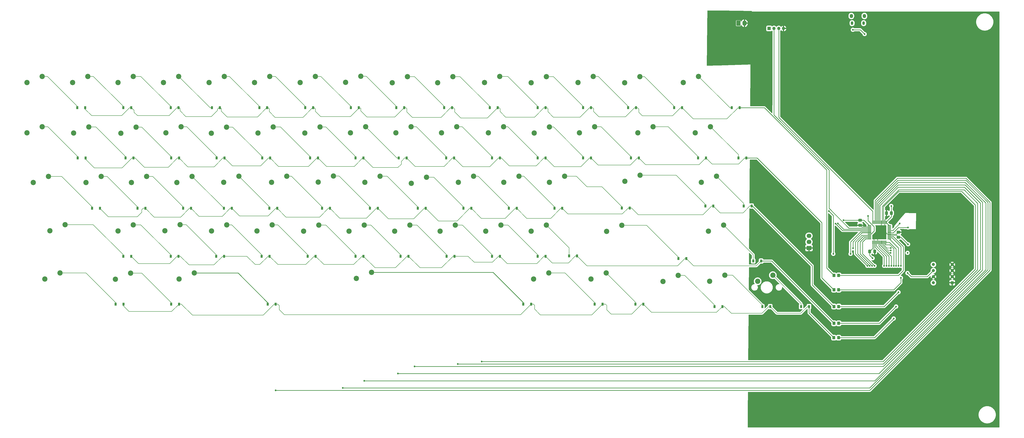
<source format=gbr>
%TF.GenerationSoftware,KiCad,Pcbnew,(6.0.4)*%
%TF.CreationDate,2023-03-10T15:04:03-05:00*%
%TF.ProjectId,main_board,6d61696e-5f62-46f6-9172-642e6b696361,v01*%
%TF.SameCoordinates,Original*%
%TF.FileFunction,Copper,L2,Bot*%
%TF.FilePolarity,Positive*%
%FSLAX46Y46*%
G04 Gerber Fmt 4.6, Leading zero omitted, Abs format (unit mm)*
G04 Created by KiCad (PCBNEW (6.0.4)) date 2023-03-10 15:04:03*
%MOMM*%
%LPD*%
G01*
G04 APERTURE LIST*
G04 Aperture macros list*
%AMRoundRect*
0 Rectangle with rounded corners*
0 $1 Rounding radius*
0 $2 $3 $4 $5 $6 $7 $8 $9 X,Y pos of 4 corners*
0 Add a 4 corners polygon primitive as box body*
4,1,4,$2,$3,$4,$5,$6,$7,$8,$9,$2,$3,0*
0 Add four circle primitives for the rounded corners*
1,1,$1+$1,$2,$3*
1,1,$1+$1,$4,$5*
1,1,$1+$1,$6,$7*
1,1,$1+$1,$8,$9*
0 Add four rect primitives between the rounded corners*
20,1,$1+$1,$2,$3,$4,$5,0*
20,1,$1+$1,$4,$5,$6,$7,0*
20,1,$1+$1,$6,$7,$8,$9,0*
20,1,$1+$1,$8,$9,$2,$3,0*%
G04 Aperture macros list end*
%TA.AperFunction,ComponentPad*%
%ADD10RoundRect,0.250000X-0.620000X-0.845000X0.620000X-0.845000X0.620000X0.845000X-0.620000X0.845000X0*%
%TD*%
%TA.AperFunction,ComponentPad*%
%ADD11O,1.740000X2.190000*%
%TD*%
%TA.AperFunction,ComponentPad*%
%ADD12C,2.200000*%
%TD*%
%TA.AperFunction,ComponentPad*%
%ADD13R,2.030000X1.730000*%
%TD*%
%TA.AperFunction,ComponentPad*%
%ADD14O,2.030000X1.730000*%
%TD*%
%TA.AperFunction,ComponentPad*%
%ADD15O,1.100000X1.500000*%
%TD*%
%TA.AperFunction,ComponentPad*%
%ADD16O,1.350000X1.700000*%
%TD*%
%TA.AperFunction,ComponentPad*%
%ADD17R,1.350000X1.350000*%
%TD*%
%TA.AperFunction,ComponentPad*%
%ADD18O,1.350000X1.350000*%
%TD*%
%TA.AperFunction,ComponentPad*%
%ADD19R,1.308000X1.308000*%
%TD*%
%TA.AperFunction,ComponentPad*%
%ADD20C,1.308000*%
%TD*%
%TA.AperFunction,SMDPad,CuDef*%
%ADD21RoundRect,0.250000X0.350000X0.450000X-0.350000X0.450000X-0.350000X-0.450000X0.350000X-0.450000X0*%
%TD*%
%TA.AperFunction,SMDPad,CuDef*%
%ADD22R,0.900000X1.200000*%
%TD*%
%TA.AperFunction,SMDPad,CuDef*%
%ADD23RoundRect,0.250000X0.475000X-0.337500X0.475000X0.337500X-0.475000X0.337500X-0.475000X-0.337500X0*%
%TD*%
%TA.AperFunction,SMDPad,CuDef*%
%ADD24RoundRect,0.075000X0.662500X0.075000X-0.662500X0.075000X-0.662500X-0.075000X0.662500X-0.075000X0*%
%TD*%
%TA.AperFunction,SMDPad,CuDef*%
%ADD25RoundRect,0.075000X0.075000X0.662500X-0.075000X0.662500X-0.075000X-0.662500X0.075000X-0.662500X0*%
%TD*%
%TA.AperFunction,SMDPad,CuDef*%
%ADD26RoundRect,0.250000X-0.337500X-0.475000X0.337500X-0.475000X0.337500X0.475000X-0.337500X0.475000X0*%
%TD*%
%TA.AperFunction,SMDPad,CuDef*%
%ADD27RoundRect,0.250000X-0.475000X0.337500X-0.475000X-0.337500X0.475000X-0.337500X0.475000X0.337500X0*%
%TD*%
%TA.AperFunction,SMDPad,CuDef*%
%ADD28RoundRect,0.250000X0.337500X0.475000X-0.337500X0.475000X-0.337500X-0.475000X0.337500X-0.475000X0*%
%TD*%
%TA.AperFunction,ViaPad*%
%ADD29C,0.762000*%
%TD*%
%TA.AperFunction,Conductor*%
%ADD30C,0.254000*%
%TD*%
%TA.AperFunction,Conductor*%
%ADD31C,0.152400*%
%TD*%
G04 APERTURE END LIST*
D10*
%TO.P,J2,1,Pin_1*%
%TO.N,UART_Pi*%
X520192000Y-190520000D03*
D11*
%TO.P,J2,2,Pin_2*%
%TO.N,GND*%
X522732000Y-190520000D03*
%TD*%
D12*
%TO.P,SW51,1,1*%
%TO.N,Net-(D49-Pad2)*%
X325580500Y-274738000D03*
%TO.P,SW51,2,2*%
%TO.N,Col4*%
X319230500Y-277278000D03*
%TD*%
%TO.P,SW59,1,1*%
%TO.N,Net-(D57-Pad2)*%
X514040500Y-274818000D03*
%TO.P,SW59,2,2*%
%TO.N,Col12*%
X507690500Y-277358000D03*
%TD*%
%TO.P,SW49,1,1*%
%TO.N,Net-(D47-Pad2)*%
X287120500Y-274658000D03*
%TO.P,SW49,2,2*%
%TO.N,Col2*%
X280770500Y-277198000D03*
%TD*%
%TO.P,SW38,1,1*%
%TO.N,Net-(D36-Pad2)*%
X331635500Y-254418000D03*
%TO.P,SW38,2,2*%
%TO.N,Col5*%
X325285500Y-256958000D03*
%TD*%
%TO.P,SW65,1,1*%
%TO.N,Net-(D63-Pad2)*%
X465040500Y-294818000D03*
%TO.P,SW65,2,2*%
%TO.N,Col11*%
X458690500Y-297358000D03*
%TD*%
%TO.P,SW62,1,1*%
%TO.N,Net-(D60-Pad2)*%
X293040500Y-294818000D03*
%TO.P,SW62,2,2*%
%TO.N,Col2*%
X286690500Y-297358000D03*
%TD*%
%TO.P,SW25,1,1*%
%TO.N,Net-(D23-Pad2)*%
X364580500Y-233738000D03*
%TO.P,SW25,2,2*%
%TO.N,Col7*%
X358230500Y-236278000D03*
%TD*%
%TO.P,SW4,1,1*%
%TO.N,Net-(D2-Pad2)*%
X248580500Y-212738000D03*
%TO.P,SW4,2,2*%
%TO.N,Col1*%
X242230500Y-215278000D03*
%TD*%
%TO.P,SW7,1,1*%
%TO.N,Net-(D5-Pad2)*%
X305580500Y-212738000D03*
%TO.P,SW7,2,2*%
%TO.N,Col4*%
X299230500Y-215278000D03*
%TD*%
%TO.P,SW23,1,1*%
%TO.N,Net-(D21-Pad2)*%
X326040500Y-233818000D03*
%TO.P,SW23,2,2*%
%TO.N,Col5*%
X319690500Y-236358000D03*
%TD*%
D13*
%TO.P,SW2,1,A*%
%TO.N,GND*%
X549665500Y-284368000D03*
D14*
%TO.P,SW2,2,B*%
%TO.N,Net-(R7-Pad2)*%
X549665500Y-281828000D03*
%TO.P,SW2,3,C*%
%TO.N,unconnected-(SW2-Pad3)*%
X549665500Y-279288000D03*
%TD*%
D12*
%TO.P,SW41,1,1*%
%TO.N,Net-(D39-Pad2)*%
X390040500Y-254818000D03*
%TO.P,SW41,2,2*%
%TO.N,Col8*%
X383690500Y-257358000D03*
%TD*%
%TO.P,SW27,1,1*%
%TO.N,Net-(D25-Pad2)*%
X402580500Y-233738000D03*
%TO.P,SW27,2,2*%
%TO.N,Col9*%
X396230500Y-236278000D03*
%TD*%
%TO.P,SW36,1,1*%
%TO.N,Net-(D34-Pad2)*%
X292160500Y-254498000D03*
%TO.P,SW36,2,2*%
%TO.N,Col3*%
X285810500Y-257038000D03*
%TD*%
%TO.P,SW3,1,1*%
%TO.N,Net-(D1-Pad2)*%
X229580500Y-212738000D03*
%TO.P,SW3,2,2*%
%TO.N,Col0*%
X223230500Y-215278000D03*
%TD*%
%TO.P,SW48,1,1*%
%TO.N,Net-(D46-Pad2)*%
X267580500Y-274738000D03*
%TO.P,SW48,2,2*%
%TO.N,Col1*%
X261230500Y-277278000D03*
%TD*%
%TO.P,SW29,1,1*%
%TO.N,Net-(D27-Pad2)*%
X441298000Y-233858000D03*
%TO.P,SW29,2,2*%
%TO.N,Col11*%
X434948000Y-236398000D03*
%TD*%
%TO.P,SW19,1,1*%
%TO.N,Net-(D17-Pad2)*%
X249040500Y-233818000D03*
%TO.P,SW19,2,2*%
%TO.N,Col1*%
X242690500Y-236358000D03*
%TD*%
%TO.P,SW45,1,1*%
%TO.N,Net-(D43-Pad2)*%
X479186750Y-254018000D03*
%TO.P,SW45,2,2*%
%TO.N,Col12*%
X472836750Y-256558000D03*
%TD*%
%TO.P,SW60,1,1*%
%TO.N,Net-(D58-Pad2)*%
X237040500Y-294818000D03*
%TO.P,SW60,2,2*%
%TO.N,Col0*%
X230690500Y-297358000D03*
%TD*%
%TO.P,SW31,1,1*%
%TO.N,Net-(D29-Pad2)*%
X484580500Y-233738000D03*
%TO.P,SW31,2,2*%
%TO.N,Col13*%
X478230500Y-236278000D03*
%TD*%
%TO.P,SW54,1,1*%
%TO.N,Net-(D52-Pad2)*%
X383040500Y-274818000D03*
%TO.P,SW54,2,2*%
%TO.N,Col7*%
X376690500Y-277358000D03*
%TD*%
%TO.P,SW52,1,1*%
%TO.N,Net-(D50-Pad2)*%
X345040500Y-274818000D03*
%TO.P,SW52,2,2*%
%TO.N,Col5*%
X338690500Y-277358000D03*
%TD*%
%TO.P,SW34,1,1*%
%TO.N,Net-(D32-Pad2)*%
X254160500Y-254498000D03*
%TO.P,SW34,2,2*%
%TO.N,Col1*%
X247810500Y-257038000D03*
%TD*%
%TO.P,SW37,1,1*%
%TO.N,Net-(D35-Pad2)*%
X311700500Y-254418000D03*
%TO.P,SW37,2,2*%
%TO.N,Col4*%
X305350500Y-256958000D03*
%TD*%
%TO.P,SW33,1,1*%
%TO.N,Net-(D31-Pad2)*%
X232160500Y-254498000D03*
%TO.P,SW33,2,2*%
%TO.N,Col0*%
X225810500Y-257038000D03*
%TD*%
%TO.P,SW12,1,1*%
%TO.N,Net-(D10-Pad2)*%
X401040500Y-212818000D03*
%TO.P,SW12,2,2*%
%TO.N,Col9*%
X394690500Y-215358000D03*
%TD*%
%TO.P,SW47,1,1*%
%TO.N,Net-(D45-Pad2)*%
X239120500Y-274658000D03*
%TO.P,SW47,2,2*%
%TO.N,Col0*%
X232770500Y-277198000D03*
%TD*%
D15*
%TO.P,J1,6,Shield*%
%TO.N,unconnected-(J1-Pad6)*%
X572493000Y-190507500D03*
X567653000Y-190507500D03*
D16*
X567343000Y-187507500D03*
X572803000Y-187507500D03*
%TD*%
D12*
%TO.P,SW57,1,1*%
%TO.N,Net-(D55-Pad2)*%
X440040500Y-274818000D03*
%TO.P,SW57,2,2*%
%TO.N,Col10*%
X433690500Y-277358000D03*
%TD*%
%TO.P,SW26,1,1*%
%TO.N,Net-(D24-Pad2)*%
X383580500Y-233738000D03*
%TO.P,SW26,2,2*%
%TO.N,Col8*%
X377230500Y-236278000D03*
%TD*%
%TO.P,SW20,1,1*%
%TO.N,Net-(D18-Pad2)*%
X268778000Y-233938000D03*
%TO.P,SW20,2,2*%
%TO.N,Col2*%
X262428000Y-236478000D03*
%TD*%
%TO.P,SW17,1,1*%
%TO.N,Net-(D15-Pad2)*%
X503580500Y-212738000D03*
%TO.P,SW17,2,2*%
%TO.N,Col14*%
X497230500Y-215278000D03*
%TD*%
%TO.P,SW28,1,1*%
%TO.N,Net-(D26-Pad2)*%
X422180500Y-233738000D03*
%TO.P,SW28,2,2*%
%TO.N,Col10*%
X415830500Y-236278000D03*
%TD*%
%TO.P,SW53,1,1*%
%TO.N,Net-(D51-Pad2)*%
X364040500Y-274818000D03*
%TO.P,SW53,2,2*%
%TO.N,Col6*%
X357690500Y-277358000D03*
%TD*%
%TO.P,SW11,1,1*%
%TO.N,Net-(D9-Pad2)*%
X382040500Y-212818000D03*
%TO.P,SW11,2,2*%
%TO.N,Col8*%
X375690500Y-215358000D03*
%TD*%
%TO.P,SW56,1,1*%
%TO.N,Net-(D54-Pad2)*%
X421040500Y-274818000D03*
%TO.P,SW56,2,2*%
%TO.N,Col9*%
X414690500Y-277358000D03*
%TD*%
%TO.P,SW39,1,1*%
%TO.N,Net-(D37-Pad2)*%
X351175500Y-254338000D03*
%TO.P,SW39,2,2*%
%TO.N,Col6*%
X344825500Y-256878000D03*
%TD*%
%TO.P,SW30,1,1*%
%TO.N,Net-(D28-Pad2)*%
X460180500Y-233738000D03*
%TO.P,SW30,2,2*%
%TO.N,Col12*%
X453830500Y-236278000D03*
%TD*%
D17*
%TO.P,U1,1*%
%TO.N,VCC3V3*%
X533048000Y-192722500D03*
D18*
%TO.P,U1,2*%
%TO.N,/SWDIO*%
X535048000Y-192722500D03*
%TO.P,U1,3*%
%TO.N,/SWCLK*%
X537048000Y-192722500D03*
%TO.P,U1,4*%
%TO.N,GND*%
X539048000Y-192722500D03*
%TD*%
D12*
%TO.P,SW61,1,1*%
%TO.N,Net-(D59-Pad2)*%
X266500500Y-294898000D03*
%TO.P,SW61,2,2*%
%TO.N,Col1*%
X260150500Y-297438000D03*
%TD*%
%TO.P,SW64,1,1*%
%TO.N,Net-(D62-Pad2)*%
X441040500Y-294818000D03*
%TO.P,SW64,2,2*%
%TO.N,Col10*%
X434690500Y-297358000D03*
%TD*%
%TO.P,SW63,1,1*%
%TO.N,Net-(D61-Pad2)*%
X367040500Y-294578000D03*
%TO.P,SW63,2,2*%
%TO.N,Col5*%
X360690500Y-297118000D03*
%TD*%
%TO.P,SW5,1,1*%
%TO.N,Net-(D3-Pad2)*%
X267580500Y-212738000D03*
%TO.P,SW5,2,2*%
%TO.N,Col2*%
X261230500Y-215278000D03*
%TD*%
%TO.P,SW22,1,1*%
%TO.N,Net-(D20-Pad2)*%
X306518000Y-233898000D03*
%TO.P,SW22,2,2*%
%TO.N,Col4*%
X300168000Y-236438000D03*
%TD*%
D19*
%TO.P,U4,1,A0*%
%TO.N,GND*%
X609479500Y-298888000D03*
D20*
%TO.P,U4,2,A1*%
X609479500Y-296348000D03*
%TO.P,U4,3,A2*%
X609479500Y-293808000D03*
%TO.P,U4,4,GND*%
X609479500Y-291268000D03*
%TO.P,U4,5,SDA*%
%TO.N,I2C_SDA*%
X601609500Y-291268000D03*
%TO.P,U4,6,SCL*%
%TO.N,I2C_SCL*%
X601609500Y-293808000D03*
%TO.P,U4,7,WP*%
%TO.N,GND*%
X601609500Y-296348000D03*
%TO.P,U4,8,VCC*%
%TO.N,VCC3V3*%
X601609500Y-298888000D03*
%TD*%
D12*
%TO.P,SW8,1,1*%
%TO.N,Net-(D6-Pad2)*%
X324580500Y-212738000D03*
%TO.P,SW8,2,2*%
%TO.N,Col5*%
X318230500Y-215278000D03*
%TD*%
%TO.P,SW68,1,1*%
%TO.N,Net-(D66-Pad2)*%
X534580500Y-295738000D03*
%TO.P,SW68,2,2*%
%TO.N,Col14*%
X528230500Y-298278000D03*
%TD*%
%TO.P,SW9,1,1*%
%TO.N,Net-(D7-Pad2)*%
X343580500Y-212738000D03*
%TO.P,SW9,2,2*%
%TO.N,Col6*%
X337230500Y-215278000D03*
%TD*%
%TO.P,SW44,1,1*%
%TO.N,Net-(D42-Pad2)*%
X447700500Y-254418000D03*
%TO.P,SW44,2,2*%
%TO.N,Col11*%
X441350500Y-256958000D03*
%TD*%
%TO.P,SW58,1,1*%
%TO.N,Net-(D56-Pad2)*%
X471500500Y-274898000D03*
%TO.P,SW58,2,2*%
%TO.N,Col11*%
X465150500Y-277438000D03*
%TD*%
%TO.P,SW21,1,1*%
%TO.N,Net-(D19-Pad2)*%
X287580500Y-233738000D03*
%TO.P,SW21,2,2*%
%TO.N,Col3*%
X281230500Y-236278000D03*
%TD*%
%TO.P,SW14,1,1*%
%TO.N,Net-(D12-Pad2)*%
X440040500Y-212818000D03*
%TO.P,SW14,2,2*%
%TO.N,Col11*%
X433690500Y-215358000D03*
%TD*%
%TO.P,SW67,1,1*%
%TO.N,Net-(D65-Pad2)*%
X514580500Y-295738000D03*
%TO.P,SW67,2,2*%
%TO.N,Col13*%
X508230500Y-298278000D03*
%TD*%
%TO.P,SW16,1,1*%
%TO.N,Net-(D14-Pad2)*%
X479040500Y-212818000D03*
%TO.P,SW16,2,2*%
%TO.N,Col13*%
X472690500Y-215358000D03*
%TD*%
%TO.P,SW15,1,1*%
%TO.N,Net-(D13-Pad2)*%
X459580500Y-212738000D03*
%TO.P,SW15,2,2*%
%TO.N,Col12*%
X453230500Y-215278000D03*
%TD*%
%TO.P,SW18,1,1*%
%TO.N,Net-(D16-Pad2)*%
X229580500Y-233738000D03*
%TO.P,SW18,2,2*%
%TO.N,Col0*%
X223230500Y-236278000D03*
%TD*%
%TO.P,SW13,1,1*%
%TO.N,Net-(D11-Pad2)*%
X420580500Y-212738000D03*
%TO.P,SW13,2,2*%
%TO.N,Col10*%
X414230500Y-215278000D03*
%TD*%
%TO.P,SW42,1,1*%
%TO.N,Net-(D40-Pad2)*%
X409646750Y-254418000D03*
%TO.P,SW42,2,2*%
%TO.N,Col9*%
X403296750Y-256958000D03*
%TD*%
%TO.P,SW55,1,1*%
%TO.N,Net-(D53-Pad2)*%
X402040500Y-274818000D03*
%TO.P,SW55,2,2*%
%TO.N,Col8*%
X395690500Y-277358000D03*
%TD*%
%TO.P,SW35,1,1*%
%TO.N,Net-(D33-Pad2)*%
X273160500Y-254498000D03*
%TO.P,SW35,2,2*%
%TO.N,Col2*%
X266810500Y-257038000D03*
%TD*%
%TO.P,SW43,1,1*%
%TO.N,Net-(D41-Pad2)*%
X428646750Y-254418000D03*
%TO.P,SW43,2,2*%
%TO.N,Col10*%
X422296750Y-256958000D03*
%TD*%
%TO.P,SW10,1,1*%
%TO.N,Net-(D8-Pad2)*%
X362580500Y-212658000D03*
%TO.P,SW10,2,2*%
%TO.N,Col7*%
X356230500Y-215198000D03*
%TD*%
%TO.P,SW40,1,1*%
%TO.N,Net-(D38-Pad2)*%
X370646750Y-254418000D03*
%TO.P,SW40,2,2*%
%TO.N,Col7*%
X364296750Y-256958000D03*
%TD*%
%TO.P,SW66,1,1*%
%TO.N,Net-(D64-Pad2)*%
X495040500Y-295818000D03*
%TO.P,SW66,2,2*%
%TO.N,Col12*%
X488690500Y-298358000D03*
%TD*%
%TO.P,SW32,1,1*%
%TO.N,Net-(D30-Pad2)*%
X508580500Y-233738000D03*
%TO.P,SW32,2,2*%
%TO.N,Col14*%
X502230500Y-236278000D03*
%TD*%
%TO.P,SW24,1,1*%
%TO.N,Net-(D22-Pad2)*%
X345580500Y-233818000D03*
%TO.P,SW24,2,2*%
%TO.N,Col6*%
X339230500Y-236358000D03*
%TD*%
%TO.P,SW50,1,1*%
%TO.N,Net-(D48-Pad2)*%
X306580500Y-274738000D03*
%TO.P,SW50,2,2*%
%TO.N,Col3*%
X300230500Y-277278000D03*
%TD*%
%TO.P,SW6,1,1*%
%TO.N,Net-(D4-Pad2)*%
X286580500Y-212738000D03*
%TO.P,SW6,2,2*%
%TO.N,Col3*%
X280230500Y-215278000D03*
%TD*%
%TO.P,SW46,1,1*%
%TO.N,Net-(D44-Pad2)*%
X511040500Y-254418000D03*
%TO.P,SW46,2,2*%
%TO.N,Col13*%
X504690500Y-256958000D03*
%TD*%
D21*
%TO.P,R24,1*%
%TO.N,Row0*%
X562078000Y-295818000D03*
%TO.P,R24,2*%
%TO.N,Net-(D1-Pad1)*%
X560078000Y-295818000D03*
%TD*%
D22*
%TO.P,D46,1,K*%
%TO.N,Net-(D45-Pad1)*%
X286500500Y-287818000D03*
%TO.P,D46,2,A*%
%TO.N,Net-(D46-Pad2)*%
X283200500Y-287818000D03*
%TD*%
%TO.P,D29,1,K*%
%TO.N,Net-(D16-Pad1)*%
X506690500Y-246818000D03*
%TO.P,D29,2,A*%
%TO.N,Net-(D29-Pad2)*%
X503390500Y-246818000D03*
%TD*%
%TO.P,D55,1,K*%
%TO.N,Net-(D45-Pad1)*%
X452815500Y-287698000D03*
%TO.P,D55,2,A*%
%TO.N,Net-(D55-Pad2)*%
X449515500Y-287698000D03*
%TD*%
D21*
%TO.P,R28,1*%
%TO.N,Row4*%
X562040500Y-321818000D03*
%TO.P,R28,2*%
%TO.N,Net-(D58-Pad1)*%
X560040500Y-321818000D03*
%TD*%
D22*
%TO.P,D50,1,K*%
%TO.N,Net-(D45-Pad1)*%
X363690500Y-287818000D03*
%TO.P,D50,2,A*%
%TO.N,Net-(D50-Pad2)*%
X360390500Y-287818000D03*
%TD*%
%TO.P,D6,1,K*%
%TO.N,Net-(D1-Pad1)*%
X342690500Y-225818000D03*
%TO.P,D6,2,A*%
%TO.N,Net-(D6-Pad2)*%
X339390500Y-225818000D03*
%TD*%
%TO.P,D9,1,K*%
%TO.N,Net-(D1-Pad1)*%
X400690500Y-225818000D03*
%TO.P,D9,2,A*%
%TO.N,Net-(D9-Pad2)*%
X397390500Y-225818000D03*
%TD*%
%TO.P,D14,1,K*%
%TO.N,Net-(D1-Pad1)*%
X496690500Y-225818000D03*
%TO.P,D14,2,A*%
%TO.N,Net-(D14-Pad2)*%
X493390500Y-225818000D03*
%TD*%
%TO.P,D11,1,K*%
%TO.N,Net-(D1-Pad1)*%
X439690500Y-225818000D03*
%TO.P,D11,2,A*%
%TO.N,Net-(D11-Pad2)*%
X436390500Y-225818000D03*
%TD*%
%TO.P,D58,1,K*%
%TO.N,Net-(D58-Pad1)*%
X263500500Y-307818000D03*
%TO.P,D58,2,A*%
%TO.N,Net-(D58-Pad2)*%
X260200500Y-307818000D03*
%TD*%
D23*
%TO.P,C9,1*%
%TO.N,VCC3V3*%
X587040500Y-279855500D03*
%TO.P,C9,2*%
%TO.N,GND*%
X587040500Y-277780500D03*
%TD*%
D22*
%TO.P,D21,1,K*%
%TO.N,Net-(D16-Pad1)*%
X344690500Y-246818000D03*
%TO.P,D21,2,A*%
%TO.N,Net-(D21-Pad2)*%
X341390500Y-246818000D03*
%TD*%
%TO.P,D60,1,K*%
%TO.N,Net-(D58-Pad1)*%
X327038000Y-307848000D03*
%TO.P,D60,2,A*%
%TO.N,Net-(D60-Pad2)*%
X323738000Y-307848000D03*
%TD*%
%TO.P,D22,1,K*%
%TO.N,Net-(D16-Pad1)*%
X363690500Y-246818000D03*
%TO.P,D22,2,A*%
%TO.N,Net-(D22-Pad2)*%
X360390500Y-246818000D03*
%TD*%
%TO.P,D15,1,K*%
%TO.N,Net-(D1-Pad1)*%
X520690500Y-225818000D03*
%TO.P,D15,2,A*%
%TO.N,Net-(D15-Pad2)*%
X517390500Y-225818000D03*
%TD*%
%TO.P,D52,1,K*%
%TO.N,Net-(D45-Pad1)*%
X401690500Y-287818000D03*
%TO.P,D52,2,A*%
%TO.N,Net-(D52-Pad2)*%
X398390500Y-287818000D03*
%TD*%
%TO.P,D2,1,K*%
%TO.N,Net-(D1-Pad1)*%
X266690500Y-225818000D03*
%TO.P,D2,2,A*%
%TO.N,Net-(D2-Pad2)*%
X263390500Y-225818000D03*
%TD*%
D21*
%TO.P,R27,1*%
%TO.N,Row3*%
X562078000Y-315818000D03*
%TO.P,R27,2*%
%TO.N,Net-(D45-Pad1)*%
X560078000Y-315818000D03*
%TD*%
D22*
%TO.P,D7,1,K*%
%TO.N,Net-(D1-Pad1)*%
X361690500Y-225818000D03*
%TO.P,D7,2,A*%
%TO.N,Net-(D7-Pad2)*%
X358390500Y-225818000D03*
%TD*%
%TO.P,D28,1,K*%
%TO.N,Net-(D16-Pad1)*%
X478690500Y-246818000D03*
%TO.P,D28,2,A*%
%TO.N,Net-(D28-Pad2)*%
X475390500Y-246818000D03*
%TD*%
%TO.P,D49,1,K*%
%TO.N,Net-(D45-Pad1)*%
X343690500Y-287818000D03*
%TO.P,D49,2,A*%
%TO.N,Net-(D49-Pad2)*%
X340390500Y-287818000D03*
%TD*%
%TO.P,D39,1,K*%
%TO.N,Net-(D31-Pad1)*%
X408690500Y-267818000D03*
%TO.P,D39,2,A*%
%TO.N,Net-(D39-Pad2)*%
X405390500Y-267818000D03*
%TD*%
D21*
%TO.P,R26,1*%
%TO.N,Row2*%
X562078000Y-308818000D03*
%TO.P,R26,2*%
%TO.N,Net-(D31-Pad1)*%
X560078000Y-308818000D03*
%TD*%
D22*
%TO.P,D64,1,K*%
%TO.N,Net-(D58-Pad1)*%
X513500500Y-308818000D03*
%TO.P,D64,2,A*%
%TO.N,Net-(D64-Pad2)*%
X510200500Y-308818000D03*
%TD*%
%TO.P,D41,1,K*%
%TO.N,Net-(D31-Pad1)*%
X446690500Y-267818000D03*
%TO.P,D41,2,A*%
%TO.N,Net-(D41-Pad2)*%
X443390500Y-267818000D03*
%TD*%
%TO.P,D32,1,K*%
%TO.N,Net-(D31-Pad1)*%
X272690500Y-267818000D03*
%TO.P,D32,2,A*%
%TO.N,Net-(D32-Pad2)*%
X269390500Y-267818000D03*
%TD*%
%TO.P,D18,1,K*%
%TO.N,Net-(D16-Pad1)*%
X286690500Y-246818000D03*
%TO.P,D18,2,A*%
%TO.N,Net-(D18-Pad2)*%
X283390500Y-246818000D03*
%TD*%
%TO.P,D44,1,K*%
%TO.N,Net-(D31-Pad1)*%
X525690500Y-266818000D03*
%TO.P,D44,2,A*%
%TO.N,Net-(D44-Pad2)*%
X522390500Y-266818000D03*
%TD*%
%TO.P,D62,1,K*%
%TO.N,Net-(D58-Pad1)*%
X463500500Y-307818000D03*
%TO.P,D62,2,A*%
%TO.N,Net-(D62-Pad2)*%
X460200500Y-307818000D03*
%TD*%
%TO.P,D8,1,K*%
%TO.N,Net-(D1-Pad1)*%
X380690500Y-225818000D03*
%TO.P,D8,2,A*%
%TO.N,Net-(D8-Pad2)*%
X377390500Y-225818000D03*
%TD*%
%TO.P,D56,1,K*%
%TO.N,Net-(D45-Pad1)*%
X498500500Y-288818000D03*
%TO.P,D56,2,A*%
%TO.N,Net-(D56-Pad2)*%
X495200500Y-288818000D03*
%TD*%
%TO.P,D35,1,K*%
%TO.N,Net-(D31-Pad1)*%
X327690500Y-267818000D03*
%TO.P,D35,2,A*%
%TO.N,Net-(D35-Pad2)*%
X324390500Y-267818000D03*
%TD*%
%TO.P,D57,1,K*%
%TO.N,Net-(D45-Pad1)*%
X529690500Y-289818000D03*
%TO.P,D57,2,A*%
%TO.N,Net-(D57-Pad2)*%
X526390500Y-289818000D03*
%TD*%
%TO.P,D10,1,K*%
%TO.N,Net-(D1-Pad1)*%
X419690500Y-225818000D03*
%TO.P,D10,2,A*%
%TO.N,Net-(D10-Pad2)*%
X416390500Y-225818000D03*
%TD*%
%TO.P,D19,1,K*%
%TO.N,Net-(D16-Pad1)*%
X305690500Y-246818000D03*
%TO.P,D19,2,A*%
%TO.N,Net-(D19-Pad2)*%
X302390500Y-246818000D03*
%TD*%
%TO.P,D38,1,K*%
%TO.N,Net-(D31-Pad1)*%
X389690500Y-267818000D03*
%TO.P,D38,2,A*%
%TO.N,Net-(D38-Pad2)*%
X386390500Y-267818000D03*
%TD*%
%TO.P,D63,1,K*%
%TO.N,Net-(D58-Pad1)*%
X480500500Y-307818000D03*
%TO.P,D63,2,A*%
%TO.N,Net-(D63-Pad2)*%
X477200500Y-307818000D03*
%TD*%
%TO.P,D26,1,K*%
%TO.N,Net-(D16-Pad1)*%
X439690500Y-246818000D03*
%TO.P,D26,2,A*%
%TO.N,Net-(D26-Pad2)*%
X436390500Y-246818000D03*
%TD*%
%TO.P,D54,1,K*%
%TO.N,Net-(D45-Pad1)*%
X439690500Y-287818000D03*
%TO.P,D54,2,A*%
%TO.N,Net-(D54-Pad2)*%
X436390500Y-287818000D03*
%TD*%
%TO.P,D20,1,K*%
%TO.N,Net-(D16-Pad1)*%
X324690500Y-246818000D03*
%TO.P,D20,2,A*%
%TO.N,Net-(D20-Pad2)*%
X321390500Y-246818000D03*
%TD*%
%TO.P,D33,1,K*%
%TO.N,Net-(D31-Pad1)*%
X291690500Y-267818000D03*
%TO.P,D33,2,A*%
%TO.N,Net-(D33-Pad2)*%
X288390500Y-267818000D03*
%TD*%
%TO.P,D37,1,K*%
%TO.N,Net-(D31-Pad1)*%
X369690500Y-267818000D03*
%TO.P,D37,2,A*%
%TO.N,Net-(D37-Pad2)*%
X366390500Y-267818000D03*
%TD*%
%TO.P,D13,1,K*%
%TO.N,Net-(D1-Pad1)*%
X477500500Y-225818000D03*
%TO.P,D13,2,A*%
%TO.N,Net-(D13-Pad2)*%
X474200500Y-225818000D03*
%TD*%
%TO.P,D48,1,K*%
%TO.N,Net-(D45-Pad1)*%
X324500500Y-287818000D03*
%TO.P,D48,2,A*%
%TO.N,Net-(D48-Pad2)*%
X321200500Y-287818000D03*
%TD*%
%TO.P,D27,1,K*%
%TO.N,Net-(D16-Pad1)*%
X458690500Y-246818000D03*
%TO.P,D27,2,A*%
%TO.N,Net-(D27-Pad2)*%
X455390500Y-246818000D03*
%TD*%
%TO.P,D16,1,K*%
%TO.N,Net-(D16-Pad1)*%
X247690500Y-246818000D03*
%TO.P,D16,2,A*%
%TO.N,Net-(D16-Pad2)*%
X244390500Y-246818000D03*
%TD*%
D24*
%TO.P,MCU1,1,VBAT*%
%TO.N,VCC3V3*%
X583203000Y-275068000D03*
%TO.P,MCU1,2,PC13*%
%TO.N,unconnected-(MCU1-Pad2)*%
X583203000Y-275568000D03*
%TO.P,MCU1,3,PC14*%
%TO.N,unconnected-(MCU1-Pad3)*%
X583203000Y-276068000D03*
%TO.P,MCU1,4,PC15*%
%TO.N,unconnected-(MCU1-Pad4)*%
X583203000Y-276568000D03*
%TO.P,MCU1,5,PD0*%
%TO.N,/OSCIN*%
X583203000Y-277068000D03*
%TO.P,MCU1,6,PD1*%
%TO.N,/OSCOUT*%
X583203000Y-277568000D03*
%TO.P,MCU1,7,NRST*%
%TO.N,/NRST*%
X583203000Y-278068000D03*
%TO.P,MCU1,8,VSSA*%
%TO.N,GND*%
X583203000Y-278568000D03*
%TO.P,MCU1,9,VDDA*%
%TO.N,VCC3V3*%
X583203000Y-279068000D03*
%TO.P,MCU1,10,PA0*%
%TO.N,Row0*%
X583203000Y-279568000D03*
%TO.P,MCU1,11,PA1*%
%TO.N,Row1*%
X583203000Y-280068000D03*
%TO.P,MCU1,12,PA2*%
%TO.N,Row2*%
X583203000Y-280568000D03*
D25*
%TO.P,MCU1,13,PA3*%
%TO.N,Row3*%
X581790500Y-281980500D03*
%TO.P,MCU1,14,PA4*%
%TO.N,Row4*%
X581290500Y-281980500D03*
%TO.P,MCU1,15,PA5*%
%TO.N,I2C_SDA*%
X580790500Y-281980500D03*
%TO.P,MCU1,16,PA6*%
%TO.N,I2C_SCL*%
X580290500Y-281980500D03*
%TO.P,MCU1,17,PA7*%
%TO.N,Backup1*%
X579790500Y-281980500D03*
%TO.P,MCU1,18,PB0*%
%TO.N,Col0*%
X579290500Y-281980500D03*
%TO.P,MCU1,19,PB1*%
%TO.N,Col1*%
X578790500Y-281980500D03*
%TO.P,MCU1,20,PB2*%
%TO.N,GND*%
X578290500Y-281980500D03*
%TO.P,MCU1,21,PB10*%
%TO.N,Col9*%
X577790500Y-281980500D03*
%TO.P,MCU1,22,PB11*%
%TO.N,Col10*%
X577290500Y-281980500D03*
%TO.P,MCU1,23,VSS*%
%TO.N,GND*%
X576790500Y-281980500D03*
%TO.P,MCU1,24,VDD*%
%TO.N,VCC3V3*%
X576290500Y-281980500D03*
D24*
%TO.P,MCU1,25,PB12*%
%TO.N,Col11*%
X574878000Y-280568000D03*
%TO.P,MCU1,26,PB13*%
%TO.N,Col12*%
X574878000Y-280068000D03*
%TO.P,MCU1,27,PB14*%
%TO.N,Col13*%
X574878000Y-279568000D03*
%TO.P,MCU1,28,PB15*%
%TO.N,Col14*%
X574878000Y-279068000D03*
%TO.P,MCU1,29,PA8*%
%TO.N,Backup2*%
X574878000Y-278568000D03*
%TO.P,MCU1,30,PA9*%
%TO.N,UART_Pi*%
X574878000Y-278068000D03*
%TO.P,MCU1,31,PA10*%
%TO.N,/Switch*%
X574878000Y-277568000D03*
%TO.P,MCU1,32,PA11*%
%TO.N,/D+*%
X574878000Y-277068000D03*
%TO.P,MCU1,33,PA12*%
%TO.N,/D-*%
X574878000Y-276568000D03*
%TO.P,MCU1,34,PA13*%
%TO.N,/SWDIO*%
X574878000Y-276068000D03*
%TO.P,MCU1,35,VSS*%
%TO.N,GND*%
X574878000Y-275568000D03*
%TO.P,MCU1,36,VDD*%
%TO.N,VCC3V3*%
X574878000Y-275068000D03*
D25*
%TO.P,MCU1,37,PA14*%
%TO.N,/SWCLK*%
X576290500Y-273655500D03*
%TO.P,MCU1,38,PA15*%
%TO.N,unconnected-(MCU1-Pad38)*%
X576790500Y-273655500D03*
%TO.P,MCU1,39,PB3*%
%TO.N,Col2*%
X577290500Y-273655500D03*
%TO.P,MCU1,40,PB4*%
%TO.N,Col3*%
X577790500Y-273655500D03*
%TO.P,MCU1,41,PB5*%
%TO.N,Col4*%
X578290500Y-273655500D03*
%TO.P,MCU1,42,PB6*%
%TO.N,Col5*%
X578790500Y-273655500D03*
%TO.P,MCU1,43,PB7*%
%TO.N,Col6*%
X579290500Y-273655500D03*
%TO.P,MCU1,44,BOOT0*%
%TO.N,GND*%
X579790500Y-273655500D03*
%TO.P,MCU1,45,PB8*%
%TO.N,Col7*%
X580290500Y-273655500D03*
%TO.P,MCU1,46,PB9*%
%TO.N,Col8*%
X580790500Y-273655500D03*
%TO.P,MCU1,47,VSS*%
%TO.N,GND*%
X581290500Y-273655500D03*
%TO.P,MCU1,48,VDD*%
%TO.N,VCC3V3*%
X581790500Y-273655500D03*
%TD*%
D22*
%TO.P,D24,1,K*%
%TO.N,Net-(D16-Pad1)*%
X401500500Y-246818000D03*
%TO.P,D24,2,A*%
%TO.N,Net-(D24-Pad2)*%
X398200500Y-246818000D03*
%TD*%
%TO.P,D30,1,K*%
%TO.N,Net-(D16-Pad1)*%
X523500500Y-246818000D03*
%TO.P,D30,2,A*%
%TO.N,Net-(D30-Pad2)*%
X520200500Y-246818000D03*
%TD*%
%TO.P,D65,1,K*%
%TO.N,Net-(D58-Pad1)*%
X533500500Y-308818000D03*
%TO.P,D65,2,A*%
%TO.N,Net-(D65-Pad2)*%
X530200500Y-308818000D03*
%TD*%
%TO.P,D12,1,K*%
%TO.N,Net-(D1-Pad1)*%
X458690500Y-225818000D03*
%TO.P,D12,2,A*%
%TO.N,Net-(D12-Pad2)*%
X455390500Y-225818000D03*
%TD*%
%TO.P,D51,1,K*%
%TO.N,Net-(D45-Pad1)*%
X382500500Y-287818000D03*
%TO.P,D51,2,A*%
%TO.N,Net-(D51-Pad2)*%
X379200500Y-287818000D03*
%TD*%
%TO.P,D53,1,K*%
%TO.N,Net-(D45-Pad1)*%
X420690500Y-287818000D03*
%TO.P,D53,2,A*%
%TO.N,Net-(D53-Pad2)*%
X417390500Y-287818000D03*
%TD*%
%TO.P,D3,1,K*%
%TO.N,Net-(D1-Pad1)*%
X286500500Y-225818000D03*
%TO.P,D3,2,A*%
%TO.N,Net-(D3-Pad2)*%
X283200500Y-225818000D03*
%TD*%
D21*
%TO.P,R25,1*%
%TO.N,Row1*%
X562078000Y-301818000D03*
%TO.P,R25,2*%
%TO.N,Net-(D16-Pad1)*%
X560078000Y-301818000D03*
%TD*%
D26*
%TO.P,C8,1*%
%TO.N,VCC3V3*%
X575003000Y-285818000D03*
%TO.P,C8,2*%
%TO.N,GND*%
X577078000Y-285818000D03*
%TD*%
D22*
%TO.P,D42,1,K*%
%TO.N,Net-(D31-Pad1)*%
X474855500Y-267708000D03*
%TO.P,D42,2,A*%
%TO.N,Net-(D42-Pad2)*%
X471555500Y-267708000D03*
%TD*%
%TO.P,D40,1,K*%
%TO.N,Net-(D31-Pad1)*%
X427690500Y-267818000D03*
%TO.P,D40,2,A*%
%TO.N,Net-(D40-Pad2)*%
X424390500Y-267818000D03*
%TD*%
%TO.P,D25,1,K*%
%TO.N,Net-(D16-Pad1)*%
X420690500Y-246818000D03*
%TO.P,D25,2,A*%
%TO.N,Net-(D25-Pad2)*%
X417390500Y-246818000D03*
%TD*%
%TO.P,D31,1,K*%
%TO.N,Net-(D31-Pad1)*%
X253690500Y-267818000D03*
%TO.P,D31,2,A*%
%TO.N,Net-(D31-Pad2)*%
X250390500Y-267818000D03*
%TD*%
%TO.P,D59,1,K*%
%TO.N,Net-(D58-Pad1)*%
X286690500Y-307818000D03*
%TO.P,D59,2,A*%
%TO.N,Net-(D59-Pad2)*%
X283390500Y-307818000D03*
%TD*%
%TO.P,D43,1,K*%
%TO.N,Net-(D31-Pad1)*%
X509690500Y-266818000D03*
%TO.P,D43,2,A*%
%TO.N,Net-(D43-Pad2)*%
X506390500Y-266818000D03*
%TD*%
%TO.P,D61,1,K*%
%TO.N,Net-(D58-Pad1)*%
X433690500Y-307818000D03*
%TO.P,D61,2,A*%
%TO.N,Net-(D61-Pad2)*%
X430390500Y-307818000D03*
%TD*%
%TO.P,D34,1,K*%
%TO.N,Net-(D31-Pad1)*%
X308690500Y-267818000D03*
%TO.P,D34,2,A*%
%TO.N,Net-(D34-Pad2)*%
X305390500Y-267818000D03*
%TD*%
%TO.P,D47,1,K*%
%TO.N,Net-(D45-Pad1)*%
X305500500Y-287818000D03*
%TO.P,D47,2,A*%
%TO.N,Net-(D47-Pad2)*%
X302200500Y-287818000D03*
%TD*%
%TO.P,D17,1,K*%
%TO.N,Net-(D16-Pad1)*%
X267690500Y-246818000D03*
%TO.P,D17,2,A*%
%TO.N,Net-(D17-Pad2)*%
X264390500Y-246818000D03*
%TD*%
%TO.P,D4,1,K*%
%TO.N,Net-(D1-Pad1)*%
X303690500Y-225818000D03*
%TO.P,D4,2,A*%
%TO.N,Net-(D4-Pad2)*%
X300390500Y-225818000D03*
%TD*%
D27*
%TO.P,C6,1*%
%TO.N,VCC3V3*%
X571040500Y-272780500D03*
%TO.P,C6,2*%
%TO.N,GND*%
X571040500Y-274855500D03*
%TD*%
D22*
%TO.P,D23,1,K*%
%TO.N,Net-(D16-Pad1)*%
X381690500Y-246818000D03*
%TO.P,D23,2,A*%
%TO.N,Net-(D23-Pad2)*%
X378390500Y-246818000D03*
%TD*%
%TO.P,D36,1,K*%
%TO.N,Net-(D31-Pad1)*%
X349690500Y-267818000D03*
%TO.P,D36,2,A*%
%TO.N,Net-(D36-Pad2)*%
X346390500Y-267818000D03*
%TD*%
%TO.P,D66,1,K*%
%TO.N,Net-(D58-Pad1)*%
X549690500Y-308818000D03*
%TO.P,D66,2,A*%
%TO.N,Net-(D66-Pad2)*%
X546390500Y-308818000D03*
%TD*%
%TO.P,D1,1,K*%
%TO.N,Net-(D1-Pad1)*%
X247500500Y-225818000D03*
%TO.P,D1,2,A*%
%TO.N,Net-(D1-Pad2)*%
X244200500Y-225818000D03*
%TD*%
%TO.P,D45,1,K*%
%TO.N,Net-(D45-Pad1)*%
X266690500Y-287818000D03*
%TO.P,D45,2,A*%
%TO.N,Net-(D45-Pad2)*%
X263390500Y-287818000D03*
%TD*%
D28*
%TO.P,C7,1*%
%TO.N,VCC3V3*%
X584078000Y-269818000D03*
%TO.P,C7,2*%
%TO.N,GND*%
X582003000Y-269818000D03*
%TD*%
D22*
%TO.P,D5,1,K*%
%TO.N,Net-(D1-Pad1)*%
X323500500Y-225818000D03*
%TO.P,D5,2,A*%
%TO.N,Net-(D5-Pad2)*%
X320200500Y-225818000D03*
%TD*%
D29*
%TO.N,GND*%
X612270500Y-283518000D03*
X560898000Y-209240000D03*
X551988000Y-211220000D03*
X560868000Y-205920000D03*
X567040500Y-274818000D03*
X592770500Y-268968000D03*
X582300500Y-257308000D03*
X582350500Y-267048000D03*
%TO.N,/NRST*%
X591040500Y-275818000D03*
%TO.N,+5V*%
X572898000Y-195040000D03*
X567988000Y-193250000D03*
%TO.N,/OSCIN*%
X587562384Y-274148000D03*
%TO.N,Row1*%
X588040500Y-296818000D03*
X588040500Y-291818000D03*
%TO.N,Row2*%
X587040500Y-291818000D03*
X587040500Y-302818000D03*
%TO.N,Row3*%
X586040500Y-308818000D03*
X586040500Y-291818000D03*
%TO.N,Row4*%
X585040500Y-291818000D03*
X585040500Y-313818000D03*
%TO.N,Backup2*%
X574300500Y-270978000D03*
%TO.N,Col0*%
X584040500Y-291818000D03*
%TO.N,Col1*%
X583040500Y-291818000D03*
%TO.N,Col8*%
X413040500Y-331818000D03*
%TO.N,Col9*%
X582040500Y-291818000D03*
%TO.N,Col10*%
X581040500Y-291818000D03*
%TO.N,Col11*%
X577040500Y-291818000D03*
%TO.N,Col12*%
X576040500Y-291818000D03*
%TO.N,Col13*%
X575040500Y-291818000D03*
%TO.N,UART_Pi*%
X557990500Y-269008000D03*
X568040500Y-284498000D03*
X559830500Y-286798000D03*
%TO.N,/Switch*%
X567040500Y-286818000D03*
%TO.N,/D+*%
X560770500Y-274188000D03*
%TO.N,/D-*%
X561744868Y-274146873D03*
%TO.N,Col2*%
X327040500Y-343818000D03*
%TO.N,Col3*%
X355040500Y-342818000D03*
%TO.N,Col4*%
X364040500Y-339818000D03*
%TO.N,Col5*%
X378040500Y-336818000D03*
%TO.N,Col6*%
X385040500Y-333818000D03*
%TO.N,Col7*%
X403040500Y-332818000D03*
%TO.N,VCC3V3*%
X584040500Y-266818000D03*
X564040500Y-272818000D03*
X576210500Y-288648000D03*
X591040500Y-282818000D03*
%TO.N,Col14*%
X574040500Y-291818000D03*
%TO.N,I2C_SDA*%
X583808880Y-284349620D03*
%TO.N,I2C_SCL*%
X590812500Y-294824000D03*
X583788998Y-285384631D03*
%TO.N,Backup1*%
X583756637Y-286393322D03*
X590810500Y-286398000D03*
%TD*%
D30*
%TO.N,/SWCLK*%
X537048000Y-224810500D02*
X537048000Y-192722500D01*
X537040500Y-224818000D02*
X537048000Y-224810500D01*
%TO.N,/SWDIO*%
X535048000Y-224810500D02*
X535040500Y-224818000D01*
X535048000Y-192722500D02*
X535048000Y-224810500D01*
%TO.N,GND*%
X587040500Y-277780500D02*
X586181920Y-278639080D01*
X582003000Y-271855500D02*
X581290500Y-272568000D01*
X586181920Y-278639080D02*
X583219420Y-278639080D01*
X576790500Y-285530500D02*
X576790500Y-281980500D01*
X579790500Y-273655500D02*
X579790500Y-274918000D01*
X567040500Y-274818000D02*
X571003000Y-274818000D01*
X578290500Y-281980500D02*
X578290500Y-280738000D01*
X576790500Y-280688000D02*
X576830500Y-280648000D01*
X571003000Y-274818000D02*
X571040500Y-274855500D01*
X591040500Y-277818000D02*
X587078000Y-277818000D01*
X578290500Y-280738000D02*
X578300500Y-280728000D01*
X581290500Y-277393518D02*
X582536062Y-278639080D01*
X577078000Y-285818000D02*
X576790500Y-285530500D01*
X576790500Y-281980500D02*
X576790500Y-280688000D01*
X571753000Y-275568000D02*
X574878000Y-275568000D01*
X581290500Y-272568000D02*
X581290500Y-273655500D01*
X581290500Y-273655500D02*
X581290500Y-277393518D01*
X587078000Y-277818000D02*
X587040500Y-277780500D01*
X582040500Y-269780500D02*
X582003000Y-269818000D01*
X582003000Y-269818000D02*
X582003000Y-271855500D01*
X571040500Y-274855500D02*
X571753000Y-275568000D01*
X582536062Y-278639080D02*
X583040500Y-278639080D01*
%TO.N,/NRST*%
X587040500Y-275818000D02*
X584790500Y-278068000D01*
X584790500Y-278068000D02*
X583203000Y-278068000D01*
X591040500Y-275818000D02*
X587040500Y-275818000D01*
%TO.N,+5V*%
X567988000Y-193250000D02*
X571108000Y-193250000D01*
X571108000Y-193250000D02*
X572898000Y-195040000D01*
D31*
%TO.N,Net-(D1-Pad1)*%
X304320500Y-226148000D02*
X303990500Y-225818000D01*
X262755500Y-229128000D02*
X266065500Y-225818000D01*
D30*
X531040500Y-225818000D02*
X557040500Y-251818000D01*
D31*
X458065500Y-225818000D02*
X454125500Y-229758000D01*
X520850500Y-225858000D02*
X520025500Y-225858000D01*
X480100500Y-229148000D02*
X478680500Y-227728000D01*
X267950500Y-227738000D02*
X267950500Y-226928000D01*
X404300500Y-230068000D02*
X401800500Y-227568000D01*
X496690500Y-225818000D02*
X496065500Y-225818000D01*
X302700500Y-226948000D02*
X300170500Y-229478000D01*
X461990500Y-229608000D02*
X459760500Y-227378000D01*
X440270500Y-225818000D02*
X439690500Y-225818000D01*
X401800500Y-226368000D02*
X401250500Y-225818000D01*
X286840500Y-225818000D02*
X286500500Y-225818000D01*
X476875500Y-225818000D02*
X473085500Y-229608000D01*
X454125500Y-229758000D02*
X442960500Y-229758000D01*
D30*
X557040500Y-292780500D02*
X560078000Y-295818000D01*
D31*
X473085500Y-229608000D02*
X461990500Y-229608000D01*
X266065500Y-225818000D02*
X266690500Y-225818000D01*
X306770500Y-229678000D02*
X304320500Y-227228000D01*
X520025500Y-225858000D02*
X515415500Y-230468000D01*
X285875500Y-225818000D02*
X282565500Y-229128000D01*
X343580500Y-227333000D02*
X343580500Y-226298000D01*
D30*
X520850500Y-225858000D02*
X520890500Y-225818000D01*
D31*
X459760500Y-226188000D02*
X459390500Y-225818000D01*
X342690500Y-225818000D02*
X342440500Y-225818000D01*
X287110500Y-226088000D02*
X286840500Y-225818000D01*
X326740500Y-229818000D02*
X324350500Y-227428000D01*
X400065500Y-225818000D02*
X396065500Y-229818000D01*
X501340500Y-230468000D02*
X496690500Y-225818000D01*
X319460500Y-229678000D02*
X306770500Y-229678000D01*
X323500500Y-225818000D02*
X323320500Y-225818000D01*
X323870500Y-225818000D02*
X323500500Y-225818000D01*
X303350500Y-225818000D02*
X302700500Y-226468000D01*
X343100500Y-225818000D02*
X342690500Y-225818000D01*
X458690500Y-225818000D02*
X458065500Y-225818000D01*
X324350500Y-227428000D02*
X324350500Y-226298000D01*
X282565500Y-229128000D02*
X269340500Y-229128000D01*
X302700500Y-226468000D02*
X302700500Y-226948000D01*
X419690500Y-225818000D02*
X415440500Y-230068000D01*
X381790500Y-226228000D02*
X381380500Y-225818000D01*
X440720500Y-227518000D02*
X440720500Y-226268000D01*
X361850500Y-225948000D02*
X358260500Y-229538000D01*
X420270500Y-225818000D02*
X419690500Y-225818000D01*
X250200500Y-229128000D02*
X262755500Y-229128000D01*
X401800500Y-227568000D02*
X401800500Y-226368000D01*
X478100500Y-225818000D02*
X477500500Y-225818000D01*
X323320500Y-225818000D02*
X319460500Y-229678000D01*
X342440500Y-225818000D02*
X338440500Y-229818000D01*
X459390500Y-225818000D02*
X458690500Y-225818000D01*
X380690500Y-225818000D02*
X376830500Y-229678000D01*
X384080500Y-229818000D02*
X381790500Y-227528000D01*
X304320500Y-227228000D02*
X304320500Y-226148000D01*
X338440500Y-229818000D02*
X326740500Y-229818000D01*
D30*
X520890500Y-225818000D02*
X531040500Y-225818000D01*
D31*
X269340500Y-229128000D02*
X267950500Y-227738000D01*
X440720500Y-226268000D02*
X440270500Y-225818000D01*
X247500500Y-225818000D02*
X247500500Y-226428000D01*
X477500500Y-225818000D02*
X476875500Y-225818000D01*
X381790500Y-227528000D02*
X381790500Y-226228000D01*
X401250500Y-225818000D02*
X400690500Y-225818000D01*
X439690500Y-225818000D02*
X439065500Y-225818000D01*
X478680500Y-227728000D02*
X478680500Y-226398000D01*
X478680500Y-226398000D02*
X478100500Y-225818000D01*
X396065500Y-229818000D02*
X384080500Y-229818000D01*
X515415500Y-230468000D02*
X501340500Y-230468000D01*
X286500500Y-225818000D02*
X285875500Y-225818000D01*
D30*
X557040500Y-251818000D02*
X557040500Y-292780500D01*
D31*
X345785500Y-229538000D02*
X343580500Y-227333000D01*
X439065500Y-225818000D02*
X435125500Y-229758000D01*
X420700500Y-227438000D02*
X420700500Y-226248000D01*
X343580500Y-226298000D02*
X343100500Y-225818000D01*
X381380500Y-225818000D02*
X380690500Y-225818000D01*
X423020500Y-229758000D02*
X420700500Y-227438000D01*
X287110500Y-227048000D02*
X287110500Y-226088000D01*
X303690500Y-225818000D02*
X303350500Y-225818000D01*
X442960500Y-229758000D02*
X440720500Y-227518000D01*
X324350500Y-226298000D02*
X323870500Y-225818000D01*
X492735500Y-229148000D02*
X480100500Y-229148000D01*
X362570500Y-225948000D02*
X361850500Y-225948000D01*
X247500500Y-226428000D02*
X250200500Y-229128000D01*
X267950500Y-226928000D02*
X266840500Y-225818000D01*
X376830500Y-229678000D02*
X365110500Y-229678000D01*
X358260500Y-229538000D02*
X345785500Y-229538000D01*
X420700500Y-226248000D02*
X420270500Y-225818000D01*
X415440500Y-230068000D02*
X404300500Y-230068000D01*
X300170500Y-229478000D02*
X289540500Y-229478000D01*
X400690500Y-225818000D02*
X400065500Y-225818000D01*
X266840500Y-225818000D02*
X266690500Y-225818000D01*
X496065500Y-225818000D02*
X492735500Y-229148000D01*
X365110500Y-229678000D02*
X362570500Y-227138000D01*
X303990500Y-225818000D02*
X303690500Y-225818000D01*
X459760500Y-227378000D02*
X459760500Y-226188000D01*
X435125500Y-229758000D02*
X423020500Y-229758000D01*
X289540500Y-229478000D02*
X287110500Y-227048000D01*
X362570500Y-227138000D02*
X362570500Y-225948000D01*
%TO.N,Net-(D1-Pad2)*%
X231745500Y-212738000D02*
X244200500Y-225193000D01*
X244200500Y-225193000D02*
X244200500Y-225818000D01*
X229580500Y-212738000D02*
X231745500Y-212738000D01*
%TO.N,Net-(D2-Pad2)*%
X250935500Y-212738000D02*
X263390500Y-225193000D01*
X248580500Y-212738000D02*
X250935500Y-212738000D01*
X263390500Y-225193000D02*
X263390500Y-225818000D01*
%TO.N,Net-(D3-Pad2)*%
X270745500Y-212738000D02*
X283200500Y-225193000D01*
X283200500Y-225193000D02*
X283200500Y-225818000D01*
X267580500Y-212738000D02*
X270745500Y-212738000D01*
%TO.N,Net-(D4-Pad2)*%
X286580500Y-212738000D02*
X299660500Y-225818000D01*
X299660500Y-225818000D02*
X300390500Y-225818000D01*
%TO.N,Net-(D5-Pad2)*%
X305580500Y-212738000D02*
X307745500Y-212738000D01*
X307745500Y-212738000D02*
X320200500Y-225193000D01*
X320200500Y-225193000D02*
X320200500Y-225818000D01*
%TO.N,Net-(D6-Pad2)*%
X326935500Y-212738000D02*
X339390500Y-225193000D01*
X339390500Y-225193000D02*
X339390500Y-225818000D01*
X324580500Y-212738000D02*
X326935500Y-212738000D01*
%TO.N,Net-(D7-Pad2)*%
X345935500Y-212738000D02*
X358390500Y-225193000D01*
X358390500Y-225193000D02*
X358390500Y-225818000D01*
X343580500Y-212738000D02*
X345935500Y-212738000D01*
%TO.N,Net-(D8-Pad2)*%
X377390500Y-225193000D02*
X377390500Y-225818000D01*
X362580500Y-212658000D02*
X364855500Y-212658000D01*
X364855500Y-212658000D02*
X377390500Y-225193000D01*
%TO.N,Net-(D9-Pad2)*%
X397390500Y-225193000D02*
X397390500Y-225818000D01*
X385015500Y-212818000D02*
X397390500Y-225193000D01*
X382040500Y-212818000D02*
X385015500Y-212818000D01*
%TO.N,Net-(D10-Pad2)*%
X401040500Y-212818000D02*
X404015500Y-212818000D01*
X416390500Y-225193000D02*
X416390500Y-225818000D01*
X404015500Y-212818000D02*
X416390500Y-225193000D01*
%TO.N,Net-(D11-Pad2)*%
X436390500Y-225193000D02*
X436390500Y-225818000D01*
X420580500Y-212738000D02*
X423935500Y-212738000D01*
X423935500Y-212738000D02*
X436390500Y-225193000D01*
%TO.N,Net-(D12-Pad2)*%
X443015500Y-212818000D02*
X455390500Y-225193000D01*
X440040500Y-212818000D02*
X443015500Y-212818000D01*
X455390500Y-225193000D02*
X455390500Y-225818000D01*
%TO.N,Net-(D13-Pad2)*%
X459580500Y-212738000D02*
X461745500Y-212738000D01*
X461745500Y-212738000D02*
X474200500Y-225193000D01*
X474200500Y-225193000D02*
X474200500Y-225818000D01*
%TO.N,Net-(D14-Pad2)*%
X479040500Y-212818000D02*
X481015500Y-212818000D01*
X493390500Y-225193000D02*
X493390500Y-225818000D01*
X481015500Y-212818000D02*
X493390500Y-225193000D01*
%TO.N,Net-(D15-Pad2)*%
X516660500Y-225818000D02*
X517390500Y-225818000D01*
X503580500Y-212738000D02*
X516660500Y-225818000D01*
%TO.N,Net-(D16-Pad1)*%
X506690500Y-246818000D02*
X509230500Y-249358000D01*
X272200500Y-250648000D02*
X282235500Y-250648000D01*
X475105500Y-249778000D02*
X478065500Y-246818000D01*
X367660500Y-250788000D02*
X378090500Y-250788000D01*
X385230500Y-250358000D02*
X397335500Y-250358000D01*
D30*
X555040500Y-273818000D02*
X555040500Y-296818000D01*
D31*
X439065500Y-246818000D02*
X439690500Y-246818000D01*
X380880500Y-246818000D02*
X381690500Y-246818000D01*
X363370500Y-246818000D02*
X363690500Y-246818000D01*
X324010500Y-246818000D02*
X324690500Y-246818000D01*
X348230500Y-250358000D02*
X359830500Y-250358000D01*
D30*
X528040500Y-246818000D02*
X555040500Y-273818000D01*
D31*
X381690500Y-246818000D02*
X385230500Y-250358000D01*
X416445500Y-250438000D02*
X420065500Y-246818000D01*
X458065500Y-246818000D02*
X458690500Y-246818000D01*
X443310500Y-250438000D02*
X454445500Y-250438000D01*
X520335500Y-249358000D02*
X522875500Y-246818000D01*
X424550500Y-250108000D02*
X435775500Y-250108000D01*
X247690500Y-246818000D02*
X247690500Y-247328000D01*
X363690500Y-246818000D02*
X367660500Y-250788000D01*
X251290500Y-250928000D02*
X262955500Y-250928000D01*
X305690500Y-246818000D02*
X308940500Y-250068000D01*
X282235500Y-250648000D02*
X286065500Y-246818000D01*
X308940500Y-250068000D02*
X320760500Y-250068000D01*
X247690500Y-247328000D02*
X251290500Y-250928000D01*
X340720500Y-250358000D02*
X344260500Y-246818000D01*
X267690500Y-246818000D02*
X268370500Y-246818000D01*
X286065500Y-246818000D02*
X286690500Y-246818000D01*
X328230500Y-250358000D02*
X340720500Y-250358000D01*
X439690500Y-246818000D02*
X443310500Y-250438000D01*
X420065500Y-246818000D02*
X420690500Y-246818000D01*
X478065500Y-246818000D02*
X478690500Y-246818000D01*
X421260500Y-246818000D02*
X424550500Y-250108000D01*
X454445500Y-250438000D02*
X458065500Y-246818000D01*
X509230500Y-249358000D02*
X520335500Y-249358000D01*
X290370500Y-250498000D02*
X301350500Y-250498000D01*
D30*
X560040500Y-301818000D02*
X560078000Y-301818000D01*
D31*
X401500500Y-246818000D02*
X405120500Y-250438000D01*
X379480500Y-248218000D02*
X380880500Y-246818000D01*
X378090500Y-250788000D02*
X379480500Y-249398000D01*
X503810500Y-249558000D02*
X506550500Y-246818000D01*
X400875500Y-246818000D02*
X401500500Y-246818000D01*
D30*
X522875500Y-246818000D02*
X528040500Y-246818000D01*
D31*
X506550500Y-246818000D02*
X506690500Y-246818000D01*
X435775500Y-250108000D02*
X439065500Y-246818000D01*
X397335500Y-250358000D02*
X400875500Y-246818000D01*
X305030500Y-246818000D02*
X305690500Y-246818000D01*
X301350500Y-250498000D02*
X305030500Y-246818000D01*
X359830500Y-250358000D02*
X363370500Y-246818000D01*
X267065500Y-246818000D02*
X267690500Y-246818000D01*
X320760500Y-250068000D02*
X324010500Y-246818000D01*
X461650500Y-249778000D02*
X475105500Y-249778000D01*
X344690500Y-246818000D02*
X348230500Y-250358000D01*
D30*
X555040500Y-296818000D02*
X560040500Y-301818000D01*
D31*
X481430500Y-249558000D02*
X503810500Y-249558000D01*
X324690500Y-246818000D02*
X328230500Y-250358000D01*
X478690500Y-246818000D02*
X481430500Y-249558000D01*
X420690500Y-246818000D02*
X421260500Y-246818000D01*
X268370500Y-246818000D02*
X272200500Y-250648000D01*
X344260500Y-246818000D02*
X344690500Y-246818000D01*
X286690500Y-246818000D02*
X290370500Y-250498000D01*
X262955500Y-250928000D02*
X267065500Y-246818000D01*
X379480500Y-249398000D02*
X379480500Y-248218000D01*
X405120500Y-250438000D02*
X416445500Y-250438000D01*
X458690500Y-246818000D02*
X461650500Y-249778000D01*
%TO.N,Net-(D16-Pad2)*%
X231935500Y-233738000D02*
X244390500Y-246193000D01*
X229580500Y-233738000D02*
X231935500Y-233738000D01*
X244390500Y-246193000D02*
X244390500Y-246818000D01*
%TO.N,Net-(D17-Pad2)*%
X264390500Y-246193000D02*
X264390500Y-246818000D01*
X249040500Y-233818000D02*
X252015500Y-233818000D01*
X252015500Y-233818000D02*
X264390500Y-246193000D01*
%TO.N,Net-(D18-Pad2)*%
X268778000Y-233938000D02*
X271135500Y-233938000D01*
X271135500Y-233938000D02*
X283390500Y-246193000D01*
X283390500Y-246193000D02*
X283390500Y-246818000D01*
%TO.N,Net-(D19-Pad2)*%
X302390500Y-246193000D02*
X302390500Y-246818000D01*
X287580500Y-233738000D02*
X289935500Y-233738000D01*
X289935500Y-233738000D02*
X302390500Y-246193000D01*
%TO.N,Net-(D20-Pad2)*%
X309095500Y-233898000D02*
X321390500Y-246193000D01*
X321390500Y-246193000D02*
X321390500Y-246818000D01*
X306518000Y-233898000D02*
X309095500Y-233898000D01*
%TO.N,Net-(D21-Pad2)*%
X341390500Y-246193000D02*
X341390500Y-246818000D01*
X329015500Y-233818000D02*
X341390500Y-246193000D01*
X326040500Y-233818000D02*
X329015500Y-233818000D01*
%TO.N,Net-(D22-Pad2)*%
X345580500Y-233818000D02*
X348015500Y-233818000D01*
X360390500Y-246193000D02*
X360390500Y-246818000D01*
X348015500Y-233818000D02*
X360390500Y-246193000D01*
%TO.N,Net-(D23-Pad2)*%
X364580500Y-233738000D02*
X377660500Y-246818000D01*
X377660500Y-246818000D02*
X378390500Y-246818000D01*
%TO.N,Net-(D24-Pad2)*%
X398200500Y-246193000D02*
X398200500Y-246818000D01*
X383580500Y-233738000D02*
X385745500Y-233738000D01*
X385745500Y-233738000D02*
X398200500Y-246193000D01*
%TO.N,Net-(D25-Pad2)*%
X404935500Y-233738000D02*
X417390500Y-246193000D01*
X402580500Y-233738000D02*
X404935500Y-233738000D01*
X417390500Y-246193000D02*
X417390500Y-246818000D01*
%TO.N,Net-(D26-Pad2)*%
X423935500Y-233738000D02*
X436390500Y-246193000D01*
X422180500Y-233738000D02*
X423935500Y-233738000D01*
X436390500Y-246193000D02*
X436390500Y-246818000D01*
%TO.N,Net-(D27-Pad2)*%
X443055500Y-233858000D02*
X455390500Y-246193000D01*
X441298000Y-233858000D02*
X443055500Y-233858000D01*
X455390500Y-246193000D02*
X455390500Y-246818000D01*
%TO.N,Net-(D28-Pad2)*%
X475390500Y-246193000D02*
X475390500Y-246818000D01*
X460180500Y-233738000D02*
X462935500Y-233738000D01*
X462935500Y-233738000D02*
X475390500Y-246193000D01*
%TO.N,Net-(D29-Pad2)*%
X490935500Y-233738000D02*
X503390500Y-246193000D01*
X503390500Y-246193000D02*
X503390500Y-246818000D01*
X484580500Y-233738000D02*
X490935500Y-233738000D01*
%TO.N,Net-(D30-Pad2)*%
X520200500Y-245358000D02*
X520200500Y-246818000D01*
X508580500Y-233738000D02*
X520200500Y-245358000D01*
%TO.N,Net-(D31-Pad1)*%
X345415500Y-271468000D02*
X349065500Y-267818000D01*
X308690500Y-267818000D02*
X311910500Y-271038000D01*
D30*
X551040500Y-291818000D02*
X551040500Y-294818000D01*
D31*
X505375500Y-270508000D02*
X509065500Y-266818000D01*
D30*
X525660500Y-266798000D02*
X526020500Y-266798000D01*
D31*
X475600500Y-267708000D02*
X478400500Y-270508000D01*
X311910500Y-271038000D02*
X323845500Y-271038000D01*
X389065500Y-267818000D02*
X389690500Y-267818000D01*
X291690500Y-267818000D02*
X295050500Y-271178000D01*
X422895500Y-271988000D02*
X427065500Y-267818000D01*
X349065500Y-267818000D02*
X349690500Y-267818000D01*
D30*
X551040500Y-294328505D02*
X551040500Y-299818000D01*
D31*
X449060500Y-270188000D02*
X471750500Y-270188000D01*
X446690500Y-267818000D02*
X449060500Y-270188000D01*
X441895500Y-271988000D02*
X446065500Y-267818000D01*
X257140500Y-271328000D02*
X269260500Y-271328000D01*
D30*
X551040500Y-299818000D02*
X560040500Y-308818000D01*
D31*
X323845500Y-271038000D02*
X327065500Y-267818000D01*
X272690500Y-267818000D02*
X276340500Y-271468000D01*
X525660500Y-266798000D02*
X525085500Y-266798000D01*
X389690500Y-267818000D02*
X394970500Y-273098000D01*
D30*
X560040500Y-308818000D02*
X560078000Y-308818000D01*
D31*
X474855500Y-267708000D02*
X475600500Y-267708000D01*
X295050500Y-271178000D02*
X304705500Y-271178000D01*
X402785500Y-273098000D02*
X408065500Y-267818000D01*
X471750500Y-270188000D02*
X474230500Y-267708000D01*
X446065500Y-267818000D02*
X446690500Y-267818000D01*
X509065500Y-266818000D02*
X509690500Y-266818000D01*
X478400500Y-270508000D02*
X505375500Y-270508000D01*
X374060500Y-272188000D02*
X384695500Y-272188000D01*
X353770500Y-271898000D02*
X364985500Y-271898000D01*
X271730500Y-267818000D02*
X272690500Y-267818000D01*
X408065500Y-267818000D02*
X408690500Y-267818000D01*
X364985500Y-271898000D02*
X369065500Y-267818000D01*
X271130500Y-269458000D02*
X271130500Y-268418000D01*
X304705500Y-271178000D02*
X308065500Y-267818000D01*
X408690500Y-267818000D02*
X412860500Y-271988000D01*
X291065500Y-267818000D02*
X291690500Y-267818000D01*
X474230500Y-267708000D02*
X474855500Y-267708000D01*
X394970500Y-273098000D02*
X402785500Y-273098000D01*
X384695500Y-272188000D02*
X389065500Y-267818000D01*
X431860500Y-271988000D02*
X441895500Y-271988000D01*
X331340500Y-271468000D02*
X345415500Y-271468000D01*
X412860500Y-271988000D02*
X422895500Y-271988000D01*
X269260500Y-271328000D02*
X271130500Y-269458000D01*
X369690500Y-267818000D02*
X374060500Y-272188000D01*
X308065500Y-267818000D02*
X308690500Y-267818000D01*
X512600500Y-269728000D02*
X509690500Y-266818000D01*
X287415500Y-271468000D02*
X291065500Y-267818000D01*
X427690500Y-267818000D02*
X431860500Y-271988000D01*
X427065500Y-267818000D02*
X427690500Y-267818000D01*
X522155500Y-269728000D02*
X512600500Y-269728000D01*
X271130500Y-268418000D02*
X271730500Y-267818000D01*
X276340500Y-271468000D02*
X287415500Y-271468000D01*
X525085500Y-266798000D02*
X522155500Y-269728000D01*
X349690500Y-267818000D02*
X353770500Y-271898000D01*
X253630500Y-267818000D02*
X257140500Y-271328000D01*
D30*
X526020500Y-266798000D02*
X551040500Y-291818000D01*
D31*
X369065500Y-267818000D02*
X369690500Y-267818000D01*
X327065500Y-267818000D02*
X327690500Y-267818000D01*
X327690500Y-267818000D02*
X331340500Y-271468000D01*
%TO.N,Net-(D31-Pad2)*%
X237695500Y-254498000D02*
X250390500Y-267193000D01*
X250390500Y-267193000D02*
X250390500Y-267818000D01*
X232160500Y-254498000D02*
X237695500Y-254498000D01*
%TO.N,Net-(D32-Pad2)*%
X256695500Y-254498000D02*
X269390500Y-267193000D01*
X254160500Y-254498000D02*
X256695500Y-254498000D01*
X269390500Y-267193000D02*
X269390500Y-267818000D01*
%TO.N,Net-(D33-Pad2)*%
X288390500Y-267193000D02*
X288390500Y-267818000D01*
X273160500Y-254498000D02*
X275695500Y-254498000D01*
X275695500Y-254498000D02*
X288390500Y-267193000D01*
%TO.N,Net-(D34-Pad2)*%
X292160500Y-254498000D02*
X305390500Y-267728000D01*
X305390500Y-267728000D02*
X305390500Y-267818000D01*
%TO.N,Net-(D35-Pad2)*%
X311700500Y-254418000D02*
X324390500Y-267108000D01*
X324390500Y-267108000D02*
X324390500Y-267818000D01*
%TO.N,Net-(D36-Pad2)*%
X333615500Y-254418000D02*
X346390500Y-267193000D01*
X346390500Y-267193000D02*
X346390500Y-267818000D01*
X331635500Y-254418000D02*
X333615500Y-254418000D01*
%TO.N,Net-(D37-Pad2)*%
X353535500Y-254338000D02*
X366390500Y-267193000D01*
X366390500Y-267193000D02*
X366390500Y-267818000D01*
X351175500Y-254338000D02*
X353535500Y-254338000D01*
%TO.N,Net-(D38-Pad2)*%
X373615500Y-254418000D02*
X386390500Y-267193000D01*
X386390500Y-267193000D02*
X386390500Y-267818000D01*
X370646750Y-254418000D02*
X373615500Y-254418000D01*
%TO.N,Net-(D39-Pad2)*%
X390040500Y-254818000D02*
X393015500Y-254818000D01*
X393015500Y-254818000D02*
X405390500Y-267193000D01*
X405390500Y-267193000D02*
X405390500Y-267818000D01*
%TO.N,Net-(D40-Pad2)*%
X411615500Y-254418000D02*
X424390500Y-267193000D01*
X424390500Y-267193000D02*
X424390500Y-267818000D01*
X409646750Y-254418000D02*
X411615500Y-254418000D01*
%TO.N,Net-(D41-Pad2)*%
X430615500Y-254418000D02*
X443390500Y-267193000D01*
X428646750Y-254418000D02*
X430615500Y-254418000D01*
X443390500Y-267193000D02*
X443390500Y-267818000D01*
%TO.N,Net-(D42-Pad2)*%
X447700500Y-254418000D02*
X452580500Y-254418000D01*
X456940500Y-258778000D02*
X463250500Y-258778000D01*
X452580500Y-254418000D02*
X456940500Y-258778000D01*
X463250500Y-258778000D02*
X471555500Y-267083000D01*
X471555500Y-267083000D02*
X471555500Y-267708000D01*
%TO.N,Net-(D43-Pad2)*%
X494215500Y-254018000D02*
X506390500Y-266193000D01*
X506390500Y-266193000D02*
X506390500Y-266818000D01*
X479186750Y-254018000D02*
X494215500Y-254018000D01*
%TO.N,Net-(D44-Pad2)*%
X511040500Y-254418000D02*
X522390500Y-265768000D01*
X522390500Y-265768000D02*
X522390500Y-266818000D01*
%TO.N,Net-(D45-Pad1)*%
X501530500Y-291848000D02*
X498500500Y-288818000D01*
X343065500Y-287818000D02*
X343690500Y-287818000D01*
X363065500Y-287818000D02*
X363690500Y-287818000D01*
X286500500Y-287818000D02*
X287230500Y-287818000D01*
X290820500Y-291408000D02*
X301285500Y-291408000D01*
X339605500Y-291278000D02*
X343065500Y-287818000D01*
X494845500Y-291848000D02*
X497875500Y-288818000D01*
X449260500Y-290628000D02*
X452190500Y-287698000D01*
X439690500Y-287818000D02*
X442500500Y-290628000D01*
X407360500Y-287818000D02*
X409880500Y-290338000D01*
D30*
X534078000Y-289818000D02*
X560078000Y-315818000D01*
X529650500Y-289828000D02*
X529660500Y-289818000D01*
D31*
X436025500Y-290858000D02*
X439065500Y-287818000D01*
X423730500Y-290858000D02*
X436025500Y-290858000D01*
X359605500Y-291278000D02*
X363065500Y-287818000D01*
X417545500Y-290338000D02*
X420065500Y-287818000D01*
X442500500Y-290628000D02*
X449260500Y-290628000D01*
X401065500Y-287818000D02*
X407360500Y-287818000D01*
X282815500Y-290878000D02*
X285875500Y-287818000D01*
X266690500Y-287818000D02*
X269750500Y-290878000D01*
X301285500Y-291408000D02*
X304875500Y-287818000D01*
X396255500Y-292628000D02*
X401065500Y-287818000D01*
X324500500Y-287818000D02*
X327960500Y-291278000D01*
X456965500Y-291848000D02*
X494845500Y-291848000D01*
X304875500Y-287818000D02*
X315020500Y-287818000D01*
X285875500Y-287818000D02*
X286500500Y-287818000D01*
X287230500Y-287818000D02*
X290820500Y-291408000D01*
X269750500Y-290878000D02*
X282815500Y-290878000D01*
X327960500Y-291278000D02*
X339605500Y-291278000D01*
X452815500Y-287698000D02*
X456965500Y-291848000D01*
X318480500Y-291278000D02*
X320415500Y-291278000D01*
X347150500Y-291278000D02*
X359605500Y-291278000D01*
X377065500Y-292628000D02*
X381875500Y-287818000D01*
X381875500Y-287818000D02*
X382500500Y-287818000D01*
X439065500Y-287818000D02*
X439690500Y-287818000D01*
X315020500Y-287818000D02*
X318480500Y-291278000D01*
X363690500Y-287818000D02*
X368500500Y-292628000D01*
X323875500Y-287818000D02*
X324500500Y-287818000D01*
X529650500Y-289828000D02*
X527630500Y-291848000D01*
X382500500Y-287818000D02*
X387310500Y-292628000D01*
D30*
X529660500Y-289818000D02*
X534078000Y-289818000D01*
D31*
X368500500Y-292628000D02*
X377065500Y-292628000D01*
X527630500Y-291848000D02*
X501530500Y-291848000D01*
X387310500Y-292628000D02*
X396255500Y-292628000D01*
X452190500Y-287698000D02*
X452815500Y-287698000D01*
X343690500Y-287818000D02*
X347150500Y-291278000D01*
X409880500Y-290338000D02*
X417545500Y-290338000D01*
X320415500Y-291278000D02*
X323875500Y-287818000D01*
X420690500Y-287818000D02*
X423730500Y-290858000D01*
X420065500Y-287818000D02*
X420690500Y-287818000D01*
X497875500Y-288818000D02*
X498500500Y-288818000D01*
%TO.N,Net-(D45-Pad2)*%
X250855500Y-274658000D02*
X263390500Y-287193000D01*
X239120500Y-274658000D02*
X250855500Y-274658000D01*
X263390500Y-287193000D02*
X263390500Y-287818000D01*
%TO.N,Net-(D46-Pad2)*%
X267580500Y-274738000D02*
X270745500Y-274738000D01*
X270745500Y-274738000D02*
X283200500Y-287193000D01*
X283200500Y-287193000D02*
X283200500Y-287818000D01*
%TO.N,Net-(D47-Pad2)*%
X289665500Y-274658000D02*
X302200500Y-287193000D01*
X302200500Y-287193000D02*
X302200500Y-287818000D01*
X287120500Y-274658000D02*
X289665500Y-274658000D01*
%TO.N,Net-(D48-Pad2)*%
X321200500Y-287193000D02*
X321200500Y-287818000D01*
X306580500Y-274738000D02*
X308745500Y-274738000D01*
X308745500Y-274738000D02*
X321200500Y-287193000D01*
%TO.N,Net-(D49-Pad2)*%
X325580500Y-274738000D02*
X327935500Y-274738000D01*
X327935500Y-274738000D02*
X340390500Y-287193000D01*
X340390500Y-287193000D02*
X340390500Y-287818000D01*
%TO.N,Net-(D50-Pad2)*%
X348015500Y-274818000D02*
X360390500Y-287193000D01*
X360390500Y-287193000D02*
X360390500Y-287818000D01*
X345040500Y-274818000D02*
X348015500Y-274818000D01*
%TO.N,Net-(D51-Pad2)*%
X379200500Y-287193000D02*
X379200500Y-287818000D01*
X364040500Y-274818000D02*
X366825500Y-274818000D01*
X366825500Y-274818000D02*
X379200500Y-287193000D01*
%TO.N,Net-(D52-Pad2)*%
X386015500Y-274818000D02*
X398390500Y-287193000D01*
X398390500Y-287193000D02*
X398390500Y-287818000D01*
X383040500Y-274818000D02*
X386015500Y-274818000D01*
%TO.N,Net-(D53-Pad2)*%
X402040500Y-274818000D02*
X405015500Y-274818000D01*
X417390500Y-287193000D02*
X417390500Y-287818000D01*
X405015500Y-274818000D02*
X417390500Y-287193000D01*
%TO.N,Net-(D54-Pad2)*%
X421040500Y-274818000D02*
X424015500Y-274818000D01*
X424015500Y-274818000D02*
X436390500Y-287193000D01*
X436390500Y-287193000D02*
X436390500Y-287818000D01*
%TO.N,Net-(D55-Pad2)*%
X449515500Y-284293000D02*
X449515500Y-287698000D01*
X440040500Y-274818000D02*
X449515500Y-284293000D01*
%TO.N,Net-(D56-Pad2)*%
X481905500Y-274898000D02*
X495200500Y-288193000D01*
X495200500Y-288193000D02*
X495200500Y-288818000D01*
X471500500Y-274898000D02*
X481905500Y-274898000D01*
%TO.N,Net-(D57-Pad2)*%
X514040500Y-274818000D02*
X526390500Y-287168000D01*
X526390500Y-287168000D02*
X526390500Y-289818000D01*
%TO.N,Net-(D58-Pad1)*%
X530075500Y-311618000D02*
X517220500Y-311618000D01*
X483900500Y-311218000D02*
X480500500Y-307818000D01*
X546225500Y-311658000D02*
X536340500Y-311658000D01*
X292290500Y-312438000D02*
X287670500Y-307818000D01*
X265780500Y-310888000D02*
X263500500Y-308608000D01*
X532875500Y-308818000D02*
X530075500Y-311618000D01*
X263500500Y-308608000D02*
X263500500Y-307818000D01*
X480500500Y-307818000D02*
X479875500Y-307818000D01*
X328530500Y-308428000D02*
X327950500Y-307848000D01*
X467030500Y-312008000D02*
X465240500Y-310218000D01*
X465240500Y-310218000D02*
X465240500Y-308378000D01*
X433690500Y-307818000D02*
X429290500Y-312218000D01*
X465240500Y-308378000D02*
X464680500Y-307818000D01*
D30*
X549710500Y-308808000D02*
X549710500Y-311488000D01*
D31*
X514420500Y-308818000D02*
X513500500Y-308818000D01*
X475685500Y-312008000D02*
X467030500Y-312008000D01*
X326413000Y-307848000D02*
X321823000Y-312438000D01*
X330630500Y-312218000D02*
X328530500Y-310118000D01*
X437500500Y-312278000D02*
X435100500Y-309878000D01*
X463500500Y-307818000D02*
X459040500Y-312278000D01*
X511100500Y-311218000D02*
X483900500Y-311218000D01*
X435100500Y-309878000D02*
X435100500Y-308328000D01*
X429290500Y-312218000D02*
X330630500Y-312218000D01*
X327950500Y-307848000D02*
X327038000Y-307848000D01*
D30*
X549710500Y-311488000D02*
X560040500Y-321818000D01*
D31*
X435100500Y-308328000D02*
X434590500Y-307818000D01*
X549075500Y-308808000D02*
X546225500Y-311658000D01*
X327038000Y-307848000D02*
X326413000Y-307848000D01*
X533500500Y-308818000D02*
X532880500Y-308818000D01*
X513500500Y-308818000D02*
X511100500Y-311218000D01*
X434590500Y-307818000D02*
X433690500Y-307818000D01*
X321823000Y-312438000D02*
X292290500Y-312438000D01*
X479875500Y-307818000D02*
X475685500Y-312008000D01*
X464680500Y-307818000D02*
X463500500Y-307818000D01*
X287670500Y-307818000D02*
X286690500Y-307818000D01*
X328530500Y-310118000D02*
X328530500Y-308428000D01*
X286690500Y-307818000D02*
X283620500Y-310888000D01*
X517220500Y-311618000D02*
X514420500Y-308818000D01*
X536340500Y-311658000D02*
X533500500Y-308818000D01*
X459040500Y-312278000D02*
X437500500Y-312278000D01*
X283620500Y-310888000D02*
X265780500Y-310888000D01*
X549710500Y-308808000D02*
X549075500Y-308808000D01*
%TO.N,Net-(D58-Pad2)*%
X247825500Y-294818000D02*
X260200500Y-307193000D01*
X237040500Y-294818000D02*
X247825500Y-294818000D01*
X260200500Y-307193000D02*
X260200500Y-307818000D01*
%TO.N,Net-(D59-Pad2)*%
X283390500Y-307193000D02*
X283390500Y-307818000D01*
X271095500Y-294898000D02*
X283390500Y-307193000D01*
X266500500Y-294898000D02*
X271095500Y-294898000D01*
D30*
%TO.N,Net-(D60-Pad2)*%
X323738000Y-307223000D02*
X323738000Y-307848000D01*
X311333000Y-294818000D02*
X323738000Y-307223000D01*
X293040500Y-294818000D02*
X311333000Y-294818000D01*
%TO.N,Net-(D61-Pad2)*%
X430390500Y-307193000D02*
X430390500Y-307818000D01*
X417775500Y-294578000D02*
X430390500Y-307193000D01*
X367040500Y-294578000D02*
X417775500Y-294578000D01*
D31*
%TO.N,Net-(D62-Pad2)*%
X447825500Y-294818000D02*
X460200500Y-307193000D01*
X460200500Y-307193000D02*
X460200500Y-307818000D01*
X441040500Y-294818000D02*
X447825500Y-294818000D01*
%TO.N,Net-(D63-Pad2)*%
X465040500Y-294818000D02*
X477200500Y-306978000D01*
X477200500Y-306978000D02*
X477200500Y-307818000D01*
%TO.N,Net-(D64-Pad2)*%
X495040500Y-295818000D02*
X497825500Y-295818000D01*
X510200500Y-308193000D02*
X510200500Y-308818000D01*
X497825500Y-295818000D02*
X510200500Y-308193000D01*
%TO.N,Net-(D65-Pad2)*%
X514580500Y-295738000D02*
X517745500Y-295738000D01*
X517745500Y-295738000D02*
X530200500Y-308193000D01*
X530200500Y-308193000D02*
X530200500Y-308818000D01*
%TO.N,Net-(D66-Pad2)*%
X546390500Y-308818000D02*
X546390500Y-307548000D01*
X546390500Y-307548000D02*
X534580500Y-295738000D01*
D30*
%TO.N,/OSCIN*%
X584642384Y-277068000D02*
X587562384Y-274148000D01*
X583203000Y-277068000D02*
X584642384Y-277068000D01*
%TO.N,Row0*%
X589040500Y-293818000D02*
X587040500Y-295818000D01*
X589040500Y-283818000D02*
X589040500Y-293818000D01*
X584790500Y-279568000D02*
X589040500Y-283818000D01*
X583203000Y-279568000D02*
X584790500Y-279568000D01*
X587040500Y-295818000D02*
X562078000Y-295818000D01*
%TO.N,Row1*%
X583203000Y-280068000D02*
X584290500Y-280068000D01*
X584290500Y-280068000D02*
X588040500Y-283818000D01*
X585040500Y-301818000D02*
X562078000Y-301818000D01*
X588040500Y-296818000D02*
X588040500Y-298818000D01*
X588040500Y-298818000D02*
X585040500Y-301818000D01*
X588040500Y-283818000D02*
X588040500Y-291818000D01*
%TO.N,Row2*%
X583203000Y-280568000D02*
X586453000Y-283818000D01*
X587040500Y-302818000D02*
X581040500Y-308818000D01*
X586453000Y-283818000D02*
X587040500Y-284405500D01*
X581040500Y-308818000D02*
X562078000Y-308818000D01*
X587040500Y-284405500D02*
X587040500Y-291818000D01*
%TO.N,Row3*%
X579040500Y-315818000D02*
X562078000Y-315818000D01*
X586040500Y-284818000D02*
X586040500Y-291818000D01*
X583203000Y-281980500D02*
X586040500Y-284818000D01*
X586040500Y-308818000D02*
X579040500Y-315818000D01*
X581790500Y-281980500D02*
X583203000Y-281980500D01*
%TO.N,Row4*%
X581290500Y-281980500D02*
X581290500Y-282718518D01*
X581568902Y-282996920D02*
X583389420Y-282996920D01*
X583389420Y-282996920D02*
X585040500Y-284648000D01*
X577040500Y-321818000D02*
X562040500Y-321818000D01*
X585040500Y-284648000D02*
X585040500Y-291818000D01*
X585040500Y-313818000D02*
X577040500Y-321818000D01*
X581290500Y-282718518D02*
X581568902Y-282996920D01*
%TO.N,Backup2*%
X574300500Y-272928000D02*
X574300500Y-270978000D01*
X576900500Y-277283518D02*
X576900500Y-275718000D01*
X576900500Y-275718000D02*
X576900500Y-275528000D01*
X574878000Y-278568000D02*
X575616018Y-278568000D01*
X574340500Y-272968000D02*
X574300500Y-272928000D01*
X575616018Y-278568000D02*
X576900500Y-277283518D01*
X576900500Y-275528000D02*
X574340500Y-272968000D01*
%TO.N,Col0*%
X579290500Y-281980500D02*
X579290500Y-283068000D01*
X579290500Y-283068000D02*
X584040500Y-287818000D01*
X584040500Y-287818000D02*
X584040500Y-291818000D01*
%TO.N,Col1*%
X578790500Y-281980500D02*
X578790500Y-283568000D01*
X583040500Y-287818000D02*
X583040500Y-291818000D01*
X578790500Y-283568000D02*
X583040500Y-287818000D01*
%TO.N,Col8*%
X587110500Y-260748000D02*
X613450500Y-260748000D01*
X619120500Y-293288000D02*
X580590500Y-331818000D01*
X613450500Y-260748000D02*
X619120500Y-266418000D01*
X580790500Y-273655500D02*
X580790500Y-267068000D01*
X580590500Y-331818000D02*
X413040500Y-331818000D01*
X619120500Y-266418000D02*
X619120500Y-293288000D01*
X580790500Y-267068000D02*
X587110500Y-260748000D01*
%TO.N,Col9*%
X577790500Y-281980500D02*
X577790500Y-283568000D01*
X582040500Y-287818000D02*
X582040500Y-291818000D01*
X577790500Y-283568000D02*
X582040500Y-287818000D01*
%TO.N,Col10*%
X577290500Y-284068000D02*
X581040500Y-287818000D01*
X577290500Y-281980500D02*
X577290500Y-284068000D01*
X581040500Y-287818000D02*
X581040500Y-291818000D01*
%TO.N,Col11*%
X573290500Y-280568000D02*
X573040500Y-280818000D01*
X573040500Y-280818000D02*
X572040500Y-281818000D01*
X572040500Y-286818000D02*
X577040500Y-291818000D01*
X572040500Y-281818000D02*
X572040500Y-286818000D01*
X574878000Y-280568000D02*
X573290500Y-280568000D01*
%TO.N,Col12*%
X574878000Y-280068000D02*
X572790500Y-280068000D01*
X571040500Y-286818000D02*
X576040500Y-291818000D01*
X572790500Y-280068000D02*
X571040500Y-281818000D01*
X571040500Y-281818000D02*
X571040500Y-286818000D01*
%TO.N,Col13*%
X574878000Y-279568000D02*
X572290500Y-279568000D01*
X570040500Y-286818000D02*
X575040500Y-291818000D01*
X570040500Y-281818000D02*
X570040500Y-286818000D01*
X572290500Y-279568000D02*
X570040500Y-281818000D01*
%TO.N,UART_Pi*%
X559830500Y-270848000D02*
X557990500Y-269008000D01*
X568040500Y-284498000D02*
X568040500Y-281818000D01*
X559830500Y-286798000D02*
X559830500Y-270848000D01*
X568040500Y-281818000D02*
X571790500Y-278068000D01*
X571790500Y-278068000D02*
X574878000Y-278068000D01*
%TO.N,/Switch*%
X574878000Y-277568000D02*
X571290500Y-277568000D01*
X571290500Y-277568000D02*
X567040500Y-281818000D01*
X567040500Y-281818000D02*
X567040500Y-286818000D01*
%TO.N,/D+*%
X574878000Y-277068000D02*
X563650500Y-277068000D01*
X563650500Y-277068000D02*
X560770500Y-274188000D01*
%TO.N,/D-*%
X564165995Y-276568000D02*
X561744868Y-274146873D01*
X574878000Y-276568000D02*
X564165995Y-276568000D01*
%TO.N,/SWDIO*%
X558040500Y-251818000D02*
X558040500Y-267818000D01*
X535040500Y-228818000D02*
X558040500Y-251818000D01*
X566290500Y-276068000D02*
X574878000Y-276068000D01*
X535040500Y-224818000D02*
X535040500Y-228818000D01*
X558040500Y-267818000D02*
X566290500Y-276068000D01*
%TO.N,/SWCLK*%
X537040500Y-229818000D02*
X576290500Y-269068000D01*
X537040500Y-224818000D02*
X537040500Y-229818000D01*
X576290500Y-269068000D02*
X576290500Y-273655500D01*
%TO.N,Col2*%
X625250500Y-265298000D02*
X625250500Y-293608000D01*
X615240500Y-255288000D02*
X625250500Y-265298000D01*
X586570500Y-255288000D02*
X615240500Y-255288000D01*
X577290500Y-273655500D02*
X577290500Y-264568000D01*
X577290500Y-264568000D02*
X586570500Y-255288000D01*
X625250500Y-293608000D02*
X575040500Y-343818000D01*
X575040500Y-343818000D02*
X327040500Y-343818000D01*
%TO.N,Col3*%
X624400500Y-293458000D02*
X575040500Y-342818000D01*
X586740500Y-256118000D02*
X615210500Y-256118000D01*
X577790500Y-265068000D02*
X586740500Y-256118000D01*
X615210500Y-256118000D02*
X624400500Y-265308000D01*
X624400500Y-265308000D02*
X624400500Y-293458000D01*
X577790500Y-273655500D02*
X577790500Y-265068000D01*
X575040500Y-342818000D02*
X355040500Y-342818000D01*
%TO.N,Col4*%
X586950500Y-256908000D02*
X614820500Y-256908000D01*
X578290500Y-265568000D02*
X586950500Y-256908000D01*
X623480500Y-265568000D02*
X623480500Y-293438000D01*
X623480500Y-293438000D02*
X577100500Y-339818000D01*
X577100500Y-339818000D02*
X364040500Y-339818000D01*
X578290500Y-273655500D02*
X578290500Y-265568000D01*
X614820500Y-256908000D02*
X623480500Y-265568000D01*
%TO.N,Col5*%
X578790500Y-266068000D02*
X586830500Y-258028000D01*
X578790500Y-273655500D02*
X578790500Y-266068000D01*
X622100500Y-293628000D02*
X578910500Y-336818000D01*
X586830500Y-258028000D02*
X614850500Y-258028000D01*
X614850500Y-258028000D02*
X622100500Y-265278000D01*
X578910500Y-336818000D02*
X378040500Y-336818000D01*
X622100500Y-265278000D02*
X622100500Y-293628000D01*
%TO.N,Col6*%
X579290500Y-273655500D02*
X579290500Y-266568000D01*
X614510500Y-258968000D02*
X621250500Y-265708000D01*
X621250500Y-265708000D02*
X621250500Y-293278000D01*
X621250500Y-293278000D02*
X580710500Y-333818000D01*
X580710500Y-333818000D02*
X385040500Y-333818000D01*
X586890500Y-258968000D02*
X614510500Y-258968000D01*
X579290500Y-266568000D02*
X586890500Y-258968000D01*
%TO.N,Col7*%
X587166443Y-260118000D02*
X614420500Y-260118000D01*
X614420500Y-260118000D02*
X620060500Y-265758000D01*
X620060500Y-265758000D02*
X620060500Y-293408000D01*
X580650500Y-332818000D02*
X403040500Y-332818000D01*
X580290500Y-266993943D02*
X587166443Y-260118000D01*
X620060500Y-293408000D02*
X580650500Y-332818000D01*
X580290500Y-273655500D02*
X580290500Y-266993943D01*
%TO.N,VCC3V3*%
X584078000Y-271368000D02*
X581790500Y-273655500D01*
X575003000Y-287440500D02*
X576210500Y-288648000D01*
X575003000Y-285818000D02*
X575040500Y-285818000D01*
X587040500Y-279855500D02*
X586253000Y-279068000D01*
X571003000Y-272818000D02*
X571040500Y-272780500D01*
X584078000Y-269818000D02*
X584078000Y-271368000D01*
X591040500Y-282818000D02*
X588078000Y-279855500D01*
X584040500Y-266818000D02*
X584040500Y-269780500D01*
X586253000Y-279068000D02*
X583203000Y-279068000D01*
X584040500Y-269780500D02*
X584078000Y-269818000D01*
X581790500Y-273655500D02*
X583203000Y-275068000D01*
X571040500Y-272780500D02*
X572590500Y-272780500D01*
X572590500Y-272780500D02*
X574878000Y-275068000D01*
X575003000Y-285818000D02*
X575003000Y-287440500D01*
X576290500Y-284568000D02*
X576290500Y-281980500D01*
X564040500Y-272818000D02*
X571003000Y-272818000D01*
X575040500Y-285818000D02*
X576290500Y-284568000D01*
X588078000Y-279855500D02*
X587040500Y-279855500D01*
%TO.N,Col14*%
X569040500Y-286818000D02*
X574040500Y-291818000D01*
X571790500Y-279068000D02*
X569040500Y-281818000D01*
X574878000Y-279068000D02*
X571790500Y-279068000D01*
X569040500Y-281818000D02*
X569040500Y-286818000D01*
D31*
%TO.N,I2C_SDA*%
X580790500Y-282878000D02*
X580790500Y-281980500D01*
X582262120Y-284349620D02*
X583808880Y-284349620D01*
X580790500Y-282878000D02*
X582262120Y-284349620D01*
D30*
%TO.N,I2C_SCL*%
X599069500Y-296348000D02*
X601609500Y-293808000D01*
X590812500Y-294824000D02*
X592336500Y-296348000D01*
D31*
X580290500Y-282808374D02*
X582136066Y-284653940D01*
X582136066Y-284653940D02*
X582136440Y-284653940D01*
X580290500Y-281980500D02*
X580290500Y-282808374D01*
X582867131Y-285384631D02*
X583788998Y-285384631D01*
X582136440Y-284653940D02*
X582867131Y-285384631D01*
D30*
X592336500Y-296348000D02*
X599069500Y-296348000D01*
D31*
%TO.N,Backup1*%
X582620500Y-285748000D02*
X583265822Y-286393322D01*
X583265822Y-286393322D02*
X583756637Y-286393322D01*
X579790500Y-282918000D02*
X582620500Y-285748000D01*
X579790500Y-281980500D02*
X579790500Y-282918000D01*
%TD*%
%TA.AperFunction,Conductor*%
%TO.N,GND*%
G36*
X629104121Y-185652502D02*
G01*
X629150614Y-185706158D01*
X629162000Y-185758500D01*
X629162000Y-359153500D01*
X629141998Y-359221621D01*
X629088342Y-359268114D01*
X629036000Y-359279500D01*
X524206878Y-359279500D01*
X524138757Y-359259498D01*
X524092264Y-359205842D01*
X524080882Y-359152528D01*
X524120585Y-354006000D01*
X620474779Y-354006000D01*
X620494510Y-354382499D01*
X620553489Y-354754872D01*
X620651067Y-355119041D01*
X620786178Y-355471015D01*
X620787670Y-355473943D01*
X620787673Y-355473950D01*
X620812386Y-355522451D01*
X620957339Y-355806938D01*
X621162676Y-356123130D01*
X621399939Y-356416125D01*
X621666530Y-356682716D01*
X621959525Y-356919979D01*
X622275717Y-357125316D01*
X622278651Y-357126811D01*
X622278658Y-357126815D01*
X622608705Y-357294982D01*
X622608712Y-357294985D01*
X622611640Y-357296477D01*
X622614712Y-357297656D01*
X622614716Y-357297658D01*
X622742271Y-357346622D01*
X622963614Y-357431588D01*
X623327783Y-357529166D01*
X623525461Y-357560476D01*
X623696908Y-357587631D01*
X623696916Y-357587632D01*
X623700156Y-357588145D01*
X624076655Y-357607876D01*
X624453154Y-357588145D01*
X624456394Y-357587632D01*
X624456402Y-357587631D01*
X624627849Y-357560476D01*
X624825527Y-357529166D01*
X625189696Y-357431588D01*
X625411039Y-357346622D01*
X625538594Y-357297658D01*
X625538598Y-357297656D01*
X625541670Y-357296477D01*
X625544598Y-357294985D01*
X625544605Y-357294982D01*
X625874652Y-357126815D01*
X625874659Y-357126811D01*
X625877593Y-357125316D01*
X626193785Y-356919979D01*
X626486780Y-356682716D01*
X626753371Y-356416125D01*
X626990634Y-356123130D01*
X627195971Y-355806938D01*
X627340925Y-355522451D01*
X627365637Y-355473950D01*
X627365640Y-355473943D01*
X627367132Y-355471015D01*
X627502243Y-355119041D01*
X627599821Y-354754872D01*
X627658800Y-354382499D01*
X627678531Y-354006000D01*
X627658800Y-353629501D01*
X627599821Y-353257128D01*
X627502243Y-352892959D01*
X627367132Y-352540985D01*
X627365637Y-352538050D01*
X627197470Y-352208003D01*
X627197466Y-352207996D01*
X627195971Y-352205062D01*
X626990634Y-351888870D01*
X626753371Y-351595875D01*
X626486780Y-351329284D01*
X626193785Y-351092021D01*
X625877593Y-350886684D01*
X625874659Y-350885189D01*
X625874652Y-350885185D01*
X625544605Y-350717018D01*
X625544598Y-350717015D01*
X625541670Y-350715523D01*
X625538598Y-350714344D01*
X625538594Y-350714342D01*
X625411039Y-350665378D01*
X625189696Y-350580412D01*
X624825527Y-350482834D01*
X624627849Y-350451524D01*
X624456402Y-350424369D01*
X624456394Y-350424368D01*
X624453154Y-350423855D01*
X624076655Y-350404124D01*
X623700156Y-350423855D01*
X623696916Y-350424368D01*
X623696908Y-350424369D01*
X623525461Y-350451524D01*
X623327783Y-350482834D01*
X622963614Y-350580412D01*
X622742271Y-350665378D01*
X622614716Y-350714342D01*
X622614712Y-350714344D01*
X622611640Y-350715523D01*
X622608712Y-350717015D01*
X622608705Y-350717018D01*
X622278658Y-350885185D01*
X622278651Y-350885189D01*
X622275717Y-350886684D01*
X621959525Y-351092021D01*
X621666530Y-351329284D01*
X621399939Y-351595875D01*
X621162676Y-351888870D01*
X620957339Y-352205062D01*
X620955844Y-352207996D01*
X620955840Y-352208003D01*
X620787673Y-352538050D01*
X620786178Y-352540985D01*
X620651067Y-352892959D01*
X620553489Y-353257128D01*
X620494510Y-353629501D01*
X620474779Y-354006000D01*
X524120585Y-354006000D01*
X524140252Y-351456580D01*
X524193312Y-344578527D01*
X524213839Y-344510564D01*
X524267851Y-344464486D01*
X524319308Y-344453500D01*
X574961480Y-344453500D01*
X574972714Y-344454030D01*
X574980219Y-344455708D01*
X575048512Y-344453562D01*
X575052469Y-344453500D01*
X575080483Y-344453500D01*
X575084408Y-344453004D01*
X575084409Y-344453004D01*
X575084504Y-344452992D01*
X575096349Y-344452059D01*
X575126170Y-344451122D01*
X575132782Y-344450914D01*
X575132783Y-344450914D01*
X575140705Y-344450665D01*
X575160249Y-344444987D01*
X575179612Y-344440977D01*
X575191940Y-344439420D01*
X575191942Y-344439420D01*
X575199799Y-344438427D01*
X575207163Y-344435511D01*
X575207168Y-344435510D01*
X575241056Y-344422093D01*
X575252285Y-344418248D01*
X575268965Y-344413402D01*
X575294893Y-344405869D01*
X575301720Y-344401831D01*
X575301723Y-344401830D01*
X575312406Y-344395512D01*
X575330164Y-344386812D01*
X575341715Y-344382239D01*
X575341721Y-344382235D01*
X575349088Y-344379319D01*
X575384991Y-344353234D01*
X575394910Y-344346719D01*
X575426268Y-344328174D01*
X575426272Y-344328171D01*
X575433098Y-344324134D01*
X575447482Y-344309750D01*
X575462516Y-344296909D01*
X575472573Y-344289602D01*
X575478987Y-344284942D01*
X575507278Y-344250744D01*
X575515267Y-344241965D01*
X625643983Y-294113250D01*
X625652309Y-294105674D01*
X625658803Y-294101553D01*
X625705586Y-294051734D01*
X625708340Y-294048893D01*
X625728139Y-294029094D01*
X625730563Y-294025969D01*
X625730571Y-294025960D01*
X625730637Y-294025874D01*
X625738345Y-294016849D01*
X625750423Y-294003987D01*
X625768717Y-293984506D01*
X625773361Y-293976060D01*
X625778522Y-293966671D01*
X625789373Y-293950153D01*
X625801850Y-293934067D01*
X625819476Y-293893334D01*
X625824693Y-293882686D01*
X625842249Y-293850751D01*
X625846069Y-293843803D01*
X625848040Y-293836128D01*
X625848042Y-293836122D01*
X625851131Y-293824089D01*
X625857534Y-293805387D01*
X625865617Y-293786708D01*
X625872560Y-293742873D01*
X625874967Y-293731251D01*
X625886000Y-293688282D01*
X625886000Y-293667935D01*
X625887551Y-293648224D01*
X625889495Y-293635950D01*
X625890735Y-293628121D01*
X625887627Y-293595244D01*
X625886559Y-293583944D01*
X625886000Y-293572086D01*
X625886000Y-265377032D01*
X625886530Y-265365793D01*
X625888209Y-265358281D01*
X625886062Y-265289969D01*
X625886000Y-265286012D01*
X625886000Y-265258017D01*
X625885492Y-265253994D01*
X625884559Y-265242152D01*
X625883414Y-265205720D01*
X625883165Y-265197795D01*
X625877487Y-265178251D01*
X625873477Y-265158888D01*
X625871920Y-265146560D01*
X625871920Y-265146558D01*
X625870927Y-265138701D01*
X625868011Y-265131337D01*
X625868010Y-265131332D01*
X625854593Y-265097444D01*
X625850748Y-265086215D01*
X625840581Y-265051222D01*
X625838369Y-265043607D01*
X625834330Y-265036777D01*
X625828012Y-265026094D01*
X625819312Y-265008336D01*
X625814739Y-264996785D01*
X625814735Y-264996779D01*
X625811819Y-264989412D01*
X625785734Y-264953509D01*
X625779219Y-264943590D01*
X625760674Y-264912232D01*
X625760671Y-264912228D01*
X625756634Y-264905402D01*
X625742250Y-264891018D01*
X625729409Y-264875984D01*
X625722102Y-264865927D01*
X625717442Y-264859513D01*
X625683244Y-264831222D01*
X625674465Y-264823233D01*
X615745750Y-254894517D01*
X615738174Y-254886191D01*
X615734053Y-254879697D01*
X615684234Y-254832914D01*
X615681393Y-254830160D01*
X615661594Y-254810361D01*
X615658469Y-254807937D01*
X615658460Y-254807929D01*
X615658374Y-254807863D01*
X615649349Y-254800155D01*
X615622785Y-254775210D01*
X615617006Y-254769783D01*
X615599169Y-254759977D01*
X615582653Y-254749127D01*
X615566567Y-254736650D01*
X615525834Y-254719024D01*
X615515186Y-254713807D01*
X615490309Y-254700131D01*
X615476303Y-254692431D01*
X615468628Y-254690460D01*
X615468622Y-254690458D01*
X615456589Y-254687369D01*
X615437887Y-254680966D01*
X615419208Y-254672883D01*
X615379413Y-254666580D01*
X615375373Y-254665940D01*
X615363760Y-254663535D01*
X615320782Y-254652500D01*
X615300435Y-254652500D01*
X615280724Y-254650949D01*
X615268450Y-254649005D01*
X615260621Y-254647765D01*
X615252729Y-254648511D01*
X615216444Y-254651941D01*
X615204586Y-254652500D01*
X586649532Y-254652500D01*
X586638293Y-254651970D01*
X586630781Y-254650291D01*
X586622856Y-254650540D01*
X586622855Y-254650540D01*
X586562470Y-254652438D01*
X586558512Y-254652500D01*
X586530517Y-254652500D01*
X586526583Y-254652997D01*
X586526581Y-254652997D01*
X586526494Y-254653008D01*
X586514660Y-254653940D01*
X586470295Y-254655335D01*
X586462682Y-254657547D01*
X586462681Y-254657547D01*
X586450752Y-254661013D01*
X586431388Y-254665023D01*
X586419060Y-254666580D01*
X586419058Y-254666580D01*
X586411201Y-254667573D01*
X586403837Y-254670489D01*
X586403832Y-254670490D01*
X586369944Y-254683907D01*
X586358715Y-254687752D01*
X586342611Y-254692431D01*
X586316107Y-254700131D01*
X586309280Y-254704169D01*
X586309277Y-254704170D01*
X586298594Y-254710488D01*
X586280836Y-254719188D01*
X586269285Y-254723761D01*
X586269279Y-254723765D01*
X586261912Y-254726681D01*
X586255501Y-254731339D01*
X586255499Y-254731340D01*
X586226012Y-254752764D01*
X586216090Y-254759281D01*
X586184732Y-254777826D01*
X586184728Y-254777829D01*
X586177902Y-254781866D01*
X586163518Y-254796250D01*
X586148484Y-254809091D01*
X586132013Y-254821058D01*
X586126960Y-254827166D01*
X586103723Y-254855255D01*
X586095733Y-254864035D01*
X576897017Y-264062750D01*
X576888691Y-264070326D01*
X576882197Y-264074447D01*
X576876774Y-264080222D01*
X576835415Y-264124265D01*
X576832660Y-264127107D01*
X576812861Y-264146906D01*
X576810437Y-264150031D01*
X576810429Y-264150040D01*
X576810363Y-264150126D01*
X576802655Y-264159151D01*
X576772283Y-264191494D01*
X576768465Y-264198438D01*
X576768464Y-264198440D01*
X576762478Y-264209329D01*
X576751627Y-264225847D01*
X576739150Y-264241933D01*
X576721524Y-264282666D01*
X576716307Y-264293314D01*
X576694931Y-264332197D01*
X576692960Y-264339872D01*
X576692958Y-264339878D01*
X576689869Y-264351911D01*
X576683466Y-264370613D01*
X576675383Y-264389292D01*
X576674144Y-264397117D01*
X576668440Y-264433127D01*
X576666035Y-264444740D01*
X576655000Y-264487718D01*
X576655000Y-264508065D01*
X576653449Y-264527776D01*
X576650265Y-264547879D01*
X576651011Y-264555771D01*
X576654441Y-264592056D01*
X576655000Y-264603914D01*
X576655000Y-268229577D01*
X576634998Y-268297698D01*
X576581342Y-268344191D01*
X576511068Y-268354295D01*
X576446488Y-268324801D01*
X576439905Y-268318672D01*
X537712905Y-229591672D01*
X537678879Y-229529360D01*
X537676000Y-229502577D01*
X537676000Y-224935911D01*
X537679959Y-224904576D01*
X537681528Y-224898466D01*
X537681529Y-224898459D01*
X537683500Y-224890782D01*
X537683500Y-224870434D01*
X537685051Y-224850723D01*
X537686995Y-224838449D01*
X537688235Y-224830620D01*
X537684059Y-224786444D01*
X537683500Y-224774586D01*
X537683500Y-193792487D01*
X537703502Y-193724366D01*
X537728931Y-193695613D01*
X537788353Y-193646192D01*
X537888446Y-193562946D01*
X537948578Y-193490645D01*
X538007515Y-193451061D01*
X538078497Y-193449625D01*
X538141264Y-193489385D01*
X538148720Y-193498115D01*
X538296191Y-193641775D01*
X538305124Y-193649009D01*
X538476299Y-193763384D01*
X538486409Y-193768874D01*
X538675566Y-193850142D01*
X538686499Y-193853694D01*
X538776332Y-193874021D01*
X538790405Y-193873132D01*
X538794000Y-193863733D01*
X538794000Y-193863012D01*
X539302000Y-193863012D01*
X539305966Y-193876518D01*
X539319883Y-193878511D01*
X539330817Y-193875886D01*
X539525763Y-193809710D01*
X539536272Y-193805031D01*
X539715882Y-193704444D01*
X539725375Y-193697920D01*
X539883653Y-193566282D01*
X539891782Y-193558153D01*
X540023420Y-193399875D01*
X540029944Y-193390382D01*
X540108562Y-193250000D01*
X567093600Y-193250000D01*
X567094290Y-193256565D01*
X567097014Y-193282477D01*
X567113145Y-193435956D01*
X567115185Y-193442234D01*
X567115185Y-193442235D01*
X567130914Y-193490645D01*
X567170925Y-193613785D01*
X567174228Y-193619507D01*
X567174229Y-193619508D01*
X567234068Y-193723152D01*
X567264415Y-193775715D01*
X567268833Y-193780622D01*
X567268834Y-193780623D01*
X567355179Y-193876518D01*
X567389530Y-193914669D01*
X567540800Y-194024573D01*
X567546828Y-194027257D01*
X567546830Y-194027258D01*
X567705584Y-194097940D01*
X567711615Y-194100625D01*
X567803062Y-194120062D01*
X567888053Y-194138128D01*
X567888057Y-194138128D01*
X567894510Y-194139500D01*
X568081490Y-194139500D01*
X568087943Y-194138128D01*
X568087947Y-194138128D01*
X568172938Y-194120062D01*
X568264385Y-194100625D01*
X568270416Y-194097940D01*
X568429170Y-194027258D01*
X568429172Y-194027257D01*
X568435200Y-194024573D01*
X568440542Y-194020692D01*
X568581126Y-193918552D01*
X568581128Y-193918550D01*
X568582431Y-193917603D01*
X568582434Y-193917602D01*
X568586470Y-193914669D01*
X568587006Y-193915407D01*
X568645902Y-193887146D01*
X568666201Y-193885500D01*
X570792578Y-193885500D01*
X570860699Y-193905502D01*
X570881673Y-193922405D01*
X571972558Y-195013290D01*
X572006584Y-195075602D01*
X572008773Y-195089213D01*
X572023145Y-195225956D01*
X572080925Y-195403785D01*
X572174415Y-195565715D01*
X572299530Y-195704669D01*
X572450800Y-195814573D01*
X572456828Y-195817257D01*
X572456830Y-195817258D01*
X572615584Y-195887940D01*
X572621615Y-195890625D01*
X572713063Y-195910063D01*
X572798053Y-195928128D01*
X572798057Y-195928128D01*
X572804510Y-195929500D01*
X572991490Y-195929500D01*
X572997943Y-195928128D01*
X572997947Y-195928128D01*
X573082938Y-195910062D01*
X573174385Y-195890625D01*
X573180416Y-195887940D01*
X573339170Y-195817258D01*
X573339172Y-195817257D01*
X573345200Y-195814573D01*
X573496470Y-195704669D01*
X573621585Y-195565715D01*
X573715075Y-195403785D01*
X573772855Y-195225956D01*
X573792400Y-195040000D01*
X573772855Y-194854044D01*
X573715075Y-194676215D01*
X573621585Y-194514285D01*
X573496470Y-194375331D01*
X573345200Y-194265427D01*
X573339172Y-194262743D01*
X573339170Y-194262742D01*
X573180416Y-194192060D01*
X573180414Y-194192060D01*
X573174385Y-194189375D01*
X573082937Y-194169937D01*
X572997947Y-194151872D01*
X572997943Y-194151872D01*
X572991490Y-194150500D01*
X572959423Y-194150500D01*
X572891302Y-194130498D01*
X572870328Y-194113595D01*
X571613250Y-192856517D01*
X571605674Y-192848191D01*
X571601553Y-192841697D01*
X571551734Y-192794914D01*
X571548893Y-192792160D01*
X571529094Y-192772361D01*
X571525969Y-192769937D01*
X571525960Y-192769929D01*
X571525874Y-192769863D01*
X571516849Y-192762155D01*
X571490285Y-192737210D01*
X571484506Y-192731783D01*
X571466669Y-192721977D01*
X571450153Y-192711127D01*
X571434067Y-192698650D01*
X571393334Y-192681024D01*
X571382686Y-192675807D01*
X571369787Y-192668716D01*
X571343803Y-192654431D01*
X571336128Y-192652460D01*
X571336122Y-192652458D01*
X571324089Y-192649369D01*
X571305387Y-192642966D01*
X571286708Y-192634883D01*
X571252872Y-192629524D01*
X571242873Y-192627940D01*
X571231260Y-192625535D01*
X571188282Y-192614500D01*
X571167935Y-192614500D01*
X571148224Y-192612949D01*
X571135950Y-192611005D01*
X571128121Y-192609765D01*
X571120229Y-192610511D01*
X571083944Y-192613941D01*
X571072086Y-192614500D01*
X568666201Y-192614500D01*
X568598080Y-192594498D01*
X568587342Y-192586299D01*
X568586470Y-192585331D01*
X568435200Y-192475427D01*
X568429172Y-192472743D01*
X568429170Y-192472742D01*
X568270416Y-192402060D01*
X568270414Y-192402060D01*
X568264385Y-192399375D01*
X568172937Y-192379937D01*
X568087947Y-192361872D01*
X568087943Y-192361872D01*
X568081490Y-192360500D01*
X567894510Y-192360500D01*
X567888057Y-192361872D01*
X567888053Y-192361872D01*
X567803062Y-192379938D01*
X567711615Y-192399375D01*
X567705586Y-192402060D01*
X567705584Y-192402060D01*
X567546830Y-192472742D01*
X567546828Y-192472743D01*
X567540800Y-192475427D01*
X567389530Y-192585331D01*
X567385117Y-192590233D01*
X567385115Y-192590234D01*
X567268834Y-192719377D01*
X567264415Y-192724285D01*
X567261112Y-192730006D01*
X567238063Y-192769929D01*
X567170925Y-192886215D01*
X567168883Y-192892500D01*
X567132227Y-193005317D01*
X567113145Y-193064044D01*
X567093600Y-193250000D01*
X540108562Y-193250000D01*
X540130531Y-193210772D01*
X540135210Y-193200263D01*
X540201386Y-193005317D01*
X540204017Y-192994357D01*
X540202040Y-192980492D01*
X540188474Y-192976500D01*
X539320115Y-192976500D01*
X539304876Y-192980975D01*
X539303671Y-192982365D01*
X539302000Y-192990048D01*
X539302000Y-193863012D01*
X538794000Y-193863012D01*
X538794000Y-192450385D01*
X539302000Y-192450385D01*
X539306475Y-192465624D01*
X539307865Y-192466829D01*
X539315548Y-192468500D01*
X540187485Y-192468500D01*
X540201016Y-192464527D01*
X540202185Y-192456392D01*
X540158725Y-192302294D01*
X540154603Y-192291555D01*
X540063549Y-192106917D01*
X540057538Y-192097108D01*
X539934360Y-191932151D01*
X539926671Y-191923611D01*
X539775490Y-191783861D01*
X539766365Y-191776860D01*
X539592255Y-191667005D01*
X539582008Y-191661784D01*
X539390793Y-191585497D01*
X539379767Y-191582230D01*
X539319770Y-191570297D01*
X539306894Y-191571449D01*
X539302000Y-191586602D01*
X539302000Y-192450385D01*
X538794000Y-192450385D01*
X538794000Y-191583837D01*
X538790194Y-191570875D01*
X538775278Y-191568939D01*
X538746202Y-191573935D01*
X538735082Y-191576915D01*
X538541940Y-191648169D01*
X538531562Y-191653119D01*
X538354639Y-191758377D01*
X538345327Y-191765143D01*
X538190547Y-191900881D01*
X538182629Y-191909225D01*
X538148317Y-191952749D01*
X538090436Y-191993861D01*
X538019516Y-191997155D01*
X537958073Y-191961583D01*
X537948410Y-191950131D01*
X537934733Y-191931815D01*
X537934732Y-191931814D01*
X537931280Y-191927191D01*
X537927044Y-191923275D01*
X537775796Y-191783463D01*
X537775793Y-191783461D01*
X537771556Y-191779544D01*
X537587599Y-191663476D01*
X537385572Y-191582876D01*
X537172239Y-191540441D01*
X537166464Y-191540365D01*
X537166460Y-191540365D01*
X537057419Y-191538938D01*
X536954746Y-191537594D01*
X536949049Y-191538573D01*
X536949048Y-191538573D01*
X536746065Y-191573452D01*
X536746062Y-191573453D01*
X536740375Y-191574430D01*
X536536307Y-191649714D01*
X536349376Y-191760927D01*
X536185842Y-191904342D01*
X536182270Y-191908872D01*
X536182269Y-191908874D01*
X536148007Y-191952334D01*
X536090125Y-191993447D01*
X536019205Y-191996739D01*
X535957763Y-191961167D01*
X535948100Y-191949715D01*
X535934737Y-191931819D01*
X535934730Y-191931812D01*
X535931280Y-191927191D01*
X535927044Y-191923275D01*
X535775796Y-191783463D01*
X535775793Y-191783461D01*
X535771556Y-191779544D01*
X535587599Y-191663476D01*
X535385572Y-191582876D01*
X535172239Y-191540441D01*
X535166464Y-191540365D01*
X535166460Y-191540365D01*
X535057419Y-191538938D01*
X534954746Y-191537594D01*
X534949049Y-191538573D01*
X534949048Y-191538573D01*
X534746065Y-191573452D01*
X534746062Y-191573453D01*
X534740375Y-191574430D01*
X534536307Y-191649714D01*
X534349376Y-191760927D01*
X534331662Y-191776462D01*
X534327592Y-191780031D01*
X534263188Y-191809908D01*
X534192855Y-191800222D01*
X534143689Y-191760865D01*
X534135095Y-191749398D01*
X534086261Y-191684239D01*
X533969705Y-191596885D01*
X533833316Y-191545755D01*
X533771134Y-191539000D01*
X532324866Y-191539000D01*
X532262684Y-191545755D01*
X532126295Y-191596885D01*
X532009739Y-191684239D01*
X531922385Y-191800795D01*
X531871255Y-191937184D01*
X531864500Y-191999366D01*
X531864500Y-193445634D01*
X531871255Y-193507816D01*
X531922385Y-193644205D01*
X532009739Y-193760761D01*
X532126295Y-193848115D01*
X532262684Y-193899245D01*
X532324866Y-193906000D01*
X533771134Y-193906000D01*
X533833316Y-193899245D01*
X533969705Y-193848115D01*
X534086261Y-193760761D01*
X534114448Y-193723152D01*
X534143214Y-193684769D01*
X534200073Y-193642254D01*
X534270892Y-193637228D01*
X534314042Y-193655569D01*
X534356502Y-193683940D01*
X534402030Y-193738417D01*
X534412500Y-193788705D01*
X534412500Y-224692589D01*
X534408541Y-224723924D01*
X534406972Y-224730034D01*
X534406971Y-224730041D01*
X534405000Y-224737718D01*
X534405000Y-224758065D01*
X534403449Y-224777776D01*
X534400265Y-224797879D01*
X534401011Y-224805771D01*
X534404441Y-224842056D01*
X534405000Y-224853914D01*
X534405000Y-227979577D01*
X534384998Y-228047698D01*
X534331342Y-228094191D01*
X534261068Y-228104295D01*
X534196488Y-228074801D01*
X534189905Y-228068672D01*
X531545750Y-225424517D01*
X531538174Y-225416191D01*
X531534053Y-225409697D01*
X531484234Y-225362914D01*
X531481393Y-225360160D01*
X531461594Y-225340361D01*
X531458469Y-225337937D01*
X531458460Y-225337929D01*
X531458374Y-225337863D01*
X531449349Y-225330155D01*
X531422785Y-225305210D01*
X531417006Y-225299783D01*
X531399169Y-225289977D01*
X531382653Y-225279127D01*
X531366567Y-225266650D01*
X531325834Y-225249024D01*
X531315186Y-225243807D01*
X531303558Y-225237415D01*
X531276303Y-225222431D01*
X531268628Y-225220460D01*
X531268622Y-225220458D01*
X531256589Y-225217369D01*
X531237887Y-225210966D01*
X531219208Y-225202883D01*
X531185372Y-225197524D01*
X531175373Y-225195940D01*
X531163760Y-225193535D01*
X531120782Y-225182500D01*
X531100435Y-225182500D01*
X531080724Y-225180949D01*
X531068450Y-225179005D01*
X531060621Y-225177765D01*
X531052729Y-225178511D01*
X531016444Y-225181941D01*
X531004586Y-225182500D01*
X525241365Y-225182500D01*
X525173244Y-225162498D01*
X525126751Y-225108842D01*
X525115369Y-225055528D01*
X525340071Y-195928128D01*
X525379942Y-190759737D01*
X566594500Y-190759737D01*
X566594800Y-190762793D01*
X566594800Y-190762800D01*
X566595564Y-190770587D01*
X566609635Y-190914092D01*
X566617982Y-190941739D01*
X566666322Y-191101850D01*
X566669632Y-191112815D01*
X566767087Y-191296099D01*
X566815917Y-191355971D01*
X566894390Y-191452189D01*
X566894393Y-191452192D01*
X566898285Y-191456964D01*
X566903033Y-191460892D01*
X566903034Y-191460893D01*
X566995749Y-191537594D01*
X567058230Y-191589283D01*
X567063647Y-191592212D01*
X567063650Y-191592214D01*
X567235410Y-191685084D01*
X567235415Y-191685086D01*
X567240830Y-191688014D01*
X567439129Y-191749398D01*
X567445254Y-191750042D01*
X567445255Y-191750042D01*
X567639446Y-191770452D01*
X567639448Y-191770452D01*
X567645575Y-191771096D01*
X567731485Y-191763277D01*
X567846164Y-191752841D01*
X567846167Y-191752840D01*
X567852303Y-191752282D01*
X567858209Y-191750544D01*
X567858213Y-191750543D01*
X568045531Y-191695412D01*
X568045530Y-191695412D01*
X568051440Y-191693673D01*
X568235400Y-191597501D01*
X568397177Y-191467429D01*
X568402662Y-191460893D01*
X568526650Y-191313129D01*
X568530609Y-191308411D01*
X568533573Y-191303019D01*
X568533576Y-191303015D01*
X568627646Y-191131902D01*
X568630613Y-191126505D01*
X568693379Y-190928639D01*
X568694350Y-190919989D01*
X568711107Y-190770587D01*
X568711500Y-190767087D01*
X568711500Y-190759737D01*
X571434500Y-190759737D01*
X571434800Y-190762793D01*
X571434800Y-190762800D01*
X571435564Y-190770587D01*
X571449635Y-190914092D01*
X571457982Y-190941739D01*
X571506322Y-191101850D01*
X571509632Y-191112815D01*
X571607087Y-191296099D01*
X571655917Y-191355971D01*
X571734390Y-191452189D01*
X571734393Y-191452192D01*
X571738285Y-191456964D01*
X571743033Y-191460892D01*
X571743034Y-191460893D01*
X571835749Y-191537594D01*
X571898230Y-191589283D01*
X571903647Y-191592212D01*
X571903650Y-191592214D01*
X572075410Y-191685084D01*
X572075415Y-191685086D01*
X572080830Y-191688014D01*
X572279129Y-191749398D01*
X572285254Y-191750042D01*
X572285255Y-191750042D01*
X572479446Y-191770452D01*
X572479448Y-191770452D01*
X572485575Y-191771096D01*
X572571485Y-191763277D01*
X572686164Y-191752841D01*
X572686167Y-191752840D01*
X572692303Y-191752282D01*
X572698209Y-191750544D01*
X572698213Y-191750543D01*
X572885531Y-191695412D01*
X572885530Y-191695412D01*
X572891440Y-191693673D01*
X573075400Y-191597501D01*
X573237177Y-191467429D01*
X573242662Y-191460893D01*
X573366650Y-191313129D01*
X573370609Y-191308411D01*
X573373573Y-191303019D01*
X573373576Y-191303015D01*
X573467646Y-191131902D01*
X573470613Y-191126505D01*
X573533379Y-190928639D01*
X573534350Y-190919989D01*
X573551107Y-190770587D01*
X573551500Y-190767087D01*
X573551500Y-190255263D01*
X573550780Y-190247913D01*
X573536966Y-190107034D01*
X573536965Y-190107031D01*
X573536365Y-190100908D01*
X573503484Y-189992000D01*
X619460124Y-189992000D01*
X619479855Y-190368499D01*
X619538834Y-190740872D01*
X619636412Y-191105041D01*
X619771523Y-191457015D01*
X619773015Y-191459943D01*
X619773018Y-191459950D01*
X619936108Y-191780031D01*
X619942684Y-191792938D01*
X619944480Y-191795704D01*
X619944482Y-191795707D01*
X620032874Y-191931819D01*
X620148021Y-192109130D01*
X620385284Y-192402125D01*
X620651875Y-192668716D01*
X620944870Y-192905979D01*
X620947645Y-192907781D01*
X621080961Y-192994357D01*
X621261062Y-193111316D01*
X621263996Y-193112811D01*
X621264003Y-193112815D01*
X621594050Y-193280982D01*
X621594057Y-193280985D01*
X621596985Y-193282477D01*
X621600057Y-193283656D01*
X621600061Y-193283658D01*
X621727616Y-193332622D01*
X621948959Y-193417588D01*
X622313128Y-193515166D01*
X622510806Y-193546476D01*
X622682253Y-193573631D01*
X622682261Y-193573632D01*
X622685501Y-193574145D01*
X623062000Y-193593876D01*
X623438499Y-193574145D01*
X623441739Y-193573632D01*
X623441747Y-193573631D01*
X623613194Y-193546476D01*
X623810872Y-193515166D01*
X624175041Y-193417588D01*
X624396384Y-193332622D01*
X624523939Y-193283658D01*
X624523943Y-193283656D01*
X624527015Y-193282477D01*
X624529943Y-193280985D01*
X624529950Y-193280982D01*
X624859997Y-193112815D01*
X624860004Y-193112811D01*
X624862938Y-193111316D01*
X625043040Y-192994357D01*
X625176355Y-192907781D01*
X625179130Y-192905979D01*
X625472125Y-192668716D01*
X625738716Y-192402125D01*
X625975979Y-192109130D01*
X626091126Y-191931819D01*
X626179518Y-191795707D01*
X626179520Y-191795704D01*
X626181316Y-191792938D01*
X626187893Y-191780031D01*
X626350982Y-191459950D01*
X626350985Y-191459943D01*
X626352477Y-191457015D01*
X626487588Y-191105041D01*
X626585166Y-190740872D01*
X626644145Y-190368499D01*
X626663876Y-189992000D01*
X626644145Y-189615501D01*
X626635044Y-189558036D01*
X626612332Y-189414645D01*
X626585166Y-189243128D01*
X626487588Y-188878959D01*
X626352477Y-188526985D01*
X626350982Y-188524050D01*
X626182815Y-188194003D01*
X626182811Y-188193996D01*
X626181316Y-188191062D01*
X625975979Y-187874870D01*
X625738716Y-187581875D01*
X625472125Y-187315284D01*
X625179130Y-187078021D01*
X624862938Y-186872684D01*
X624860004Y-186871189D01*
X624859997Y-186871185D01*
X624529950Y-186703018D01*
X624529943Y-186703015D01*
X624527015Y-186701523D01*
X624523943Y-186700344D01*
X624523939Y-186700342D01*
X624396384Y-186651378D01*
X624175041Y-186566412D01*
X623810872Y-186468834D01*
X623613194Y-186437524D01*
X623441747Y-186410369D01*
X623441739Y-186410368D01*
X623438499Y-186409855D01*
X623062000Y-186390124D01*
X622685501Y-186409855D01*
X622682261Y-186410368D01*
X622682253Y-186410369D01*
X622510806Y-186437524D01*
X622313128Y-186468834D01*
X621948959Y-186566412D01*
X621727616Y-186651378D01*
X621600061Y-186700342D01*
X621600057Y-186700344D01*
X621596985Y-186701523D01*
X621594057Y-186703015D01*
X621594050Y-186703018D01*
X621264003Y-186871185D01*
X621263996Y-186871189D01*
X621261062Y-186872684D01*
X620944870Y-187078021D01*
X620651875Y-187315284D01*
X620385284Y-187581875D01*
X620148021Y-187874870D01*
X619942684Y-188191062D01*
X619941189Y-188193996D01*
X619941185Y-188194003D01*
X619773018Y-188524050D01*
X619771523Y-188526985D01*
X619636412Y-188878959D01*
X619538834Y-189243128D01*
X619511668Y-189414645D01*
X619488957Y-189558036D01*
X619479855Y-189615501D01*
X619460124Y-189992000D01*
X573503484Y-189992000D01*
X573476368Y-189902185D01*
X573378913Y-189718901D01*
X573330083Y-189659029D01*
X573251610Y-189562811D01*
X573251607Y-189562808D01*
X573247715Y-189558036D01*
X573240770Y-189552290D01*
X573092518Y-189429645D01*
X573092519Y-189429645D01*
X573087770Y-189425717D01*
X573082353Y-189422788D01*
X573082350Y-189422786D01*
X572910590Y-189329916D01*
X572910585Y-189329914D01*
X572905170Y-189326986D01*
X572706871Y-189265602D01*
X572700746Y-189264958D01*
X572700745Y-189264958D01*
X572506554Y-189244548D01*
X572506552Y-189244548D01*
X572500425Y-189243904D01*
X572414515Y-189251723D01*
X572299836Y-189262159D01*
X572299833Y-189262160D01*
X572293697Y-189262718D01*
X572287791Y-189264456D01*
X572287787Y-189264457D01*
X572139932Y-189307973D01*
X572094560Y-189321327D01*
X571910600Y-189417499D01*
X571748823Y-189547571D01*
X571744865Y-189552288D01*
X571744863Y-189552290D01*
X571740042Y-189558036D01*
X571615391Y-189706589D01*
X571612427Y-189711981D01*
X571612424Y-189711985D01*
X571608622Y-189718901D01*
X571515387Y-189888495D01*
X571452621Y-190086361D01*
X571451935Y-190092478D01*
X571451934Y-190092482D01*
X571450989Y-190100908D01*
X571434500Y-190247913D01*
X571434500Y-190759737D01*
X568711500Y-190759737D01*
X568711500Y-190255263D01*
X568710780Y-190247913D01*
X568696966Y-190107034D01*
X568696965Y-190107031D01*
X568696365Y-190100908D01*
X568636368Y-189902185D01*
X568538913Y-189718901D01*
X568490083Y-189659029D01*
X568411610Y-189562811D01*
X568411607Y-189562808D01*
X568407715Y-189558036D01*
X568400770Y-189552290D01*
X568252518Y-189429645D01*
X568252519Y-189429645D01*
X568247770Y-189425717D01*
X568242353Y-189422788D01*
X568242350Y-189422786D01*
X568070590Y-189329916D01*
X568070585Y-189329914D01*
X568065170Y-189326986D01*
X567866871Y-189265602D01*
X567860746Y-189264958D01*
X567860745Y-189264958D01*
X567666554Y-189244548D01*
X567666552Y-189244548D01*
X567660425Y-189243904D01*
X567574515Y-189251723D01*
X567459836Y-189262159D01*
X567459833Y-189262160D01*
X567453697Y-189262718D01*
X567447791Y-189264456D01*
X567447787Y-189264457D01*
X567299932Y-189307973D01*
X567254560Y-189321327D01*
X567070600Y-189417499D01*
X566908823Y-189547571D01*
X566904865Y-189552288D01*
X566904863Y-189552290D01*
X566900042Y-189558036D01*
X566775391Y-189706589D01*
X566772427Y-189711981D01*
X566772424Y-189711985D01*
X566768622Y-189718901D01*
X566675387Y-189888495D01*
X566612621Y-190086361D01*
X566611935Y-190092478D01*
X566611934Y-190092482D01*
X566610989Y-190100908D01*
X566594500Y-190247913D01*
X566594500Y-190759737D01*
X525379942Y-190759737D01*
X525403256Y-187737676D01*
X566159500Y-187737676D01*
X566174333Y-187899100D01*
X566233374Y-188108445D01*
X566329577Y-188303526D01*
X566459720Y-188477809D01*
X566619444Y-188625456D01*
X566803401Y-188741524D01*
X567005428Y-188822124D01*
X567218761Y-188864559D01*
X567224536Y-188864635D01*
X567224540Y-188864635D01*
X567333581Y-188866062D01*
X567436254Y-188867406D01*
X567441951Y-188866427D01*
X567441952Y-188866427D01*
X567644935Y-188831548D01*
X567644938Y-188831547D01*
X567650625Y-188830570D01*
X567854693Y-188755286D01*
X568041624Y-188644073D01*
X568205158Y-188500658D01*
X568339819Y-188329842D01*
X568441095Y-188137346D01*
X568505597Y-187929618D01*
X568509890Y-187893343D01*
X568526064Y-187756697D01*
X568526064Y-187756690D01*
X568526500Y-187753010D01*
X568526500Y-187737676D01*
X571619500Y-187737676D01*
X571634333Y-187899100D01*
X571693374Y-188108445D01*
X571789577Y-188303526D01*
X571919720Y-188477809D01*
X572079444Y-188625456D01*
X572263401Y-188741524D01*
X572465428Y-188822124D01*
X572678761Y-188864559D01*
X572684536Y-188864635D01*
X572684540Y-188864635D01*
X572793581Y-188866062D01*
X572896254Y-188867406D01*
X572901951Y-188866427D01*
X572901952Y-188866427D01*
X573104935Y-188831548D01*
X573104938Y-188831547D01*
X573110625Y-188830570D01*
X573314693Y-188755286D01*
X573501624Y-188644073D01*
X573665158Y-188500658D01*
X573799819Y-188329842D01*
X573901095Y-188137346D01*
X573965597Y-187929618D01*
X573969890Y-187893343D01*
X573986064Y-187756697D01*
X573986064Y-187756690D01*
X573986500Y-187753010D01*
X573986500Y-187277324D01*
X573971667Y-187115900D01*
X573961573Y-187080107D01*
X573914195Y-186912119D01*
X573912626Y-186906555D01*
X573816423Y-186711474D01*
X573686280Y-186537191D01*
X573612332Y-186468834D01*
X573530796Y-186393463D01*
X573530793Y-186393461D01*
X573526556Y-186389544D01*
X573342599Y-186273476D01*
X573140572Y-186192876D01*
X572927239Y-186150441D01*
X572921464Y-186150365D01*
X572921460Y-186150365D01*
X572812419Y-186148938D01*
X572709746Y-186147594D01*
X572704049Y-186148573D01*
X572704048Y-186148573D01*
X572501065Y-186183452D01*
X572501062Y-186183453D01*
X572495375Y-186184430D01*
X572291307Y-186259714D01*
X572104376Y-186370927D01*
X571940842Y-186514342D01*
X571806181Y-186685158D01*
X571704905Y-186877654D01*
X571703192Y-186883171D01*
X571642689Y-187078021D01*
X571640403Y-187085382D01*
X571619500Y-187261990D01*
X571619500Y-187737676D01*
X568526500Y-187737676D01*
X568526500Y-187277324D01*
X568511667Y-187115900D01*
X568501573Y-187080107D01*
X568454195Y-186912119D01*
X568452626Y-186906555D01*
X568356423Y-186711474D01*
X568226280Y-186537191D01*
X568152332Y-186468834D01*
X568070796Y-186393463D01*
X568070793Y-186393461D01*
X568066556Y-186389544D01*
X567882599Y-186273476D01*
X567680572Y-186192876D01*
X567467239Y-186150441D01*
X567461464Y-186150365D01*
X567461460Y-186150365D01*
X567352419Y-186148938D01*
X567249746Y-186147594D01*
X567244049Y-186148573D01*
X567244048Y-186148573D01*
X567041065Y-186183452D01*
X567041062Y-186183453D01*
X567035375Y-186184430D01*
X566831307Y-186259714D01*
X566644376Y-186370927D01*
X566480842Y-186514342D01*
X566346181Y-186685158D01*
X566244905Y-186877654D01*
X566243192Y-186883171D01*
X566182689Y-187078021D01*
X566180403Y-187085382D01*
X566159500Y-187261990D01*
X566159500Y-187737676D01*
X525403256Y-187737676D01*
X525418532Y-185757526D01*
X525439058Y-185689564D01*
X525493070Y-185643486D01*
X525544527Y-185632500D01*
X629036000Y-185632500D01*
X629104121Y-185652502D01*
G37*
%TD.AperFunction*%
%TA.AperFunction,Conductor*%
G36*
X527793199Y-247473502D02*
G01*
X527814173Y-247490405D01*
X554368095Y-274044327D01*
X554402121Y-274106639D01*
X554405000Y-274133422D01*
X554405000Y-296738980D01*
X554404470Y-296750214D01*
X554402792Y-296757719D01*
X554403041Y-296765638D01*
X554404938Y-296826012D01*
X554405000Y-296829969D01*
X554405000Y-296857983D01*
X554405496Y-296861908D01*
X554405496Y-296861909D01*
X554405508Y-296862004D01*
X554406441Y-296873849D01*
X554407835Y-296918205D01*
X554411794Y-296931830D01*
X554413513Y-296937748D01*
X554417523Y-296957112D01*
X554419078Y-296969420D01*
X554420073Y-296977299D01*
X554422989Y-296984663D01*
X554422990Y-296984668D01*
X554436407Y-297018556D01*
X554440252Y-297029785D01*
X554452631Y-297072393D01*
X554456669Y-297079220D01*
X554456670Y-297079223D01*
X554462988Y-297089906D01*
X554471688Y-297107664D01*
X554476261Y-297119215D01*
X554476265Y-297119221D01*
X554479181Y-297126588D01*
X554483839Y-297132999D01*
X554483840Y-297133001D01*
X554505264Y-297162488D01*
X554511781Y-297172410D01*
X554530326Y-297203768D01*
X554530329Y-297203772D01*
X554534366Y-297210598D01*
X554548750Y-297224982D01*
X554561591Y-297240016D01*
X554573558Y-297256487D01*
X554579666Y-297261540D01*
X554607755Y-297284777D01*
X554616535Y-297292767D01*
X558932595Y-301608828D01*
X558966621Y-301671140D01*
X558969500Y-301697923D01*
X558969500Y-302318400D01*
X558969837Y-302321646D01*
X558969837Y-302321650D01*
X558979724Y-302416936D01*
X558980474Y-302424166D01*
X558982655Y-302430702D01*
X558982655Y-302430704D01*
X558990281Y-302453562D01*
X559036450Y-302591946D01*
X559129522Y-302742348D01*
X559254697Y-302867305D01*
X559260927Y-302871145D01*
X559260928Y-302871146D01*
X559398090Y-302955694D01*
X559405262Y-302960115D01*
X559485005Y-302986564D01*
X559566611Y-303013632D01*
X559566613Y-303013632D01*
X559573139Y-303015797D01*
X559579975Y-303016497D01*
X559579978Y-303016498D01*
X559619645Y-303020562D01*
X559677600Y-303026500D01*
X560478400Y-303026500D01*
X560481646Y-303026163D01*
X560481650Y-303026163D01*
X560577308Y-303016238D01*
X560577312Y-303016237D01*
X560584166Y-303015526D01*
X560590702Y-303013345D01*
X560590704Y-303013345D01*
X560722807Y-302969272D01*
X560751946Y-302959550D01*
X560902348Y-302866478D01*
X560915246Y-302853558D01*
X560944188Y-302824565D01*
X560988784Y-302779891D01*
X561051066Y-302745812D01*
X561121886Y-302750815D01*
X561166975Y-302779736D01*
X561205306Y-302818000D01*
X561254697Y-302867305D01*
X561260927Y-302871145D01*
X561260928Y-302871146D01*
X561398090Y-302955694D01*
X561405262Y-302960115D01*
X561485005Y-302986564D01*
X561566611Y-303013632D01*
X561566613Y-303013632D01*
X561573139Y-303015797D01*
X561579975Y-303016497D01*
X561579978Y-303016498D01*
X561619645Y-303020562D01*
X561677600Y-303026500D01*
X562478400Y-303026500D01*
X562481646Y-303026163D01*
X562481650Y-303026163D01*
X562577308Y-303016238D01*
X562577312Y-303016237D01*
X562584166Y-303015526D01*
X562590702Y-303013345D01*
X562590704Y-303013345D01*
X562722807Y-302969272D01*
X562751946Y-302959550D01*
X562902348Y-302866478D01*
X562915246Y-302853558D01*
X563022134Y-302746483D01*
X563027305Y-302741303D01*
X563085224Y-302647342D01*
X563116275Y-302596968D01*
X563116276Y-302596966D01*
X563120115Y-302590738D01*
X563137000Y-302539832D01*
X563177432Y-302481472D01*
X563242996Y-302454236D01*
X563256593Y-302453500D01*
X584961480Y-302453500D01*
X584972714Y-302454030D01*
X584980219Y-302455708D01*
X585048512Y-302453562D01*
X585052469Y-302453500D01*
X585080483Y-302453500D01*
X585084408Y-302453004D01*
X585084409Y-302453004D01*
X585084504Y-302452992D01*
X585096349Y-302452059D01*
X585126170Y-302451122D01*
X585132782Y-302450914D01*
X585132783Y-302450914D01*
X585140705Y-302450665D01*
X585160249Y-302444987D01*
X585179612Y-302440977D01*
X585191940Y-302439420D01*
X585191942Y-302439420D01*
X585199799Y-302438427D01*
X585207163Y-302435511D01*
X585207168Y-302435510D01*
X585241056Y-302422093D01*
X585252285Y-302418248D01*
X585268965Y-302413402D01*
X585294893Y-302405869D01*
X585301720Y-302401831D01*
X585301723Y-302401830D01*
X585312406Y-302395512D01*
X585330164Y-302386812D01*
X585341715Y-302382239D01*
X585341721Y-302382235D01*
X585349088Y-302379319D01*
X585384991Y-302353234D01*
X585394910Y-302346719D01*
X585426268Y-302328174D01*
X585426272Y-302328171D01*
X585433098Y-302324134D01*
X585447482Y-302309750D01*
X585462516Y-302296909D01*
X585472573Y-302289602D01*
X585478987Y-302284942D01*
X585507278Y-302250744D01*
X585515267Y-302241965D01*
X588433983Y-299323250D01*
X588442309Y-299315674D01*
X588448803Y-299311553D01*
X588495586Y-299261734D01*
X588498340Y-299258893D01*
X588518139Y-299239094D01*
X588520563Y-299235969D01*
X588520571Y-299235960D01*
X588520637Y-299235874D01*
X588528345Y-299226849D01*
X588553290Y-299200285D01*
X588558717Y-299194506D01*
X588568523Y-299176669D01*
X588579373Y-299160153D01*
X588591850Y-299144067D01*
X588609476Y-299103334D01*
X588614693Y-299092686D01*
X588632249Y-299060751D01*
X588636069Y-299053803D01*
X588638040Y-299046128D01*
X588638042Y-299046122D01*
X588641131Y-299034089D01*
X588647534Y-299015387D01*
X588655617Y-298996708D01*
X588662560Y-298952873D01*
X588664967Y-298941251D01*
X588676000Y-298898282D01*
X588676000Y-298877935D01*
X588677551Y-298858224D01*
X588677675Y-298857439D01*
X600442420Y-298857439D01*
X600456394Y-299070634D01*
X600508985Y-299277713D01*
X600598433Y-299471740D01*
X600601766Y-299476456D01*
X600707939Y-299626688D01*
X600721741Y-299646218D01*
X600725883Y-299650253D01*
X600794631Y-299717224D01*
X600874781Y-299795302D01*
X600879584Y-299798512D01*
X600879585Y-299798512D01*
X600900527Y-299812505D01*
X601052427Y-299914001D01*
X601057730Y-299916279D01*
X601057733Y-299916281D01*
X601241711Y-299995324D01*
X601248729Y-299998339D01*
X601350493Y-300021366D01*
X601451477Y-300044217D01*
X601451480Y-300044217D01*
X601457113Y-300045492D01*
X601462884Y-300045719D01*
X601462886Y-300045719D01*
X601527863Y-300048272D01*
X601670601Y-300053880D01*
X601782688Y-300037628D01*
X601876329Y-300024051D01*
X601876334Y-300024050D01*
X601882043Y-300023222D01*
X601887507Y-300021367D01*
X601887512Y-300021366D01*
X602040480Y-299969440D01*
X602084357Y-299954546D01*
X602270768Y-299850151D01*
X602435033Y-299713533D01*
X602540545Y-299586669D01*
X608317501Y-299586669D01*
X608317871Y-299593490D01*
X608323395Y-299644352D01*
X608327021Y-299659604D01*
X608372176Y-299780054D01*
X608380714Y-299795649D01*
X608457215Y-299897724D01*
X608469776Y-299910285D01*
X608571851Y-299986786D01*
X608587446Y-299995324D01*
X608707894Y-300040478D01*
X608723149Y-300044105D01*
X608774014Y-300049631D01*
X608780828Y-300050000D01*
X609207385Y-300050000D01*
X609222624Y-300045525D01*
X609223829Y-300044135D01*
X609225500Y-300036452D01*
X609225500Y-300031884D01*
X609733500Y-300031884D01*
X609737975Y-300047123D01*
X609739365Y-300048328D01*
X609747048Y-300049999D01*
X610178169Y-300049999D01*
X610184990Y-300049629D01*
X610235852Y-300044105D01*
X610251104Y-300040479D01*
X610371554Y-299995324D01*
X610387149Y-299986786D01*
X610489224Y-299910285D01*
X610501785Y-299897724D01*
X610578286Y-299795649D01*
X610586824Y-299780054D01*
X610631978Y-299659606D01*
X610635605Y-299644351D01*
X610641131Y-299593486D01*
X610641500Y-299586672D01*
X610641500Y-299160115D01*
X610637025Y-299144876D01*
X610635635Y-299143671D01*
X610627952Y-299142000D01*
X609751615Y-299142000D01*
X609736376Y-299146475D01*
X609735171Y-299147865D01*
X609733500Y-299155548D01*
X609733500Y-300031884D01*
X609225500Y-300031884D01*
X609225500Y-299160115D01*
X609221025Y-299144876D01*
X609219635Y-299143671D01*
X609211952Y-299142000D01*
X608335616Y-299142000D01*
X608320377Y-299146475D01*
X608319172Y-299147865D01*
X608317501Y-299155548D01*
X608317501Y-299586669D01*
X602540545Y-299586669D01*
X602571651Y-299549268D01*
X602676046Y-299362857D01*
X602721099Y-299230135D01*
X602742866Y-299166012D01*
X602742867Y-299166007D01*
X602744722Y-299160543D01*
X602746561Y-299147865D01*
X602769644Y-298988658D01*
X602775380Y-298949101D01*
X602776980Y-298888000D01*
X602757430Y-298675244D01*
X602750592Y-298650996D01*
X602740690Y-298615885D01*
X608317500Y-298615885D01*
X608321975Y-298631124D01*
X608323365Y-298632329D01*
X608331048Y-298634000D01*
X610623384Y-298634000D01*
X610638623Y-298629525D01*
X610639828Y-298628135D01*
X610641499Y-298620452D01*
X610641499Y-298189331D01*
X610641129Y-298182510D01*
X610635605Y-298131648D01*
X610631979Y-298116396D01*
X610586824Y-297995946D01*
X610578286Y-297980351D01*
X610501785Y-297878276D01*
X610489224Y-297865715D01*
X610387149Y-297789214D01*
X610371554Y-297780676D01*
X610251106Y-297735522D01*
X610235851Y-297731895D01*
X610184986Y-297726369D01*
X610178172Y-297726000D01*
X609798456Y-297726000D01*
X609730335Y-297705998D01*
X609683842Y-297652342D01*
X609673738Y-297582068D01*
X609703232Y-297517488D01*
X609757955Y-297480687D01*
X609948685Y-297415943D01*
X609959188Y-297411267D01*
X610087208Y-297339573D01*
X610097070Y-297329497D01*
X610094115Y-297321825D01*
X609492312Y-296720022D01*
X609478368Y-296712408D01*
X609476535Y-296712539D01*
X609469920Y-296716790D01*
X608869828Y-297316882D01*
X608863632Y-297328228D01*
X608873514Y-297340717D01*
X608917862Y-297370350D01*
X608927972Y-297375840D01*
X609113577Y-297455582D01*
X609124520Y-297459137D01*
X609203938Y-297477108D01*
X609265965Y-297511651D01*
X609299469Y-297574245D01*
X609293815Y-297645016D01*
X609250796Y-297701495D01*
X609184071Y-297725751D01*
X609176130Y-297726001D01*
X608780831Y-297726001D01*
X608774010Y-297726371D01*
X608723148Y-297731895D01*
X608707896Y-297735521D01*
X608587446Y-297780676D01*
X608571851Y-297789214D01*
X608469776Y-297865715D01*
X608457215Y-297878276D01*
X608380714Y-297980351D01*
X608372176Y-297995946D01*
X608327022Y-298116394D01*
X608323395Y-298131649D01*
X608317869Y-298182514D01*
X608317500Y-298189328D01*
X608317500Y-298615885D01*
X602740690Y-298615885D01*
X602701004Y-298475172D01*
X602701003Y-298475170D01*
X602699436Y-298469613D01*
X602688162Y-298446750D01*
X602607495Y-298283174D01*
X602604940Y-298277993D01*
X602585639Y-298252145D01*
X602480560Y-298111427D01*
X602480559Y-298111426D01*
X602477107Y-298106803D01*
X602472871Y-298102887D01*
X602324457Y-297965695D01*
X602324454Y-297965693D01*
X602320217Y-297961776D01*
X602139525Y-297847768D01*
X601941082Y-297768597D01*
X601879071Y-297756262D01*
X601804102Y-297741350D01*
X601741193Y-297708442D01*
X601706061Y-297646747D01*
X601709861Y-297575853D01*
X601751387Y-297518267D01*
X601810604Y-297493075D01*
X601876212Y-297483562D01*
X601887394Y-297480878D01*
X602078685Y-297415943D01*
X602089188Y-297411267D01*
X602217208Y-297339573D01*
X602227070Y-297329497D01*
X602224115Y-297321825D01*
X601622312Y-296720022D01*
X601608368Y-296712408D01*
X601606535Y-296712539D01*
X601599920Y-296716790D01*
X600999828Y-297316882D01*
X600993632Y-297328228D01*
X601003514Y-297340717D01*
X601047862Y-297370350D01*
X601057972Y-297375840D01*
X601243577Y-297455582D01*
X601254520Y-297459137D01*
X601415978Y-297495671D01*
X601478004Y-297530214D01*
X601511509Y-297592807D01*
X601505855Y-297663578D01*
X601462836Y-297720057D01*
X601409508Y-297742744D01*
X601313031Y-297759322D01*
X601307334Y-297760301D01*
X601106887Y-297834250D01*
X601101926Y-297837202D01*
X601101925Y-297837202D01*
X600928240Y-297940533D01*
X600928237Y-297940535D01*
X600923272Y-297943489D01*
X600918932Y-297947295D01*
X600918928Y-297947298D01*
X600881239Y-297980351D01*
X600762640Y-298084360D01*
X600630369Y-298252145D01*
X600627680Y-298257256D01*
X600627678Y-298257259D01*
X600616766Y-298278000D01*
X600530889Y-298441225D01*
X600529175Y-298446746D01*
X600529173Y-298446750D01*
X600471031Y-298634000D01*
X600467532Y-298645267D01*
X600442420Y-298857439D01*
X588677675Y-298857439D01*
X588679495Y-298845950D01*
X588680735Y-298838121D01*
X588676559Y-298793944D01*
X588676000Y-298782086D01*
X588676000Y-297489910D01*
X588696002Y-297421789D01*
X588708364Y-297405599D01*
X588759666Y-297348623D01*
X588759667Y-297348622D01*
X588764085Y-297343715D01*
X588806291Y-297270612D01*
X588854271Y-297187508D01*
X588854272Y-297187507D01*
X588857575Y-297181785D01*
X588911280Y-297016498D01*
X588913315Y-297010235D01*
X588913315Y-297010234D01*
X588915355Y-297003956D01*
X588917559Y-296982992D01*
X588934210Y-296824565D01*
X588934900Y-296818000D01*
X588933937Y-296808834D01*
X588916045Y-296638608D01*
X588916045Y-296638607D01*
X588915355Y-296632044D01*
X588902327Y-296591946D01*
X588859617Y-296460500D01*
X588857575Y-296454215D01*
X588838758Y-296421622D01*
X588767388Y-296298006D01*
X588764085Y-296292285D01*
X588759666Y-296287377D01*
X588643385Y-296158234D01*
X588643383Y-296158233D01*
X588638970Y-296153331D01*
X588487700Y-296043427D01*
X588481672Y-296040743D01*
X588481670Y-296040742D01*
X588322916Y-295970060D01*
X588322914Y-295970060D01*
X588316885Y-295967375D01*
X588225437Y-295947937D01*
X588140447Y-295929872D01*
X588140443Y-295929872D01*
X588133990Y-295928500D01*
X588127388Y-295928500D01*
X588120821Y-295927810D01*
X588121113Y-295925033D01*
X588064801Y-295908498D01*
X588018308Y-295854842D01*
X588008204Y-295784568D01*
X588037698Y-295719988D01*
X588043827Y-295713405D01*
X588633367Y-295123866D01*
X588933233Y-294824000D01*
X589918100Y-294824000D01*
X589918790Y-294830565D01*
X589930385Y-294940878D01*
X589937645Y-295009956D01*
X589995425Y-295187785D01*
X589998728Y-295193507D01*
X589998729Y-295193508D01*
X590058858Y-295297655D01*
X590088915Y-295349715D01*
X590093333Y-295354622D01*
X590093334Y-295354623D01*
X590173024Y-295443127D01*
X590214030Y-295488669D01*
X590365300Y-295598573D01*
X590371328Y-295601257D01*
X590371330Y-295601258D01*
X590530084Y-295671940D01*
X590536115Y-295674625D01*
X590620202Y-295692498D01*
X590712553Y-295712128D01*
X590712557Y-295712128D01*
X590719010Y-295713500D01*
X590751078Y-295713500D01*
X590819199Y-295733502D01*
X590840173Y-295750405D01*
X591831245Y-296741477D01*
X591838822Y-296749803D01*
X591842947Y-296756303D01*
X591848725Y-296761729D01*
X591848726Y-296761730D01*
X591892781Y-296803100D01*
X591895623Y-296805855D01*
X591915406Y-296825638D01*
X591918614Y-296828126D01*
X591927643Y-296835837D01*
X591959994Y-296866217D01*
X591968960Y-296871146D01*
X591977829Y-296876022D01*
X591994353Y-296886876D01*
X592010433Y-296899349D01*
X592017710Y-296902498D01*
X592051150Y-296916969D01*
X592061811Y-296922192D01*
X592093747Y-296939749D01*
X592093752Y-296939751D01*
X592100697Y-296943569D01*
X592108371Y-296945539D01*
X592108378Y-296945542D01*
X592120413Y-296948632D01*
X592139118Y-296955036D01*
X592145642Y-296957859D01*
X592157792Y-296963117D01*
X592172901Y-296965510D01*
X592201627Y-296970060D01*
X592213240Y-296972465D01*
X592256218Y-296983500D01*
X592276565Y-296983500D01*
X592296277Y-296985051D01*
X592316379Y-296988235D01*
X592324271Y-296987489D01*
X592360556Y-296984059D01*
X592372414Y-296983500D01*
X598990480Y-296983500D01*
X599001714Y-296984030D01*
X599009219Y-296985708D01*
X599077512Y-296983562D01*
X599081469Y-296983500D01*
X599109483Y-296983500D01*
X599113408Y-296983004D01*
X599113409Y-296983004D01*
X599113504Y-296982992D01*
X599125349Y-296982059D01*
X599155170Y-296981122D01*
X599161782Y-296980914D01*
X599161783Y-296980914D01*
X599169705Y-296980665D01*
X599189249Y-296974987D01*
X599208612Y-296970977D01*
X599220940Y-296969420D01*
X599220942Y-296969420D01*
X599228799Y-296968427D01*
X599236163Y-296965511D01*
X599236168Y-296965510D01*
X599270056Y-296952093D01*
X599281285Y-296948248D01*
X599297965Y-296943402D01*
X599323893Y-296935869D01*
X599330720Y-296931831D01*
X599330723Y-296931830D01*
X599341406Y-296925512D01*
X599359164Y-296916812D01*
X599370715Y-296912239D01*
X599370721Y-296912235D01*
X599378088Y-296909319D01*
X599387477Y-296902498D01*
X599413988Y-296883236D01*
X599423910Y-296876719D01*
X599455268Y-296858174D01*
X599455272Y-296858171D01*
X599462098Y-296854134D01*
X599476482Y-296839750D01*
X599491516Y-296826909D01*
X599501573Y-296819602D01*
X599507987Y-296814942D01*
X599536278Y-296780744D01*
X599544267Y-296771965D01*
X600245617Y-296070615D01*
X600307929Y-296036589D01*
X600378744Y-296041654D01*
X600435580Y-296084201D01*
X600460391Y-296150721D01*
X600459839Y-296174520D01*
X600443601Y-296311717D01*
X600443300Y-296323218D01*
X600456511Y-296524789D01*
X600458311Y-296536156D01*
X600508037Y-296731950D01*
X600511875Y-296742788D01*
X600596450Y-296926246D01*
X600602198Y-296936202D01*
X600616542Y-296956499D01*
X600627130Y-296964887D01*
X600640431Y-296957859D01*
X601249158Y-296349132D01*
X601973908Y-296349132D01*
X601974039Y-296350965D01*
X601978290Y-296357580D01*
X602579410Y-296958700D01*
X602591790Y-296965460D01*
X602598370Y-296960534D01*
X602672767Y-296827688D01*
X602677443Y-296817185D01*
X602742378Y-296625894D01*
X602745063Y-296614712D01*
X602774346Y-296412749D01*
X602774976Y-296405366D01*
X602776381Y-296351704D01*
X602776138Y-296344305D01*
X602774200Y-296323218D01*
X608313300Y-296323218D01*
X608326511Y-296524789D01*
X608328311Y-296536156D01*
X608378037Y-296731950D01*
X608381875Y-296742788D01*
X608466450Y-296926246D01*
X608472198Y-296936202D01*
X608486542Y-296956499D01*
X608497130Y-296964887D01*
X608510431Y-296957859D01*
X609107478Y-296360812D01*
X609113856Y-296349132D01*
X609843908Y-296349132D01*
X609844039Y-296350965D01*
X609848290Y-296357580D01*
X610449410Y-296958700D01*
X610461790Y-296965460D01*
X610468370Y-296960534D01*
X610542767Y-296827688D01*
X610547443Y-296817185D01*
X610612378Y-296625894D01*
X610615063Y-296614712D01*
X610644346Y-296412749D01*
X610644976Y-296405366D01*
X610646381Y-296351704D01*
X610646138Y-296344305D01*
X610627466Y-296141092D01*
X610625368Y-296129771D01*
X610570538Y-295935357D01*
X610566413Y-295924610D01*
X610477067Y-295743438D01*
X610473163Y-295737066D01*
X610462953Y-295729404D01*
X610450533Y-295736177D01*
X609851522Y-296335188D01*
X609843908Y-296349132D01*
X609113856Y-296349132D01*
X609115092Y-296346868D01*
X609114961Y-296345035D01*
X609110710Y-296338420D01*
X608508058Y-295735768D01*
X608495678Y-295729008D01*
X608489712Y-295733474D01*
X608404046Y-295896298D01*
X608399638Y-295906941D01*
X608339735Y-296099857D01*
X608337345Y-296111101D01*
X608313601Y-296311717D01*
X608313300Y-296323218D01*
X602774200Y-296323218D01*
X602757466Y-296141092D01*
X602755368Y-296129771D01*
X602700538Y-295935357D01*
X602696413Y-295924610D01*
X602607067Y-295743438D01*
X602603163Y-295737066D01*
X602592953Y-295729404D01*
X602580533Y-295736177D01*
X601981522Y-296335188D01*
X601973908Y-296349132D01*
X601249158Y-296349132D01*
X602218933Y-295379357D01*
X602225529Y-295367277D01*
X608862889Y-295367277D01*
X608866376Y-295375666D01*
X609466688Y-295975978D01*
X609480632Y-295983592D01*
X609482465Y-295983461D01*
X609489080Y-295979210D01*
X610088933Y-295379357D01*
X610095693Y-295366977D01*
X610089663Y-295358922D01*
X610014180Y-295311296D01*
X610003936Y-295306076D01*
X609816308Y-295231220D01*
X609805270Y-295227950D01*
X609672621Y-295201565D01*
X609609711Y-295168658D01*
X609574579Y-295106963D01*
X609578379Y-295036068D01*
X609619904Y-294978482D01*
X609679122Y-294953290D01*
X609746212Y-294943563D01*
X609757394Y-294940878D01*
X609948685Y-294875943D01*
X609959188Y-294871267D01*
X610087208Y-294799573D01*
X610097070Y-294789497D01*
X610094115Y-294781825D01*
X609492312Y-294180022D01*
X609478368Y-294172408D01*
X609476535Y-294172539D01*
X609469920Y-294176790D01*
X608869828Y-294776882D01*
X608863632Y-294788228D01*
X608873514Y-294800717D01*
X608917862Y-294830350D01*
X608927972Y-294835840D01*
X609113577Y-294915582D01*
X609124522Y-294919138D01*
X609287251Y-294955959D01*
X609349278Y-294990501D01*
X609382783Y-295053095D01*
X609377129Y-295123866D01*
X609334111Y-295180345D01*
X609280783Y-295203032D01*
X609183160Y-295219807D01*
X609172041Y-295222787D01*
X608982519Y-295292705D01*
X608972142Y-295297655D01*
X608872487Y-295356944D01*
X608862889Y-295367277D01*
X602225529Y-295367277D01*
X602225693Y-295366977D01*
X602219663Y-295358922D01*
X602144180Y-295311296D01*
X602133936Y-295306076D01*
X601946308Y-295231220D01*
X601935270Y-295227950D01*
X601804089Y-295201857D01*
X601741179Y-295168950D01*
X601706047Y-295107255D01*
X601709847Y-295036360D01*
X601751372Y-294978774D01*
X601810589Y-294953582D01*
X601882043Y-294943222D01*
X601887507Y-294941367D01*
X601887512Y-294941366D01*
X602078889Y-294876402D01*
X602084357Y-294874546D01*
X602270768Y-294770151D01*
X602435033Y-294633533D01*
X602571651Y-294469268D01*
X602676046Y-294282857D01*
X602723159Y-294144067D01*
X602742866Y-294086012D01*
X602742867Y-294086007D01*
X602744722Y-294080543D01*
X602745568Y-294074712D01*
X602774847Y-293872775D01*
X602775380Y-293869101D01*
X602776980Y-293808000D01*
X602774703Y-293783218D01*
X608313300Y-293783218D01*
X608326511Y-293984789D01*
X608328311Y-293996156D01*
X608378037Y-294191950D01*
X608381875Y-294202788D01*
X608466450Y-294386246D01*
X608472198Y-294396202D01*
X608486542Y-294416499D01*
X608497130Y-294424887D01*
X608510431Y-294417859D01*
X609107478Y-293820812D01*
X609113856Y-293809132D01*
X609843908Y-293809132D01*
X609844039Y-293810965D01*
X609848290Y-293817580D01*
X610449410Y-294418700D01*
X610461790Y-294425460D01*
X610468370Y-294420534D01*
X610542767Y-294287688D01*
X610547443Y-294277185D01*
X610612378Y-294085894D01*
X610615063Y-294074712D01*
X610644346Y-293872749D01*
X610644976Y-293865366D01*
X610646381Y-293811704D01*
X610646138Y-293804305D01*
X610627466Y-293601092D01*
X610625368Y-293589771D01*
X610570538Y-293395357D01*
X610566413Y-293384610D01*
X610477067Y-293203438D01*
X610473163Y-293197066D01*
X610462953Y-293189404D01*
X610450533Y-293196177D01*
X609851522Y-293795188D01*
X609843908Y-293809132D01*
X609113856Y-293809132D01*
X609115092Y-293806868D01*
X609114961Y-293805035D01*
X609110710Y-293798420D01*
X608508058Y-293195768D01*
X608495678Y-293189008D01*
X608489712Y-293193474D01*
X608404046Y-293356298D01*
X608399638Y-293366941D01*
X608339735Y-293559857D01*
X608337345Y-293571101D01*
X608313601Y-293771717D01*
X608313300Y-293783218D01*
X602774703Y-293783218D01*
X602762298Y-293648224D01*
X602757959Y-293600998D01*
X602757958Y-293600995D01*
X602757430Y-293595244D01*
X602752576Y-293578031D01*
X602701004Y-293395172D01*
X602701003Y-293395170D01*
X602699436Y-293389613D01*
X602688256Y-293366941D01*
X602607495Y-293203174D01*
X602604940Y-293197993D01*
X602585639Y-293172145D01*
X602480560Y-293031427D01*
X602480559Y-293031426D01*
X602477107Y-293026803D01*
X602472871Y-293022887D01*
X602324457Y-292885695D01*
X602324454Y-292885693D01*
X602320217Y-292881776D01*
X602233841Y-292827277D01*
X608862889Y-292827277D01*
X608866376Y-292835666D01*
X609466688Y-293435978D01*
X609480632Y-293443592D01*
X609482465Y-293443461D01*
X609489080Y-293439210D01*
X610088933Y-292839357D01*
X610095693Y-292826977D01*
X610089663Y-292818922D01*
X610014180Y-292771296D01*
X610003936Y-292766076D01*
X609816308Y-292691220D01*
X609805270Y-292687950D01*
X609672621Y-292661565D01*
X609609711Y-292628658D01*
X609574579Y-292566963D01*
X609578379Y-292496068D01*
X609619904Y-292438482D01*
X609679122Y-292413290D01*
X609746212Y-292403563D01*
X609757394Y-292400878D01*
X609948685Y-292335943D01*
X609959188Y-292331267D01*
X610087208Y-292259573D01*
X610097070Y-292249497D01*
X610094115Y-292241825D01*
X609492312Y-291640022D01*
X609478368Y-291632408D01*
X609476535Y-291632539D01*
X609469920Y-291636790D01*
X608869828Y-292236882D01*
X608863632Y-292248228D01*
X608873514Y-292260717D01*
X608917862Y-292290350D01*
X608927972Y-292295840D01*
X609113577Y-292375582D01*
X609124522Y-292379138D01*
X609287251Y-292415959D01*
X609349278Y-292450501D01*
X609382783Y-292513095D01*
X609377129Y-292583866D01*
X609334111Y-292640345D01*
X609280783Y-292663032D01*
X609183160Y-292679807D01*
X609172041Y-292682787D01*
X608982519Y-292752705D01*
X608972142Y-292757655D01*
X608872487Y-292816944D01*
X608862889Y-292827277D01*
X602233841Y-292827277D01*
X602139525Y-292767768D01*
X601941082Y-292688597D01*
X601879693Y-292676386D01*
X601805570Y-292661642D01*
X601742661Y-292628734D01*
X601707529Y-292567039D01*
X601711329Y-292496145D01*
X601752855Y-292438559D01*
X601812070Y-292413368D01*
X601882043Y-292403222D01*
X601887507Y-292401367D01*
X601887512Y-292401366D01*
X602078889Y-292336402D01*
X602084357Y-292334546D01*
X602270768Y-292230151D01*
X602435033Y-292093533D01*
X602571651Y-291929268D01*
X602676046Y-291742857D01*
X602706905Y-291651950D01*
X602742866Y-291546012D01*
X602742867Y-291546007D01*
X602744722Y-291540543D01*
X602745568Y-291534712D01*
X602765683Y-291395980D01*
X602775380Y-291329101D01*
X602776980Y-291268000D01*
X602774703Y-291243218D01*
X608313300Y-291243218D01*
X608326511Y-291444789D01*
X608328311Y-291456156D01*
X608378037Y-291651950D01*
X608381875Y-291662788D01*
X608466450Y-291846246D01*
X608472198Y-291856202D01*
X608486542Y-291876499D01*
X608497130Y-291884887D01*
X608510431Y-291877859D01*
X609107478Y-291280812D01*
X609113856Y-291269132D01*
X609843908Y-291269132D01*
X609844039Y-291270965D01*
X609848290Y-291277580D01*
X610449410Y-291878700D01*
X610461790Y-291885460D01*
X610468370Y-291880534D01*
X610542767Y-291747688D01*
X610547443Y-291737185D01*
X610612378Y-291545894D01*
X610615063Y-291534712D01*
X610644346Y-291332749D01*
X610644976Y-291325366D01*
X610646381Y-291271704D01*
X610646138Y-291264305D01*
X610627466Y-291061092D01*
X610625368Y-291049771D01*
X610570538Y-290855357D01*
X610566413Y-290844610D01*
X610477067Y-290663438D01*
X610473163Y-290657066D01*
X610462953Y-290649404D01*
X610450533Y-290656177D01*
X609851522Y-291255188D01*
X609843908Y-291269132D01*
X609113856Y-291269132D01*
X609115092Y-291266868D01*
X609114961Y-291265035D01*
X609110710Y-291258420D01*
X608508058Y-290655768D01*
X608495678Y-290649008D01*
X608489712Y-290653474D01*
X608404046Y-290816298D01*
X608399638Y-290826941D01*
X608339735Y-291019857D01*
X608337345Y-291031101D01*
X608313601Y-291231717D01*
X608313300Y-291243218D01*
X602774703Y-291243218D01*
X602764767Y-291135094D01*
X602757959Y-291060998D01*
X602757958Y-291060995D01*
X602757430Y-291055244D01*
X602754098Y-291043427D01*
X602701004Y-290855172D01*
X602701003Y-290855170D01*
X602699436Y-290849613D01*
X602688256Y-290826941D01*
X602607495Y-290663174D01*
X602604940Y-290657993D01*
X602585639Y-290632145D01*
X602480560Y-290491427D01*
X602480559Y-290491426D01*
X602477107Y-290486803D01*
X602472871Y-290482887D01*
X602324457Y-290345695D01*
X602324454Y-290345693D01*
X602320217Y-290341776D01*
X602233841Y-290287277D01*
X608862889Y-290287277D01*
X608866376Y-290295666D01*
X609466688Y-290895978D01*
X609480632Y-290903592D01*
X609482465Y-290903461D01*
X609489080Y-290899210D01*
X610088933Y-290299357D01*
X610095693Y-290286977D01*
X610089663Y-290278922D01*
X610014180Y-290231296D01*
X610003936Y-290226076D01*
X609816308Y-290151220D01*
X609805270Y-290147950D01*
X609607150Y-290108542D01*
X609595703Y-290107339D01*
X609393722Y-290104695D01*
X609382242Y-290105598D01*
X609183161Y-290139807D01*
X609172041Y-290142787D01*
X608982519Y-290212705D01*
X608972142Y-290217655D01*
X608872487Y-290276944D01*
X608862889Y-290287277D01*
X602233841Y-290287277D01*
X602139525Y-290227768D01*
X601941082Y-290148597D01*
X601935425Y-290147472D01*
X601935419Y-290147470D01*
X601737203Y-290108043D01*
X601737199Y-290108043D01*
X601731535Y-290106916D01*
X601725760Y-290106840D01*
X601725756Y-290106840D01*
X601618497Y-290105436D01*
X601517901Y-290104119D01*
X601512204Y-290105098D01*
X601512203Y-290105098D01*
X601313031Y-290139322D01*
X601307334Y-290140301D01*
X601106887Y-290214250D01*
X601101926Y-290217202D01*
X601101925Y-290217202D01*
X600928240Y-290320533D01*
X600928237Y-290320535D01*
X600923272Y-290323489D01*
X600918932Y-290327295D01*
X600918928Y-290327298D01*
X600775023Y-290453500D01*
X600762640Y-290464360D01*
X600759065Y-290468895D01*
X600759064Y-290468896D01*
X600755433Y-290473502D01*
X600630369Y-290632145D01*
X600627680Y-290637256D01*
X600627678Y-290637259D01*
X600573330Y-290740557D01*
X600530889Y-290821225D01*
X600529175Y-290826746D01*
X600529173Y-290826750D01*
X600486741Y-290963405D01*
X600467532Y-291025267D01*
X600442420Y-291237439D01*
X600456394Y-291450634D01*
X600508985Y-291657713D01*
X600598433Y-291851740D01*
X600721741Y-292026218D01*
X600725883Y-292030253D01*
X600778215Y-292081232D01*
X600874781Y-292175302D01*
X600879584Y-292178512D01*
X600879585Y-292178512D01*
X600893049Y-292187508D01*
X601052427Y-292294001D01*
X601057730Y-292296279D01*
X601057733Y-292296281D01*
X601242312Y-292375582D01*
X601248729Y-292378339D01*
X601319855Y-292394433D01*
X601414690Y-292415893D01*
X601476717Y-292450436D01*
X601510221Y-292513030D01*
X601504567Y-292583801D01*
X601461548Y-292640280D01*
X601408221Y-292662965D01*
X601307334Y-292680301D01*
X601106887Y-292754250D01*
X601101926Y-292757202D01*
X601101925Y-292757202D01*
X600928240Y-292860533D01*
X600928237Y-292860535D01*
X600923272Y-292863489D01*
X600918932Y-292867295D01*
X600918928Y-292867298D01*
X600776409Y-292992285D01*
X600762640Y-293004360D01*
X600630369Y-293172145D01*
X600627680Y-293177256D01*
X600627678Y-293177259D01*
X600590840Y-293247277D01*
X600530889Y-293361225D01*
X600529175Y-293366746D01*
X600529173Y-293366750D01*
X600486998Y-293502577D01*
X600467532Y-293565267D01*
X600442420Y-293777439D01*
X600444666Y-293811704D01*
X600455439Y-293976060D01*
X600456386Y-293990517D01*
X600456386Y-293990519D01*
X600456394Y-293990634D01*
X600456371Y-293990635D01*
X600447521Y-294059107D01*
X600421268Y-294097499D01*
X598843172Y-295675595D01*
X598780860Y-295709621D01*
X598754077Y-295712500D01*
X592651923Y-295712500D01*
X592583802Y-295692498D01*
X592562828Y-295675595D01*
X591737942Y-294850709D01*
X591703916Y-294788397D01*
X591701727Y-294774785D01*
X591701719Y-294774704D01*
X591687355Y-294638044D01*
X591671582Y-294589498D01*
X591631617Y-294466500D01*
X591629575Y-294460215D01*
X591612183Y-294430090D01*
X591539388Y-294304006D01*
X591536085Y-294298285D01*
X591526727Y-294287892D01*
X591415385Y-294164234D01*
X591415383Y-294164233D01*
X591410970Y-294159331D01*
X591326409Y-294097894D01*
X591265042Y-294053308D01*
X591265041Y-294053307D01*
X591259700Y-294049427D01*
X591253672Y-294046743D01*
X591253670Y-294046742D01*
X591094916Y-293976060D01*
X591094914Y-293976060D01*
X591088885Y-293973375D01*
X590979595Y-293950145D01*
X590912447Y-293935872D01*
X590912443Y-293935872D01*
X590905990Y-293934500D01*
X590719010Y-293934500D01*
X590712557Y-293935872D01*
X590712553Y-293935872D01*
X590645405Y-293950145D01*
X590536115Y-293973375D01*
X590530086Y-293976060D01*
X590530084Y-293976060D01*
X590371330Y-294046742D01*
X590371328Y-294046743D01*
X590365300Y-294049427D01*
X590359959Y-294053307D01*
X590359958Y-294053308D01*
X590298591Y-294097894D01*
X590214030Y-294159331D01*
X590209617Y-294164233D01*
X590209615Y-294164234D01*
X590098273Y-294287892D01*
X590088915Y-294298285D01*
X590085612Y-294304006D01*
X590012818Y-294430090D01*
X589995425Y-294460215D01*
X589993383Y-294466500D01*
X589953419Y-294589498D01*
X589937645Y-294638044D01*
X589936955Y-294644607D01*
X589936955Y-294644608D01*
X589923369Y-294773866D01*
X589918100Y-294824000D01*
X588933233Y-294824000D01*
X589433983Y-294323250D01*
X589442309Y-294315674D01*
X589448803Y-294311553D01*
X589495586Y-294261734D01*
X589498340Y-294258893D01*
X589518139Y-294239094D01*
X589520568Y-294235963D01*
X589520572Y-294235958D01*
X589520639Y-294235872D01*
X589528347Y-294226847D01*
X589553291Y-294200285D01*
X589553294Y-294200281D01*
X589558717Y-294194506D01*
X589562536Y-294187560D01*
X589562539Y-294187555D01*
X589568522Y-294176672D01*
X589579378Y-294160144D01*
X589586992Y-294150329D01*
X589586994Y-294150326D01*
X589591849Y-294144067D01*
X589594995Y-294136797D01*
X589594998Y-294136792D01*
X589609469Y-294103350D01*
X589614692Y-294092689D01*
X589632249Y-294060753D01*
X589632251Y-294060748D01*
X589636069Y-294053803D01*
X589638039Y-294046129D01*
X589638042Y-294046122D01*
X589641132Y-294034087D01*
X589647536Y-294015382D01*
X589652467Y-294003987D01*
X589655617Y-293996708D01*
X589662560Y-293952873D01*
X589664967Y-293941251D01*
X589676000Y-293898282D01*
X589676000Y-293877935D01*
X589677551Y-293858224D01*
X589679495Y-293845950D01*
X589680735Y-293838121D01*
X589676559Y-293793944D01*
X589676000Y-293782086D01*
X589676000Y-286517826D01*
X589696002Y-286449705D01*
X589749658Y-286403212D01*
X589770845Y-286400166D01*
X589767278Y-286398061D01*
X589830778Y-286398061D01*
X589884512Y-286422602D01*
X589922896Y-286482328D01*
X589927310Y-286504655D01*
X589935645Y-286583956D01*
X589937685Y-286590234D01*
X589937685Y-286590235D01*
X589951270Y-286632044D01*
X589993425Y-286761785D01*
X589996728Y-286767507D01*
X589996729Y-286767508D01*
X590010543Y-286791435D01*
X590086915Y-286923715D01*
X590091333Y-286928622D01*
X590091334Y-286928623D01*
X590200018Y-287049328D01*
X590212030Y-287062669D01*
X590217369Y-287066548D01*
X590356329Y-287167508D01*
X590363300Y-287172573D01*
X590369328Y-287175257D01*
X590369330Y-287175258D01*
X590481012Y-287224982D01*
X590534115Y-287248625D01*
X590625563Y-287268063D01*
X590710553Y-287286128D01*
X590710557Y-287286128D01*
X590717010Y-287287500D01*
X590903990Y-287287500D01*
X590910443Y-287286128D01*
X590910447Y-287286128D01*
X590995437Y-287268063D01*
X591086885Y-287248625D01*
X591139988Y-287224982D01*
X591251670Y-287175258D01*
X591251672Y-287175257D01*
X591257700Y-287172573D01*
X591264672Y-287167508D01*
X591403631Y-287066548D01*
X591408970Y-287062669D01*
X591420983Y-287049328D01*
X591529666Y-286928623D01*
X591529667Y-286928622D01*
X591534085Y-286923715D01*
X591610457Y-286791435D01*
X591624271Y-286767508D01*
X591624272Y-286767507D01*
X591627575Y-286761785D01*
X591669730Y-286632044D01*
X591683315Y-286590235D01*
X591683315Y-286590234D01*
X591685355Y-286583956D01*
X591698992Y-286454215D01*
X591704210Y-286404565D01*
X591704900Y-286398000D01*
X591691171Y-286267377D01*
X591686045Y-286218608D01*
X591686045Y-286218607D01*
X591685355Y-286212044D01*
X591627575Y-286034215D01*
X591534085Y-285872285D01*
X591529666Y-285867377D01*
X591413385Y-285738234D01*
X591413383Y-285738233D01*
X591408970Y-285733331D01*
X591305605Y-285658232D01*
X591263042Y-285627308D01*
X591263041Y-285627307D01*
X591257700Y-285623427D01*
X591251672Y-285620743D01*
X591251670Y-285620742D01*
X591092916Y-285550060D01*
X591092914Y-285550060D01*
X591086885Y-285547375D01*
X590995437Y-285527937D01*
X590910447Y-285509872D01*
X590910443Y-285509872D01*
X590903990Y-285508500D01*
X590717010Y-285508500D01*
X590710557Y-285509872D01*
X590710553Y-285509872D01*
X590625563Y-285527937D01*
X590534115Y-285547375D01*
X590528086Y-285550060D01*
X590528084Y-285550060D01*
X590369330Y-285620742D01*
X590369328Y-285620743D01*
X590363300Y-285623427D01*
X590357959Y-285627307D01*
X590357958Y-285627308D01*
X590315395Y-285658232D01*
X590212030Y-285733331D01*
X590207617Y-285738233D01*
X590207615Y-285738234D01*
X590091334Y-285867377D01*
X590086915Y-285872285D01*
X589993425Y-286034215D01*
X589935645Y-286212044D01*
X589934955Y-286218607D01*
X589934955Y-286218608D01*
X589927310Y-286291345D01*
X589900297Y-286357002D01*
X589842075Y-286397631D01*
X589830778Y-286398061D01*
X589767278Y-286398061D01*
X589709986Y-286364252D01*
X589678056Y-286300841D01*
X589676000Y-286278174D01*
X589676000Y-283897032D01*
X589676530Y-283885793D01*
X589678209Y-283878281D01*
X589676062Y-283809969D01*
X589676000Y-283806012D01*
X589676000Y-283778017D01*
X589675492Y-283773994D01*
X589674559Y-283762152D01*
X589673414Y-283725720D01*
X589673165Y-283717795D01*
X589667487Y-283698251D01*
X589663477Y-283678888D01*
X589661920Y-283666560D01*
X589661920Y-283666558D01*
X589660927Y-283658701D01*
X589658011Y-283651337D01*
X589658010Y-283651332D01*
X589644593Y-283617444D01*
X589640748Y-283606215D01*
X589630580Y-283571219D01*
X589628369Y-283563607D01*
X589618010Y-283546091D01*
X589609313Y-283528341D01*
X589601819Y-283509412D01*
X589575738Y-283473514D01*
X589569222Y-283463594D01*
X589550673Y-283432229D01*
X589550671Y-283432226D01*
X589546635Y-283425402D01*
X589532247Y-283411014D01*
X589519406Y-283395980D01*
X589512102Y-283385927D01*
X589507442Y-283379513D01*
X589473250Y-283351227D01*
X589464471Y-283343238D01*
X587287828Y-281166595D01*
X587253802Y-281104283D01*
X587258867Y-281033468D01*
X587301414Y-280976632D01*
X587367934Y-280951821D01*
X587376923Y-280951500D01*
X587565900Y-280951500D01*
X587569146Y-280951163D01*
X587569150Y-280951163D01*
X587664808Y-280941238D01*
X587664812Y-280941237D01*
X587671666Y-280940526D01*
X587678202Y-280938345D01*
X587678204Y-280938345D01*
X587832498Y-280886868D01*
X587839446Y-280884550D01*
X587982468Y-280796045D01*
X588050916Y-280777208D01*
X588118686Y-280798369D01*
X588137863Y-280814095D01*
X589129538Y-281805771D01*
X590115058Y-282791291D01*
X590149084Y-282853603D01*
X590151273Y-282867212D01*
X590165645Y-283003956D01*
X590223425Y-283181785D01*
X590316915Y-283343715D01*
X590321333Y-283348622D01*
X590321334Y-283348623D01*
X590433787Y-283473514D01*
X590442030Y-283482669D01*
X590447369Y-283486548D01*
X590553432Y-283563607D01*
X590593300Y-283592573D01*
X590599328Y-283595257D01*
X590599330Y-283595258D01*
X590725274Y-283651332D01*
X590764115Y-283668625D01*
X590855563Y-283688063D01*
X590940553Y-283706128D01*
X590940557Y-283706128D01*
X590947010Y-283707500D01*
X591133990Y-283707500D01*
X591140443Y-283706128D01*
X591140447Y-283706128D01*
X591225437Y-283688063D01*
X591316885Y-283668625D01*
X591355726Y-283651332D01*
X591481670Y-283595258D01*
X591481672Y-283595257D01*
X591487700Y-283592573D01*
X591527569Y-283563607D01*
X591633631Y-283486548D01*
X591638970Y-283482669D01*
X591647214Y-283473514D01*
X591759666Y-283348623D01*
X591759667Y-283348622D01*
X591764085Y-283343715D01*
X591857575Y-283181785D01*
X591915355Y-283003956D01*
X591919552Y-282964030D01*
X591934210Y-282824565D01*
X591934900Y-282818000D01*
X591915355Y-282632044D01*
X591857575Y-282454215D01*
X591847032Y-282435953D01*
X591767388Y-282298006D01*
X591764085Y-282292285D01*
X591638970Y-282153331D01*
X591539734Y-282081232D01*
X591493042Y-282047308D01*
X591493041Y-282047307D01*
X591487700Y-282043427D01*
X591481672Y-282040743D01*
X591481670Y-282040742D01*
X591322916Y-281970060D01*
X591322914Y-281970060D01*
X591316885Y-281967375D01*
X591225437Y-281947937D01*
X591140447Y-281929872D01*
X591140443Y-281929872D01*
X591133990Y-281928500D01*
X591101923Y-281928500D01*
X591033802Y-281908498D01*
X591012828Y-281891595D01*
X588583250Y-279462017D01*
X588575674Y-279453691D01*
X588571553Y-279447197D01*
X588521734Y-279400414D01*
X588518893Y-279397660D01*
X588499094Y-279377861D01*
X588495969Y-279375437D01*
X588495960Y-279375429D01*
X588495874Y-279375363D01*
X588486849Y-279367655D01*
X588460285Y-279342710D01*
X588454506Y-279337283D01*
X588436669Y-279327477D01*
X588420153Y-279316627D01*
X588404067Y-279304150D01*
X588363334Y-279286524D01*
X588352686Y-279281307D01*
X588341058Y-279274915D01*
X588313803Y-279259931D01*
X588306128Y-279257960D01*
X588306122Y-279257958D01*
X588294089Y-279254869D01*
X588275380Y-279248463D01*
X588266617Y-279244671D01*
X588264272Y-279243656D01*
X588209702Y-279198241D01*
X588207257Y-279193926D01*
X588207050Y-279194054D01*
X588117832Y-279049880D01*
X588113978Y-279043652D01*
X587988803Y-278918695D01*
X587984265Y-278915898D01*
X587943676Y-278858647D01*
X587940446Y-278787724D01*
X587976072Y-278726313D01*
X587984568Y-278718938D01*
X587994707Y-278710902D01*
X588109239Y-278596171D01*
X588118251Y-278584760D01*
X588203316Y-278446757D01*
X588209463Y-278433576D01*
X588260638Y-278279290D01*
X588263505Y-278265914D01*
X588273172Y-278171562D01*
X588273500Y-278165146D01*
X588273500Y-278052615D01*
X588269025Y-278037376D01*
X588267635Y-278036171D01*
X588259952Y-278034500D01*
X586912500Y-278034500D01*
X586844379Y-278014498D01*
X586797886Y-277960842D01*
X586786500Y-277908500D01*
X586786500Y-277652500D01*
X586806502Y-277584379D01*
X586860158Y-277537886D01*
X586912500Y-277526500D01*
X588255384Y-277526500D01*
X588270623Y-277522025D01*
X588271828Y-277520635D01*
X588273499Y-277512952D01*
X588273499Y-277395905D01*
X588273162Y-277389386D01*
X588263243Y-277293794D01*
X588260351Y-277280400D01*
X588208912Y-277126216D01*
X588202739Y-277113038D01*
X588117437Y-276975193D01*
X588108401Y-276963792D01*
X587993671Y-276849261D01*
X587982260Y-276840249D01*
X587844257Y-276755184D01*
X587831076Y-276749037D01*
X587680501Y-276699093D01*
X587622142Y-276658662D01*
X587594905Y-276593098D01*
X587607439Y-276523216D01*
X587655763Y-276471204D01*
X587720169Y-276453500D01*
X588317174Y-276453500D01*
X588318228Y-276453504D01*
X590385811Y-276470806D01*
X590458818Y-276494866D01*
X590593300Y-276592573D01*
X590599328Y-276595257D01*
X590599330Y-276595258D01*
X590758084Y-276665940D01*
X590764115Y-276668625D01*
X590823484Y-276681244D01*
X590940553Y-276706128D01*
X590940557Y-276706128D01*
X590947010Y-276707500D01*
X591133990Y-276707500D01*
X591140443Y-276706128D01*
X591140447Y-276706128D01*
X591257516Y-276681244D01*
X591316885Y-276668625D01*
X591322916Y-276665940D01*
X591481670Y-276595258D01*
X591481672Y-276595257D01*
X591487700Y-276592573D01*
X591607248Y-276505716D01*
X591674117Y-276481857D01*
X591682364Y-276481656D01*
X592438930Y-276487987D01*
X592438935Y-276487987D01*
X592440500Y-276488000D01*
X592442067Y-276487934D01*
X592442076Y-276487934D01*
X592665070Y-276478565D01*
X592672635Y-276478475D01*
X594279311Y-276507501D01*
X594279312Y-276507501D01*
X594297426Y-276507828D01*
X594358006Y-269810688D01*
X592869532Y-269776475D01*
X589908612Y-269708416D01*
X589908611Y-269708416D01*
X589890500Y-269708000D01*
X589883991Y-269715669D01*
X589883989Y-269715671D01*
X588062761Y-271861553D01*
X585290500Y-275128000D01*
X585288775Y-275240146D01*
X585285142Y-275476242D01*
X585264094Y-275544047D01*
X585248252Y-275563399D01*
X584664095Y-276147556D01*
X584601783Y-276181582D01*
X584530968Y-276176517D01*
X584474132Y-276133970D01*
X584449321Y-276067450D01*
X584449000Y-276058461D01*
X584449000Y-275954756D01*
X584433981Y-275840676D01*
X584435526Y-275840473D01*
X584435526Y-275795527D01*
X584433981Y-275795324D01*
X584448462Y-275685331D01*
X584448462Y-275685330D01*
X584449000Y-275681244D01*
X584449000Y-275454756D01*
X584445451Y-275427795D01*
X584433981Y-275340676D01*
X584435526Y-275340473D01*
X584435526Y-275295527D01*
X584433981Y-275295324D01*
X584448462Y-275185331D01*
X584448462Y-275185330D01*
X584449000Y-275181244D01*
X584449000Y-274954756D01*
X584433981Y-274840676D01*
X584428601Y-274827686D01*
X584385086Y-274722633D01*
X584375186Y-274698732D01*
X584281657Y-274576843D01*
X584159767Y-274483314D01*
X584017824Y-274424519D01*
X583946653Y-274415149D01*
X583907831Y-274410038D01*
X583907830Y-274410038D01*
X583903744Y-274409500D01*
X583495423Y-274409500D01*
X583427302Y-274389498D01*
X583406328Y-274372595D01*
X582778328Y-273744595D01*
X582744302Y-273682283D01*
X582749367Y-273611468D01*
X582778328Y-273566405D01*
X584471483Y-271873250D01*
X584479809Y-271865674D01*
X584486303Y-271861553D01*
X584533086Y-271811734D01*
X584535840Y-271808893D01*
X584555639Y-271789094D01*
X584558068Y-271785963D01*
X584558072Y-271785958D01*
X584558139Y-271785872D01*
X584565847Y-271776847D01*
X584590792Y-271750283D01*
X584596217Y-271744506D01*
X584600035Y-271737561D01*
X584600038Y-271737557D01*
X584606026Y-271726666D01*
X584616878Y-271710145D01*
X584624492Y-271700329D01*
X584624492Y-271700328D01*
X584629350Y-271694066D01*
X584646974Y-271653338D01*
X584652196Y-271642681D01*
X584669748Y-271610754D01*
X584669749Y-271610751D01*
X584673569Y-271603803D01*
X584678632Y-271584085D01*
X584685034Y-271565386D01*
X584693117Y-271546707D01*
X584694356Y-271538883D01*
X584694358Y-271538877D01*
X584700060Y-271502880D01*
X584702466Y-271491260D01*
X584711528Y-271455963D01*
X584711528Y-271455962D01*
X584713500Y-271448282D01*
X584713500Y-271427934D01*
X584715051Y-271408223D01*
X584716995Y-271395949D01*
X584718235Y-271388120D01*
X584714059Y-271343944D01*
X584713500Y-271332086D01*
X584713500Y-271070808D01*
X584733502Y-271002687D01*
X584773197Y-270963664D01*
X584784718Y-270956535D01*
X584889848Y-270891478D01*
X585014805Y-270766303D01*
X585107615Y-270615738D01*
X585163297Y-270447861D01*
X585174000Y-270343400D01*
X585174000Y-269292600D01*
X585163026Y-269186834D01*
X585107050Y-269019054D01*
X585013978Y-268868652D01*
X584888803Y-268743695D01*
X584738238Y-268650885D01*
X584739603Y-268648671D01*
X584695458Y-268609793D01*
X584676000Y-268542527D01*
X584676000Y-267489910D01*
X584696002Y-267421789D01*
X584708364Y-267405599D01*
X584728333Y-267383422D01*
X584764085Y-267343715D01*
X584857575Y-267181785D01*
X584915355Y-267003956D01*
X584934900Y-266818000D01*
X584934210Y-266811435D01*
X584916045Y-266638608D01*
X584916045Y-266638607D01*
X584915355Y-266632044D01*
X584857575Y-266454215D01*
X584764085Y-266292285D01*
X584656935Y-266173283D01*
X584643385Y-266158234D01*
X584643383Y-266158233D01*
X584638970Y-266153331D01*
X584576142Y-266107684D01*
X584493042Y-266047308D01*
X584493041Y-266047307D01*
X584487700Y-266043427D01*
X584481672Y-266040743D01*
X584481670Y-266040742D01*
X584322916Y-265970060D01*
X584322914Y-265970060D01*
X584316885Y-265967375D01*
X584225437Y-265947937D01*
X584140447Y-265929872D01*
X584140443Y-265929872D01*
X584133990Y-265928500D01*
X583947010Y-265928500D01*
X583940557Y-265929872D01*
X583940553Y-265929872D01*
X583855563Y-265947937D01*
X583764115Y-265967375D01*
X583758086Y-265970060D01*
X583758084Y-265970060D01*
X583599330Y-266040742D01*
X583599328Y-266040743D01*
X583593300Y-266043427D01*
X583587959Y-266047307D01*
X583587958Y-266047308D01*
X583504858Y-266107684D01*
X583442030Y-266153331D01*
X583437617Y-266158233D01*
X583437615Y-266158234D01*
X583424065Y-266173283D01*
X583316915Y-266292285D01*
X583223425Y-266454215D01*
X583165645Y-266632044D01*
X583164955Y-266638607D01*
X583164955Y-266638608D01*
X583146790Y-266811435D01*
X583146100Y-266818000D01*
X583165645Y-267003956D01*
X583223425Y-267181785D01*
X583316915Y-267343715D01*
X583352668Y-267383422D01*
X583372636Y-267405599D01*
X583403353Y-267469607D01*
X583405000Y-267489910D01*
X583405000Y-268588398D01*
X583384998Y-268656519D01*
X583345304Y-268695541D01*
X583266152Y-268744522D01*
X583141195Y-268869697D01*
X583138398Y-268874235D01*
X583081147Y-268914824D01*
X583010224Y-268918054D01*
X582948813Y-268882428D01*
X582941438Y-268873932D01*
X582933402Y-268863793D01*
X582818671Y-268749261D01*
X582807260Y-268740249D01*
X582669257Y-268655184D01*
X582656076Y-268649037D01*
X582501790Y-268597862D01*
X582488414Y-268594995D01*
X582394062Y-268585328D01*
X582387645Y-268585000D01*
X582275115Y-268585000D01*
X582259876Y-268589475D01*
X582258671Y-268590865D01*
X582257000Y-268598548D01*
X582257000Y-271032884D01*
X582261475Y-271048123D01*
X582262865Y-271049328D01*
X582270548Y-271050999D01*
X582387595Y-271050999D01*
X582394114Y-271050662D01*
X582489706Y-271040743D01*
X582503100Y-271037851D01*
X582657284Y-270986412D01*
X582670462Y-270980239D01*
X582808307Y-270894937D01*
X582819708Y-270885901D01*
X582934238Y-270771172D01*
X582941294Y-270762238D01*
X582999212Y-270721177D01*
X583070135Y-270717947D01*
X583131546Y-270753574D01*
X583138346Y-270761407D01*
X583142022Y-270767348D01*
X583267197Y-270892305D01*
X583371399Y-270956537D01*
X583418891Y-271009307D01*
X583430315Y-271079378D01*
X583402041Y-271144502D01*
X583394377Y-271152890D01*
X582151134Y-272396133D01*
X582088822Y-272430159D01*
X582029426Y-272428744D01*
X582025455Y-272427680D01*
X582017824Y-272424519D01*
X582009636Y-272423441D01*
X581907831Y-272410038D01*
X581907830Y-272410038D01*
X581903744Y-272409500D01*
X581677256Y-272409500D01*
X581673170Y-272410038D01*
X581673169Y-272410038D01*
X581568446Y-272423825D01*
X581498297Y-272412886D01*
X581445199Y-272365757D01*
X581426000Y-272298903D01*
X581426000Y-271171191D01*
X581446002Y-271103070D01*
X581499658Y-271056577D01*
X581564842Y-271045847D01*
X581611938Y-271050672D01*
X581618354Y-271051000D01*
X581730885Y-271051000D01*
X581746124Y-271046525D01*
X581747329Y-271045135D01*
X581749000Y-271037452D01*
X581749000Y-268603116D01*
X581744525Y-268587877D01*
X581743135Y-268586672D01*
X581735452Y-268585001D01*
X581618405Y-268585001D01*
X581611888Y-268585338D01*
X581565004Y-268590203D01*
X581495183Y-268577338D01*
X581443400Y-268528768D01*
X581426000Y-268464876D01*
X581426000Y-267383422D01*
X581446002Y-267315301D01*
X581462905Y-267294327D01*
X587336828Y-261420405D01*
X587399140Y-261386379D01*
X587425923Y-261383500D01*
X613135078Y-261383500D01*
X613203199Y-261403502D01*
X613224173Y-261420405D01*
X618448095Y-266644328D01*
X618482121Y-266706640D01*
X618485000Y-266733423D01*
X618485000Y-292972577D01*
X618464998Y-293040698D01*
X618448095Y-293061672D01*
X580364172Y-331145595D01*
X580301860Y-331179621D01*
X580275077Y-331182500D01*
X524423632Y-331182500D01*
X524355511Y-331162498D01*
X524309018Y-331108842D01*
X524297636Y-331055528D01*
X524442110Y-312327728D01*
X524462637Y-312259764D01*
X524516649Y-312213686D01*
X524568106Y-312202700D01*
X530028922Y-312202700D01*
X530045369Y-312203778D01*
X530075500Y-312207745D01*
X530113819Y-312202700D01*
X530113824Y-312202700D01*
X530219949Y-312188728D01*
X530228137Y-312187650D01*
X530266171Y-312171896D01*
X530328713Y-312145990D01*
X530370373Y-312128734D01*
X530423940Y-312087630D01*
X530440382Y-312075014D01*
X530440383Y-312075013D01*
X530448919Y-312068463D01*
X530492513Y-312035013D01*
X530497539Y-312028463D01*
X530497543Y-312028459D01*
X530511023Y-312010891D01*
X530521891Y-311998499D01*
X532639722Y-309880668D01*
X532702034Y-309846642D01*
X532772849Y-309851707D01*
X532789325Y-309859243D01*
X532796616Y-309863234D01*
X532803795Y-309868615D01*
X532940184Y-309919745D01*
X533002366Y-309926500D01*
X533729920Y-309926500D01*
X533798041Y-309946502D01*
X533819015Y-309963405D01*
X534868907Y-311013298D01*
X535894116Y-312038507D01*
X535904983Y-312050898D01*
X535923487Y-312075013D01*
X535954151Y-312098542D01*
X535954152Y-312098543D01*
X536045628Y-312168734D01*
X536187863Y-312227650D01*
X536315231Y-312244419D01*
X536332305Y-312246667D01*
X536340500Y-312247746D01*
X536348688Y-312246668D01*
X536370640Y-312243778D01*
X536387086Y-312242700D01*
X546178922Y-312242700D01*
X546195369Y-312243778D01*
X546225500Y-312247745D01*
X546263819Y-312242700D01*
X546263824Y-312242700D01*
X546369949Y-312228728D01*
X546378137Y-312227650D01*
X546478713Y-312185990D01*
X546520373Y-312168734D01*
X546564886Y-312134577D01*
X546642513Y-312075013D01*
X546647539Y-312068463D01*
X546647543Y-312068459D01*
X546661023Y-312050891D01*
X546671891Y-312038499D01*
X548829723Y-309880668D01*
X548892035Y-309846642D01*
X548962851Y-309851707D01*
X548979326Y-309859242D01*
X548986608Y-309863229D01*
X548993795Y-309868615D01*
X549002205Y-309871768D01*
X549009508Y-309875766D01*
X549059654Y-309926024D01*
X549075000Y-309986287D01*
X549075000Y-311408980D01*
X549074470Y-311420214D01*
X549072792Y-311427719D01*
X549073041Y-311435638D01*
X549074938Y-311496012D01*
X549075000Y-311499969D01*
X549075000Y-311527983D01*
X549075496Y-311531908D01*
X549075496Y-311531909D01*
X549075508Y-311532004D01*
X549076441Y-311543849D01*
X549077835Y-311588205D01*
X549080047Y-311595817D01*
X549083513Y-311607748D01*
X549087523Y-311627112D01*
X549090073Y-311647299D01*
X549092989Y-311654663D01*
X549092990Y-311654668D01*
X549106407Y-311688556D01*
X549110252Y-311699785D01*
X549122631Y-311742393D01*
X549126669Y-311749220D01*
X549126670Y-311749223D01*
X549132988Y-311759906D01*
X549141688Y-311777664D01*
X549146261Y-311789215D01*
X549146265Y-311789221D01*
X549149181Y-311796588D01*
X549153839Y-311802999D01*
X549153840Y-311803001D01*
X549175264Y-311832488D01*
X549181781Y-311842410D01*
X549200326Y-311873768D01*
X549200329Y-311873772D01*
X549204366Y-311880598D01*
X549218750Y-311894982D01*
X549231591Y-311910016D01*
X549243558Y-311926487D01*
X549249666Y-311931540D01*
X549277755Y-311954777D01*
X549286535Y-311962767D01*
X558895095Y-321571328D01*
X558929121Y-321633640D01*
X558932000Y-321660423D01*
X558932000Y-322318400D01*
X558932337Y-322321646D01*
X558932337Y-322321650D01*
X558941076Y-322405869D01*
X558942974Y-322424166D01*
X558945155Y-322430702D01*
X558945155Y-322430704D01*
X558952781Y-322453562D01*
X558998950Y-322591946D01*
X559092022Y-322742348D01*
X559217197Y-322867305D01*
X559223427Y-322871145D01*
X559223428Y-322871146D01*
X559360590Y-322955694D01*
X559367762Y-322960115D01*
X559447505Y-322986564D01*
X559529111Y-323013632D01*
X559529113Y-323013632D01*
X559535639Y-323015797D01*
X559542475Y-323016497D01*
X559542478Y-323016498D01*
X559585531Y-323020909D01*
X559640100Y-323026500D01*
X560440900Y-323026500D01*
X560444146Y-323026163D01*
X560444150Y-323026163D01*
X560539808Y-323016238D01*
X560539812Y-323016237D01*
X560546666Y-323015526D01*
X560553202Y-323013345D01*
X560553204Y-323013345D01*
X560685306Y-322969272D01*
X560714446Y-322959550D01*
X560864848Y-322866478D01*
X560951284Y-322779891D01*
X561013566Y-322745812D01*
X561084386Y-322750815D01*
X561129476Y-322779736D01*
X561217197Y-322867305D01*
X561223427Y-322871145D01*
X561223428Y-322871146D01*
X561360590Y-322955694D01*
X561367762Y-322960115D01*
X561447505Y-322986564D01*
X561529111Y-323013632D01*
X561529113Y-323013632D01*
X561535639Y-323015797D01*
X561542475Y-323016497D01*
X561542478Y-323016498D01*
X561585531Y-323020909D01*
X561640100Y-323026500D01*
X562440900Y-323026500D01*
X562444146Y-323026163D01*
X562444150Y-323026163D01*
X562539808Y-323016238D01*
X562539812Y-323016237D01*
X562546666Y-323015526D01*
X562553202Y-323013345D01*
X562553204Y-323013345D01*
X562685306Y-322969272D01*
X562714446Y-322959550D01*
X562864848Y-322866478D01*
X562989805Y-322741303D01*
X563082615Y-322590738D01*
X563099500Y-322539832D01*
X563139932Y-322481472D01*
X563205496Y-322454236D01*
X563219093Y-322453500D01*
X576961480Y-322453500D01*
X576972714Y-322454030D01*
X576980219Y-322455708D01*
X577048512Y-322453562D01*
X577052469Y-322453500D01*
X577080483Y-322453500D01*
X577084408Y-322453004D01*
X577084409Y-322453004D01*
X577084504Y-322452992D01*
X577096349Y-322452059D01*
X577126170Y-322451122D01*
X577132782Y-322450914D01*
X577132783Y-322450914D01*
X577140705Y-322450665D01*
X577160249Y-322444987D01*
X577179612Y-322440977D01*
X577191940Y-322439420D01*
X577191942Y-322439420D01*
X577199799Y-322438427D01*
X577207163Y-322435511D01*
X577207168Y-322435510D01*
X577241056Y-322422093D01*
X577252285Y-322418248D01*
X577268965Y-322413402D01*
X577294893Y-322405869D01*
X577301720Y-322401831D01*
X577301723Y-322401830D01*
X577312406Y-322395512D01*
X577330164Y-322386812D01*
X577341715Y-322382239D01*
X577341721Y-322382235D01*
X577349088Y-322379319D01*
X577384991Y-322353234D01*
X577394910Y-322346719D01*
X577426268Y-322328174D01*
X577426272Y-322328171D01*
X577433098Y-322324134D01*
X577447482Y-322309750D01*
X577462516Y-322296909D01*
X577472573Y-322289602D01*
X577478987Y-322284942D01*
X577507278Y-322250744D01*
X577515267Y-322241965D01*
X585012827Y-314744405D01*
X585075139Y-314710379D01*
X585101922Y-314707500D01*
X585133990Y-314707500D01*
X585140443Y-314706128D01*
X585140447Y-314706128D01*
X585261929Y-314680306D01*
X585316885Y-314668625D01*
X585425034Y-314620474D01*
X585481670Y-314595258D01*
X585481672Y-314595257D01*
X585487700Y-314592573D01*
X585515198Y-314572595D01*
X585633631Y-314486548D01*
X585638970Y-314482669D01*
X585764085Y-314343715D01*
X585857575Y-314181785D01*
X585915355Y-314003956D01*
X585934900Y-313818000D01*
X585915355Y-313632044D01*
X585857575Y-313454215D01*
X585764085Y-313292285D01*
X585638970Y-313153331D01*
X585487700Y-313043427D01*
X585481672Y-313040743D01*
X585481670Y-313040742D01*
X585322916Y-312970060D01*
X585322914Y-312970060D01*
X585316885Y-312967375D01*
X585225437Y-312947937D01*
X585140447Y-312929872D01*
X585140443Y-312929872D01*
X585133990Y-312928500D01*
X584947010Y-312928500D01*
X584940557Y-312929872D01*
X584940553Y-312929872D01*
X584855563Y-312947937D01*
X584764115Y-312967375D01*
X584758086Y-312970060D01*
X584758084Y-312970060D01*
X584599330Y-313040742D01*
X584599328Y-313040743D01*
X584593300Y-313043427D01*
X584442030Y-313153331D01*
X584316915Y-313292285D01*
X584223425Y-313454215D01*
X584165645Y-313632044D01*
X584164955Y-313638607D01*
X584164955Y-313638608D01*
X584151273Y-313768785D01*
X584124260Y-313834441D01*
X584115058Y-313844709D01*
X576814172Y-321145595D01*
X576751860Y-321179621D01*
X576725077Y-321182500D01*
X563219030Y-321182500D01*
X563150909Y-321162498D01*
X563104416Y-321108842D01*
X563099506Y-321096376D01*
X563084368Y-321051002D01*
X563082050Y-321044054D01*
X562988978Y-320893652D01*
X562863803Y-320768695D01*
X562857572Y-320764854D01*
X562719468Y-320679725D01*
X562719466Y-320679724D01*
X562713238Y-320675885D01*
X562552754Y-320622655D01*
X562551889Y-320622368D01*
X562551887Y-320622368D01*
X562545361Y-320620203D01*
X562538525Y-320619503D01*
X562538522Y-320619502D01*
X562495469Y-320615091D01*
X562440900Y-320609500D01*
X561640100Y-320609500D01*
X561636854Y-320609837D01*
X561636850Y-320609837D01*
X561541192Y-320619762D01*
X561541188Y-320619763D01*
X561534334Y-320620474D01*
X561527798Y-320622655D01*
X561527796Y-320622655D01*
X561395694Y-320666728D01*
X561366554Y-320676450D01*
X561216152Y-320769522D01*
X561210979Y-320774704D01*
X561129716Y-320856109D01*
X561067434Y-320890188D01*
X560996614Y-320885185D01*
X560951525Y-320856264D01*
X560868983Y-320773866D01*
X560863803Y-320768695D01*
X560857572Y-320764854D01*
X560719468Y-320679725D01*
X560719466Y-320679724D01*
X560713238Y-320675885D01*
X560552754Y-320622655D01*
X560551889Y-320622368D01*
X560551887Y-320622368D01*
X560545361Y-320620203D01*
X560538525Y-320619503D01*
X560538522Y-320619502D01*
X560495469Y-320615091D01*
X560440900Y-320609500D01*
X559782922Y-320609500D01*
X559714801Y-320589498D01*
X559693827Y-320572595D01*
X550382905Y-311261672D01*
X550348879Y-311199360D01*
X550346000Y-311172577D01*
X550346000Y-309962523D01*
X550366002Y-309894402D01*
X550396433Y-309861699D01*
X550503761Y-309781261D01*
X550591115Y-309664705D01*
X550642245Y-309528316D01*
X550649000Y-309466134D01*
X550649000Y-308169866D01*
X550642245Y-308107684D01*
X550591115Y-307971295D01*
X550503761Y-307854739D01*
X550387205Y-307767385D01*
X550250816Y-307716255D01*
X550188634Y-307709500D01*
X549192366Y-307709500D01*
X549130184Y-307716255D01*
X548993795Y-307767385D01*
X548877239Y-307854739D01*
X548789885Y-307971295D01*
X548738755Y-308107684D01*
X548732000Y-308169866D01*
X548732000Y-308272443D01*
X548711998Y-308340564D01*
X548682704Y-308372405D01*
X548658487Y-308390987D01*
X548653461Y-308397537D01*
X548653460Y-308397538D01*
X548639980Y-308415106D01*
X548629112Y-308427497D01*
X547564095Y-309492514D01*
X547501783Y-309526540D01*
X547430968Y-309521475D01*
X547374132Y-309478928D01*
X547349321Y-309412408D01*
X547349000Y-309403419D01*
X547349000Y-308169866D01*
X547342245Y-308107684D01*
X547291115Y-307971295D01*
X547203761Y-307854739D01*
X547087205Y-307767385D01*
X547078796Y-307764232D01*
X547078793Y-307764231D01*
X547056969Y-307756049D01*
X547000205Y-307713407D01*
X546975506Y-307646845D01*
X546975200Y-307638068D01*
X546975200Y-307594578D01*
X546976278Y-307578131D01*
X546979167Y-307556188D01*
X546980245Y-307548000D01*
X546975200Y-307509679D01*
X546960150Y-307395363D01*
X546901234Y-307253128D01*
X546901234Y-307253127D01*
X546867077Y-307208614D01*
X546807513Y-307130987D01*
X546800963Y-307125961D01*
X546800959Y-307125957D01*
X546783391Y-307112477D01*
X546770999Y-307101609D01*
X536113315Y-296443925D01*
X536079289Y-296381613D01*
X536086001Y-296306613D01*
X536115005Y-296236591D01*
X536154852Y-296070615D01*
X536172954Y-295995216D01*
X536172955Y-295995210D01*
X536174109Y-295990403D01*
X536193974Y-295738000D01*
X536174109Y-295485597D01*
X536143223Y-295356944D01*
X536131010Y-295306076D01*
X536115005Y-295239409D01*
X536099937Y-295203032D01*
X536020011Y-295010072D01*
X536020009Y-295010068D01*
X536018116Y-295005498D01*
X535885828Y-294789624D01*
X535721398Y-294597102D01*
X535528876Y-294432672D01*
X535313002Y-294300384D01*
X535308432Y-294298491D01*
X535308428Y-294298489D01*
X535083664Y-294205389D01*
X535083662Y-294205388D01*
X535079091Y-294203495D01*
X534967856Y-294176790D01*
X534837716Y-294145546D01*
X534837710Y-294145545D01*
X534832903Y-294144391D01*
X534580500Y-294124526D01*
X534328097Y-294144391D01*
X534323290Y-294145545D01*
X534323284Y-294145546D01*
X534193144Y-294176790D01*
X534081909Y-294203495D01*
X534077338Y-294205388D01*
X534077336Y-294205389D01*
X533852572Y-294298489D01*
X533852568Y-294298491D01*
X533847998Y-294300384D01*
X533632124Y-294432672D01*
X533439602Y-294597102D01*
X533275172Y-294789624D01*
X533142884Y-295005498D01*
X533140991Y-295010068D01*
X533140989Y-295010072D01*
X533061063Y-295203032D01*
X533045995Y-295239409D01*
X533029990Y-295306076D01*
X533017778Y-295356944D01*
X532986891Y-295485597D01*
X532967026Y-295738000D01*
X532986891Y-295990403D01*
X532988045Y-295995210D01*
X532988046Y-295995216D01*
X533006148Y-296070615D01*
X533045995Y-296236591D01*
X533047887Y-296241159D01*
X533047889Y-296241164D01*
X533136138Y-296454215D01*
X533142884Y-296470502D01*
X533275172Y-296686376D01*
X533439602Y-296878898D01*
X533632124Y-297043328D01*
X533847998Y-297175616D01*
X533852568Y-297177509D01*
X533852572Y-297177511D01*
X534027753Y-297250073D01*
X534081909Y-297272505D01*
X534133026Y-297284777D01*
X534323284Y-297330454D01*
X534323290Y-297330455D01*
X534328097Y-297331609D01*
X534580500Y-297351474D01*
X534832903Y-297331609D01*
X534837710Y-297330455D01*
X534837716Y-297330454D01*
X535027974Y-297284777D01*
X535079091Y-297272505D01*
X535149113Y-297243501D01*
X535219701Y-297235912D01*
X535286425Y-297270815D01*
X537260015Y-299244405D01*
X537294041Y-299306717D01*
X537288976Y-299377532D01*
X537246429Y-299434368D01*
X537179909Y-299459179D01*
X537170920Y-299459500D01*
X537062610Y-299459500D01*
X536995691Y-299465178D01*
X536896091Y-299473629D01*
X536896087Y-299473630D01*
X536890780Y-299474080D01*
X536885625Y-299475418D01*
X536885619Y-299475419D01*
X536672797Y-299530657D01*
X536672793Y-299530658D01*
X536667628Y-299531999D01*
X536662762Y-299534191D01*
X536662759Y-299534192D01*
X536560809Y-299580117D01*
X536457425Y-299626688D01*
X536266181Y-299755441D01*
X536099365Y-299914576D01*
X536096182Y-299918854D01*
X536069626Y-299954546D01*
X535961746Y-300099542D01*
X535959330Y-300104293D01*
X535959328Y-300104297D01*
X535927298Y-300167296D01*
X535857260Y-300305051D01*
X535855678Y-300310145D01*
X535855677Y-300310148D01*
X535793615Y-300510020D01*
X535788893Y-300525227D01*
X535788192Y-300530516D01*
X535769158Y-300674132D01*
X535758602Y-300753774D01*
X535758802Y-300759103D01*
X535758802Y-300759105D01*
X535759162Y-300768695D01*
X535767251Y-300984158D01*
X535814593Y-301209791D01*
X535899276Y-301424221D01*
X536018877Y-301621317D01*
X536022374Y-301625347D01*
X536108938Y-301725103D01*
X536169977Y-301795445D01*
X536174108Y-301798832D01*
X536344127Y-301938240D01*
X536344133Y-301938244D01*
X536348255Y-301941624D01*
X536352891Y-301944263D01*
X536352894Y-301944265D01*
X536393493Y-301967375D01*
X536548614Y-302055675D01*
X536765325Y-302134337D01*
X536770574Y-302135286D01*
X536770577Y-302135287D01*
X536988108Y-302174623D01*
X536988115Y-302174624D01*
X536992192Y-302175361D01*
X537009914Y-302176197D01*
X537014856Y-302176430D01*
X537014863Y-302176430D01*
X537016344Y-302176500D01*
X537178390Y-302176500D01*
X537245309Y-302170822D01*
X537344909Y-302162371D01*
X537344913Y-302162370D01*
X537350220Y-302161920D01*
X537355375Y-302160582D01*
X537355381Y-302160581D01*
X537568203Y-302105343D01*
X537568207Y-302105342D01*
X537573372Y-302104001D01*
X537578238Y-302101809D01*
X537578241Y-302101808D01*
X537778702Y-302011507D01*
X537783575Y-302009312D01*
X537974819Y-301880559D01*
X538141635Y-301721424D01*
X538279254Y-301536458D01*
X538383740Y-301330949D01*
X538396774Y-301288975D01*
X538450524Y-301115871D01*
X538452107Y-301110773D01*
X538460950Y-301044054D01*
X538481698Y-300887511D01*
X538481698Y-300887506D01*
X538482398Y-300882226D01*
X538482198Y-300876895D01*
X538478240Y-300771457D01*
X538495672Y-300702634D01*
X538547546Y-300654161D01*
X538617392Y-300641429D01*
X538683033Y-300668478D01*
X538693246Y-300677636D01*
X545642019Y-307626409D01*
X545676045Y-307688721D01*
X545670980Y-307759536D01*
X545628490Y-307816329D01*
X545577239Y-307854739D01*
X545489885Y-307971295D01*
X545438755Y-308107684D01*
X545432000Y-308169866D01*
X545432000Y-309466134D01*
X545438755Y-309528316D01*
X545489885Y-309664705D01*
X545577239Y-309781261D01*
X545693795Y-309868615D01*
X545830184Y-309919745D01*
X545892366Y-309926500D01*
X546825920Y-309926500D01*
X546894041Y-309946502D01*
X546940534Y-310000158D01*
X546950638Y-310070432D01*
X546921144Y-310135012D01*
X546915015Y-310141595D01*
X546020215Y-311036395D01*
X545957903Y-311070421D01*
X545931120Y-311073300D01*
X536634881Y-311073300D01*
X536566760Y-311053298D01*
X536545786Y-311036395D01*
X534495905Y-308986515D01*
X534461880Y-308924203D01*
X534459000Y-308897420D01*
X534459000Y-308169866D01*
X534452245Y-308107684D01*
X534401115Y-307971295D01*
X534313761Y-307854739D01*
X534197205Y-307767385D01*
X534060816Y-307716255D01*
X533998634Y-307709500D01*
X533002366Y-307709500D01*
X532940184Y-307716255D01*
X532803795Y-307767385D01*
X532687239Y-307854739D01*
X532599885Y-307971295D01*
X532548755Y-308107684D01*
X532542000Y-308169866D01*
X532542000Y-308274770D01*
X532521998Y-308342891D01*
X532495276Y-308371939D01*
X532495527Y-308372226D01*
X532492861Y-308374564D01*
X532492712Y-308374726D01*
X532489152Y-308377458D01*
X532478513Y-308388097D01*
X532473526Y-308392471D01*
X532470032Y-308395965D01*
X532463487Y-308400987D01*
X532458465Y-308407532D01*
X532454971Y-308411026D01*
X532450597Y-308416013D01*
X531374095Y-309492515D01*
X531311783Y-309526541D01*
X531240968Y-309521476D01*
X531184132Y-309478929D01*
X531159321Y-309412409D01*
X531159000Y-309403420D01*
X531159000Y-308169866D01*
X531152245Y-308107684D01*
X531101115Y-307971295D01*
X531013761Y-307854739D01*
X530897205Y-307767385D01*
X530760816Y-307716255D01*
X530698634Y-307709500D01*
X530596080Y-307709500D01*
X530527959Y-307689498D01*
X530506985Y-307672595D01*
X524561484Y-301727094D01*
X524527458Y-301664782D01*
X524524583Y-301637027D01*
X524524740Y-301616757D01*
X524531397Y-300753774D01*
X525598602Y-300753774D01*
X525598802Y-300759103D01*
X525598802Y-300759105D01*
X525599162Y-300768695D01*
X525607251Y-300984158D01*
X525654593Y-301209791D01*
X525739276Y-301424221D01*
X525858877Y-301621317D01*
X525862374Y-301625347D01*
X525948938Y-301725103D01*
X526009977Y-301795445D01*
X526014108Y-301798832D01*
X526184127Y-301938240D01*
X526184133Y-301938244D01*
X526188255Y-301941624D01*
X526192891Y-301944263D01*
X526192894Y-301944265D01*
X526233493Y-301967375D01*
X526388614Y-302055675D01*
X526605325Y-302134337D01*
X526610574Y-302135286D01*
X526610577Y-302135287D01*
X526828108Y-302174623D01*
X526828115Y-302174624D01*
X526832192Y-302175361D01*
X526849914Y-302176197D01*
X526854856Y-302176430D01*
X526854863Y-302176430D01*
X526856344Y-302176500D01*
X527018390Y-302176500D01*
X527085309Y-302170822D01*
X527184909Y-302162371D01*
X527184913Y-302162370D01*
X527190220Y-302161920D01*
X527195375Y-302160582D01*
X527195381Y-302160581D01*
X527408203Y-302105343D01*
X527408207Y-302105342D01*
X527413372Y-302104001D01*
X527418238Y-302101809D01*
X527418241Y-302101808D01*
X527618702Y-302011507D01*
X527623575Y-302009312D01*
X527814819Y-301880559D01*
X527981635Y-301721424D01*
X528119254Y-301536458D01*
X528223740Y-301330949D01*
X528236774Y-301288975D01*
X528290524Y-301115871D01*
X528292107Y-301110773D01*
X528300950Y-301044054D01*
X528309994Y-300975821D01*
X529532000Y-300975821D01*
X529571560Y-301288975D01*
X529650057Y-301594702D01*
X529651510Y-301598371D01*
X529651510Y-301598372D01*
X529761779Y-301876878D01*
X529766253Y-301888179D01*
X529768159Y-301891647D01*
X529768160Y-301891648D01*
X529902103Y-302135287D01*
X529918316Y-302164779D01*
X530009005Y-302289602D01*
X530093478Y-302405869D01*
X530103846Y-302420140D01*
X530319918Y-302650233D01*
X530563125Y-302851432D01*
X530793121Y-302997392D01*
X530822123Y-303015797D01*
X530829631Y-303020562D01*
X530833210Y-303022246D01*
X530833217Y-303022250D01*
X531111644Y-303153267D01*
X531111648Y-303153269D01*
X531115234Y-303154956D01*
X531415428Y-303252495D01*
X531725480Y-303311641D01*
X531961662Y-303326500D01*
X532119338Y-303326500D01*
X532355520Y-303311641D01*
X532665572Y-303252495D01*
X532965766Y-303154956D01*
X532969352Y-303153269D01*
X532969356Y-303153267D01*
X533247783Y-303022250D01*
X533247790Y-303022246D01*
X533251369Y-303020562D01*
X533258878Y-303015797D01*
X533287879Y-302997392D01*
X533517875Y-302851432D01*
X533761082Y-302650233D01*
X533977154Y-302420140D01*
X533987523Y-302405869D01*
X534071995Y-302289602D01*
X534162684Y-302164779D01*
X534178898Y-302135287D01*
X534312840Y-301891648D01*
X534312841Y-301891647D01*
X534314747Y-301888179D01*
X534319222Y-301876878D01*
X534429490Y-301598372D01*
X534429490Y-301598371D01*
X534430943Y-301594702D01*
X534509440Y-301288975D01*
X534549000Y-300975821D01*
X534549000Y-300660179D01*
X534509440Y-300347025D01*
X534430943Y-300041298D01*
X534397330Y-299956402D01*
X534316202Y-299751495D01*
X534316200Y-299751490D01*
X534314747Y-299747821D01*
X534295897Y-299713533D01*
X534164593Y-299474693D01*
X534164591Y-299474690D01*
X534162684Y-299471221D01*
X533996073Y-299241900D01*
X533979482Y-299219064D01*
X533979481Y-299219062D01*
X533977154Y-299215860D01*
X533784310Y-299010502D01*
X533763797Y-298988658D01*
X533763796Y-298988657D01*
X533761082Y-298985767D01*
X533517875Y-298784568D01*
X533251369Y-298615438D01*
X533247790Y-298613754D01*
X533247783Y-298613750D01*
X532969356Y-298482733D01*
X532969352Y-298482731D01*
X532965766Y-298481044D01*
X532665572Y-298383505D01*
X532355520Y-298324359D01*
X532119338Y-298309500D01*
X531961662Y-298309500D01*
X531725480Y-298324359D01*
X531415428Y-298383505D01*
X531115234Y-298481044D01*
X531111648Y-298482731D01*
X531111644Y-298482733D01*
X530833217Y-298613750D01*
X530833210Y-298613754D01*
X530829631Y-298615438D01*
X530563125Y-298784568D01*
X530319918Y-298985767D01*
X530317204Y-298988657D01*
X530317203Y-298988658D01*
X530296690Y-299010502D01*
X530103846Y-299215860D01*
X530101519Y-299219062D01*
X530101518Y-299219064D01*
X530084927Y-299241900D01*
X529918316Y-299471221D01*
X529916409Y-299474690D01*
X529916407Y-299474693D01*
X529785103Y-299713533D01*
X529766253Y-299747821D01*
X529764800Y-299751490D01*
X529764798Y-299751495D01*
X529683670Y-299956402D01*
X529650057Y-300041298D01*
X529571560Y-300347025D01*
X529532000Y-300660179D01*
X529532000Y-300975821D01*
X528309994Y-300975821D01*
X528321698Y-300887511D01*
X528321698Y-300887506D01*
X528322398Y-300882226D01*
X528313749Y-300651842D01*
X528266407Y-300426209D01*
X528212047Y-300288561D01*
X528183685Y-300216744D01*
X528183684Y-300216742D01*
X528181724Y-300211779D01*
X528102761Y-300081653D01*
X528084523Y-300013041D01*
X528106274Y-299945459D01*
X528161110Y-299900364D01*
X528220361Y-299890677D01*
X528225561Y-299891086D01*
X528225570Y-299891086D01*
X528230500Y-299891474D01*
X528482903Y-299871609D01*
X528487710Y-299870455D01*
X528487716Y-299870454D01*
X528644468Y-299832821D01*
X528729091Y-299812505D01*
X528733664Y-299810611D01*
X528958428Y-299717511D01*
X528958432Y-299717509D01*
X528963002Y-299715616D01*
X529178876Y-299583328D01*
X529371398Y-299418898D01*
X529535828Y-299226376D01*
X529668116Y-299010502D01*
X529670819Y-299003978D01*
X529763111Y-298781164D01*
X529763112Y-298781162D01*
X529765005Y-298776591D01*
X529790671Y-298669683D01*
X529822954Y-298535216D01*
X529822955Y-298535210D01*
X529824109Y-298530403D01*
X529843974Y-298278000D01*
X529824109Y-298025597D01*
X529816991Y-297995946D01*
X529766160Y-297784221D01*
X529765005Y-297779409D01*
X529749818Y-297742744D01*
X529670011Y-297550072D01*
X529670009Y-297550068D01*
X529668116Y-297545498D01*
X529535828Y-297329624D01*
X529371398Y-297137102D01*
X529178876Y-296972672D01*
X528963002Y-296840384D01*
X528958432Y-296838491D01*
X528958428Y-296838489D01*
X528733664Y-296745389D01*
X528733662Y-296745388D01*
X528729091Y-296743495D01*
X528600149Y-296712539D01*
X528487716Y-296685546D01*
X528487710Y-296685545D01*
X528482903Y-296684391D01*
X528230500Y-296664526D01*
X527978097Y-296684391D01*
X527973290Y-296685545D01*
X527973284Y-296685546D01*
X527860851Y-296712539D01*
X527731909Y-296743495D01*
X527727338Y-296745388D01*
X527727336Y-296745389D01*
X527502572Y-296838489D01*
X527502568Y-296838491D01*
X527497998Y-296840384D01*
X527282124Y-296972672D01*
X527089602Y-297137102D01*
X526925172Y-297329624D01*
X526792884Y-297545498D01*
X526790991Y-297550068D01*
X526790989Y-297550072D01*
X526711182Y-297742744D01*
X526695995Y-297779409D01*
X526694840Y-297784221D01*
X526644010Y-297995946D01*
X526636891Y-298025597D01*
X526617026Y-298278000D01*
X526636891Y-298530403D01*
X526638045Y-298535210D01*
X526638046Y-298535216D01*
X526670329Y-298669683D01*
X526695995Y-298776591D01*
X526697888Y-298781162D01*
X526697889Y-298781164D01*
X526790182Y-299003978D01*
X526792884Y-299010502D01*
X526925172Y-299226376D01*
X526928379Y-299230131D01*
X526928382Y-299230135D01*
X526949904Y-299255333D01*
X526978935Y-299320122D01*
X526968330Y-299390322D01*
X526921456Y-299443645D01*
X526864747Y-299462713D01*
X526820172Y-299466495D01*
X526736091Y-299473629D01*
X526736087Y-299473630D01*
X526730780Y-299474080D01*
X526725625Y-299475418D01*
X526725619Y-299475419D01*
X526512797Y-299530657D01*
X526512793Y-299530658D01*
X526507628Y-299531999D01*
X526502762Y-299534191D01*
X526502759Y-299534192D01*
X526400809Y-299580117D01*
X526297425Y-299626688D01*
X526106181Y-299755441D01*
X525939365Y-299914576D01*
X525936182Y-299918854D01*
X525909626Y-299954546D01*
X525801746Y-300099542D01*
X525799330Y-300104293D01*
X525799328Y-300104297D01*
X525767298Y-300167296D01*
X525697260Y-300305051D01*
X525695678Y-300310145D01*
X525695677Y-300310148D01*
X525633615Y-300510020D01*
X525628893Y-300525227D01*
X525628192Y-300530516D01*
X525609158Y-300674132D01*
X525598602Y-300753774D01*
X524531397Y-300753774D01*
X524594625Y-292557728D01*
X524615152Y-292489764D01*
X524669164Y-292443686D01*
X524720621Y-292432700D01*
X527583922Y-292432700D01*
X527600369Y-292433778D01*
X527630500Y-292437745D01*
X527668819Y-292432700D01*
X527668824Y-292432700D01*
X527774949Y-292418728D01*
X527783137Y-292417650D01*
X527899743Y-292369350D01*
X527925373Y-292358734D01*
X527986860Y-292311553D01*
X528047513Y-292265013D01*
X528052539Y-292258463D01*
X528052543Y-292258459D01*
X528066023Y-292240891D01*
X528076891Y-292228499D01*
X529341986Y-290963405D01*
X529404298Y-290929379D01*
X529431081Y-290926500D01*
X530188634Y-290926500D01*
X530250816Y-290919745D01*
X530387205Y-290868615D01*
X530503761Y-290781261D01*
X530591115Y-290664705D01*
X530594312Y-290656177D01*
X530639638Y-290535271D01*
X530682279Y-290478506D01*
X530748841Y-290453806D01*
X530757620Y-290453500D01*
X533762578Y-290453500D01*
X533830699Y-290473502D01*
X533851673Y-290490405D01*
X558932595Y-315571328D01*
X558966621Y-315633640D01*
X558969500Y-315660423D01*
X558969500Y-316318400D01*
X558969837Y-316321646D01*
X558969837Y-316321650D01*
X558978576Y-316405869D01*
X558980474Y-316424166D01*
X558982655Y-316430702D01*
X558982655Y-316430704D01*
X558990281Y-316453562D01*
X559036450Y-316591946D01*
X559129522Y-316742348D01*
X559254697Y-316867305D01*
X559260927Y-316871145D01*
X559260928Y-316871146D01*
X559398090Y-316955694D01*
X559405262Y-316960115D01*
X559485005Y-316986564D01*
X559566611Y-317013632D01*
X559566613Y-317013632D01*
X559573139Y-317015797D01*
X559579975Y-317016497D01*
X559579978Y-317016498D01*
X559623031Y-317020909D01*
X559677600Y-317026500D01*
X560478400Y-317026500D01*
X560481646Y-317026163D01*
X560481650Y-317026163D01*
X560577308Y-317016238D01*
X560577312Y-317016237D01*
X560584166Y-317015526D01*
X560590702Y-317013345D01*
X560590704Y-317013345D01*
X560722806Y-316969272D01*
X560751946Y-316959550D01*
X560902348Y-316866478D01*
X560988784Y-316779891D01*
X561051066Y-316745812D01*
X561121886Y-316750815D01*
X561166976Y-316779736D01*
X561254697Y-316867305D01*
X561260927Y-316871145D01*
X561260928Y-316871146D01*
X561398090Y-316955694D01*
X561405262Y-316960115D01*
X561485005Y-316986564D01*
X561566611Y-317013632D01*
X561566613Y-317013632D01*
X561573139Y-317015797D01*
X561579975Y-317016497D01*
X561579978Y-317016498D01*
X561623031Y-317020909D01*
X561677600Y-317026500D01*
X562478400Y-317026500D01*
X562481646Y-317026163D01*
X562481650Y-317026163D01*
X562577308Y-317016238D01*
X562577312Y-317016237D01*
X562584166Y-317015526D01*
X562590702Y-317013345D01*
X562590704Y-317013345D01*
X562722806Y-316969272D01*
X562751946Y-316959550D01*
X562902348Y-316866478D01*
X563027305Y-316741303D01*
X563120115Y-316590738D01*
X563137000Y-316539832D01*
X563177432Y-316481472D01*
X563242996Y-316454236D01*
X563256593Y-316453500D01*
X578961480Y-316453500D01*
X578972714Y-316454030D01*
X578980219Y-316455708D01*
X579048512Y-316453562D01*
X579052469Y-316453500D01*
X579080483Y-316453500D01*
X579084408Y-316453004D01*
X579084409Y-316453004D01*
X579084504Y-316452992D01*
X579096349Y-316452059D01*
X579126170Y-316451122D01*
X579132782Y-316450914D01*
X579132783Y-316450914D01*
X579140705Y-316450665D01*
X579160249Y-316444987D01*
X579179612Y-316440977D01*
X579191940Y-316439420D01*
X579191942Y-316439420D01*
X579199799Y-316438427D01*
X579207163Y-316435511D01*
X579207168Y-316435510D01*
X579241056Y-316422093D01*
X579252285Y-316418248D01*
X579268965Y-316413402D01*
X579294893Y-316405869D01*
X579301720Y-316401831D01*
X579301723Y-316401830D01*
X579312406Y-316395512D01*
X579330164Y-316386812D01*
X579341715Y-316382239D01*
X579341721Y-316382235D01*
X579349088Y-316379319D01*
X579384991Y-316353234D01*
X579394910Y-316346719D01*
X579426268Y-316328174D01*
X579426272Y-316328171D01*
X579433098Y-316324134D01*
X579447482Y-316309750D01*
X579462516Y-316296909D01*
X579472573Y-316289602D01*
X579478987Y-316284942D01*
X579507278Y-316250744D01*
X579515267Y-316241965D01*
X586012828Y-309744405D01*
X586075140Y-309710379D01*
X586101923Y-309707500D01*
X586133990Y-309707500D01*
X586140443Y-309706128D01*
X586140447Y-309706128D01*
X586225438Y-309688062D01*
X586316885Y-309668625D01*
X586322916Y-309665940D01*
X586481670Y-309595258D01*
X586481672Y-309595257D01*
X586487700Y-309592573D01*
X586565959Y-309535715D01*
X586633631Y-309486548D01*
X586638970Y-309482669D01*
X586653859Y-309466134D01*
X586759666Y-309348623D01*
X586759667Y-309348622D01*
X586764085Y-309343715D01*
X586795327Y-309289602D01*
X586854271Y-309187508D01*
X586854272Y-309187507D01*
X586857575Y-309181785D01*
X586915355Y-309003956D01*
X586923738Y-308924203D01*
X586934210Y-308824565D01*
X586934900Y-308818000D01*
X586915355Y-308632044D01*
X586857575Y-308454215D01*
X586842150Y-308427497D01*
X586767388Y-308298006D01*
X586764085Y-308292285D01*
X586759666Y-308287377D01*
X586643385Y-308158234D01*
X586643383Y-308158233D01*
X586638970Y-308153331D01*
X586576142Y-308107684D01*
X586493042Y-308047308D01*
X586493041Y-308047307D01*
X586487700Y-308043427D01*
X586481672Y-308040743D01*
X586481670Y-308040742D01*
X586322916Y-307970060D01*
X586322914Y-307970060D01*
X586316885Y-307967375D01*
X586225437Y-307947937D01*
X586140447Y-307929872D01*
X586140443Y-307929872D01*
X586133990Y-307928500D01*
X585947010Y-307928500D01*
X585940557Y-307929872D01*
X585940553Y-307929872D01*
X585855563Y-307947937D01*
X585764115Y-307967375D01*
X585758086Y-307970060D01*
X585758084Y-307970060D01*
X585599330Y-308040742D01*
X585599328Y-308040743D01*
X585593300Y-308043427D01*
X585587959Y-308047307D01*
X585587958Y-308047308D01*
X585504858Y-308107684D01*
X585442030Y-308153331D01*
X585437617Y-308158233D01*
X585437615Y-308158234D01*
X585321334Y-308287377D01*
X585316915Y-308292285D01*
X585313612Y-308298006D01*
X585238851Y-308427497D01*
X585223425Y-308454215D01*
X585165645Y-308632044D01*
X585164955Y-308638608D01*
X585164955Y-308638609D01*
X585151273Y-308768785D01*
X585124260Y-308834442D01*
X585115058Y-308844710D01*
X578814172Y-315145595D01*
X578751860Y-315179621D01*
X578725077Y-315182500D01*
X563256530Y-315182500D01*
X563188409Y-315162498D01*
X563141916Y-315108842D01*
X563137006Y-315096376D01*
X563121868Y-315051002D01*
X563119550Y-315044054D01*
X563026478Y-314893652D01*
X562901303Y-314768695D01*
X562861898Y-314744405D01*
X562756968Y-314679725D01*
X562756966Y-314679724D01*
X562750738Y-314675885D01*
X562590254Y-314622655D01*
X562589389Y-314622368D01*
X562589387Y-314622368D01*
X562582861Y-314620203D01*
X562576025Y-314619503D01*
X562576022Y-314619502D01*
X562532969Y-314615091D01*
X562478400Y-314609500D01*
X561677600Y-314609500D01*
X561674354Y-314609837D01*
X561674350Y-314609837D01*
X561578692Y-314619762D01*
X561578688Y-314619763D01*
X561571834Y-314620474D01*
X561565298Y-314622655D01*
X561565296Y-314622655D01*
X561435556Y-314665940D01*
X561404054Y-314676450D01*
X561253652Y-314769522D01*
X561248479Y-314774704D01*
X561167216Y-314856109D01*
X561104934Y-314890188D01*
X561034114Y-314885185D01*
X560989025Y-314856264D01*
X560906483Y-314773866D01*
X560901303Y-314768695D01*
X560861898Y-314744405D01*
X560756968Y-314679725D01*
X560756966Y-314679724D01*
X560750738Y-314675885D01*
X560590254Y-314622655D01*
X560589389Y-314622368D01*
X560589387Y-314622368D01*
X560582861Y-314620203D01*
X560576025Y-314619503D01*
X560576022Y-314619502D01*
X560532969Y-314615091D01*
X560478400Y-314609500D01*
X559820423Y-314609500D01*
X559752302Y-314589498D01*
X559731328Y-314572595D01*
X534583250Y-289424517D01*
X534575674Y-289416191D01*
X534571553Y-289409697D01*
X534521734Y-289362914D01*
X534518893Y-289360160D01*
X534499094Y-289340361D01*
X534495969Y-289337937D01*
X534495960Y-289337929D01*
X534495874Y-289337863D01*
X534486849Y-289330155D01*
X534460285Y-289305210D01*
X534454506Y-289299783D01*
X534436669Y-289289977D01*
X534420153Y-289279127D01*
X534404067Y-289266650D01*
X534363334Y-289249024D01*
X534352686Y-289243807D01*
X534341058Y-289237415D01*
X534313803Y-289222431D01*
X534306128Y-289220460D01*
X534306122Y-289220458D01*
X534294089Y-289217369D01*
X534275387Y-289210966D01*
X534256708Y-289202883D01*
X534222872Y-289197524D01*
X534212873Y-289195940D01*
X534201260Y-289193535D01*
X534158282Y-289182500D01*
X534137935Y-289182500D01*
X534118224Y-289180949D01*
X534105950Y-289179005D01*
X534098121Y-289177765D01*
X534090229Y-289178511D01*
X534053944Y-289181941D01*
X534042086Y-289182500D01*
X530757620Y-289182500D01*
X530689499Y-289162498D01*
X530643006Y-289108842D01*
X530639638Y-289100729D01*
X530594268Y-288979705D01*
X530594267Y-288979703D01*
X530591115Y-288971295D01*
X530503761Y-288854739D01*
X530387205Y-288767385D01*
X530250816Y-288716255D01*
X530188634Y-288709500D01*
X529192366Y-288709500D01*
X529130184Y-288716255D01*
X528993795Y-288767385D01*
X528877239Y-288854739D01*
X528789885Y-288971295D01*
X528738755Y-289107684D01*
X528732000Y-289169866D01*
X528732000Y-289867419D01*
X528711998Y-289935540D01*
X528695095Y-289956514D01*
X527425215Y-291226395D01*
X527362903Y-291260420D01*
X527336120Y-291263300D01*
X524731587Y-291263300D01*
X524663466Y-291243298D01*
X524616973Y-291189642D01*
X524605591Y-291136328D01*
X524640983Y-286548588D01*
X524661510Y-286480624D01*
X524715522Y-286434546D01*
X524785872Y-286424985D01*
X524850224Y-286454975D01*
X524856074Y-286460465D01*
X525768895Y-287373286D01*
X525802921Y-287435598D01*
X525805800Y-287462381D01*
X525805800Y-288638068D01*
X525785798Y-288706189D01*
X525732142Y-288752682D01*
X525724031Y-288756049D01*
X525702207Y-288764231D01*
X525702204Y-288764232D01*
X525693795Y-288767385D01*
X525577239Y-288854739D01*
X525489885Y-288971295D01*
X525438755Y-289107684D01*
X525432000Y-289169866D01*
X525432000Y-290466134D01*
X525438755Y-290528316D01*
X525489885Y-290664705D01*
X525577239Y-290781261D01*
X525693795Y-290868615D01*
X525830184Y-290919745D01*
X525892366Y-290926500D01*
X526888634Y-290926500D01*
X526950816Y-290919745D01*
X527087205Y-290868615D01*
X527203761Y-290781261D01*
X527291115Y-290664705D01*
X527342245Y-290528316D01*
X527349000Y-290466134D01*
X527349000Y-289169866D01*
X527342245Y-289107684D01*
X527291115Y-288971295D01*
X527203761Y-288854739D01*
X527087205Y-288767385D01*
X527078796Y-288764232D01*
X527078793Y-288764231D01*
X527056969Y-288756049D01*
X527000205Y-288713407D01*
X526975506Y-288646845D01*
X526975200Y-288638068D01*
X526975200Y-287214578D01*
X526976278Y-287198131D01*
X526979167Y-287176188D01*
X526980245Y-287168000D01*
X526972017Y-287105505D01*
X526971088Y-287098445D01*
X526961228Y-287023549D01*
X526961227Y-287023547D01*
X526960150Y-287015363D01*
X526911653Y-286898282D01*
X526911653Y-286898280D01*
X526904395Y-286880757D01*
X526904392Y-286880753D01*
X526901234Y-286873127D01*
X526892627Y-286861909D01*
X526831042Y-286781651D01*
X526823242Y-286771486D01*
X526807513Y-286750987D01*
X526783393Y-286732479D01*
X526771003Y-286721612D01*
X524693272Y-284643881D01*
X524659246Y-284581569D01*
X524656371Y-284553814D01*
X524784250Y-267977363D01*
X524804777Y-267909399D01*
X524821151Y-267889240D01*
X524829723Y-267880668D01*
X524892035Y-267846642D01*
X524962850Y-267851707D01*
X524979328Y-267859243D01*
X524986609Y-267863229D01*
X524993795Y-267868615D01*
X525130184Y-267919745D01*
X525192366Y-267926500D01*
X526188634Y-267926500D01*
X526190979Y-267926245D01*
X526259884Y-267942490D01*
X526286688Y-267962920D01*
X550368095Y-292044327D01*
X550402121Y-292106639D01*
X550405000Y-292133422D01*
X550405000Y-299738980D01*
X550404470Y-299750214D01*
X550402792Y-299757719D01*
X550403041Y-299765638D01*
X550404938Y-299826012D01*
X550405000Y-299829969D01*
X550405000Y-299857983D01*
X550405496Y-299861908D01*
X550405496Y-299861909D01*
X550405508Y-299862004D01*
X550406441Y-299873849D01*
X550407835Y-299918205D01*
X550410047Y-299925817D01*
X550413513Y-299937748D01*
X550417523Y-299957112D01*
X550420073Y-299977299D01*
X550422989Y-299984663D01*
X550422990Y-299984668D01*
X550436407Y-300018556D01*
X550440252Y-300029785D01*
X550452631Y-300072393D01*
X550456669Y-300079220D01*
X550456670Y-300079223D01*
X550462988Y-300089906D01*
X550471688Y-300107664D01*
X550476261Y-300119215D01*
X550476265Y-300119221D01*
X550479181Y-300126588D01*
X550483839Y-300132999D01*
X550483840Y-300133001D01*
X550505264Y-300162488D01*
X550511781Y-300172410D01*
X550530326Y-300203768D01*
X550530329Y-300203772D01*
X550534366Y-300210598D01*
X550548750Y-300224982D01*
X550561591Y-300240016D01*
X550573558Y-300256487D01*
X550579666Y-300261540D01*
X550607755Y-300284777D01*
X550616535Y-300292767D01*
X558932595Y-308608828D01*
X558966621Y-308671140D01*
X558969500Y-308697923D01*
X558969500Y-309318400D01*
X558969837Y-309321646D01*
X558969837Y-309321650D01*
X558978576Y-309405869D01*
X558980474Y-309424166D01*
X558982655Y-309430702D01*
X558982655Y-309430704D01*
X558995609Y-309469531D01*
X559036450Y-309591946D01*
X559129522Y-309742348D01*
X559254697Y-309867305D01*
X559260927Y-309871145D01*
X559260928Y-309871146D01*
X559398090Y-309955694D01*
X559405262Y-309960115D01*
X559484169Y-309986287D01*
X559566611Y-310013632D01*
X559566613Y-310013632D01*
X559573139Y-310015797D01*
X559579975Y-310016497D01*
X559579978Y-310016498D01*
X559623031Y-310020909D01*
X559677600Y-310026500D01*
X560478400Y-310026500D01*
X560481646Y-310026163D01*
X560481650Y-310026163D01*
X560577308Y-310016238D01*
X560577312Y-310016237D01*
X560584166Y-310015526D01*
X560590702Y-310013345D01*
X560590704Y-310013345D01*
X560743035Y-309962523D01*
X560751946Y-309959550D01*
X560902348Y-309866478D01*
X560988784Y-309779891D01*
X561051066Y-309745812D01*
X561121886Y-309750815D01*
X561166976Y-309779736D01*
X561254697Y-309867305D01*
X561260927Y-309871145D01*
X561260928Y-309871146D01*
X561398090Y-309955694D01*
X561405262Y-309960115D01*
X561484169Y-309986287D01*
X561566611Y-310013632D01*
X561566613Y-310013632D01*
X561573139Y-310015797D01*
X561579975Y-310016497D01*
X561579978Y-310016498D01*
X561623031Y-310020909D01*
X561677600Y-310026500D01*
X562478400Y-310026500D01*
X562481646Y-310026163D01*
X562481650Y-310026163D01*
X562577308Y-310016238D01*
X562577312Y-310016237D01*
X562584166Y-310015526D01*
X562590702Y-310013345D01*
X562590704Y-310013345D01*
X562743035Y-309962523D01*
X562751946Y-309959550D01*
X562902348Y-309866478D01*
X563027305Y-309741303D01*
X563048987Y-309706128D01*
X563116275Y-309596968D01*
X563116276Y-309596966D01*
X563120115Y-309590738D01*
X563137000Y-309539832D01*
X563177432Y-309481472D01*
X563242996Y-309454236D01*
X563256593Y-309453500D01*
X580961480Y-309453500D01*
X580972714Y-309454030D01*
X580980219Y-309455708D01*
X581048512Y-309453562D01*
X581052469Y-309453500D01*
X581080483Y-309453500D01*
X581084408Y-309453004D01*
X581084409Y-309453004D01*
X581084504Y-309452992D01*
X581096349Y-309452059D01*
X581126170Y-309451122D01*
X581132782Y-309450914D01*
X581132783Y-309450914D01*
X581140705Y-309450665D01*
X581160249Y-309444987D01*
X581179612Y-309440977D01*
X581191940Y-309439420D01*
X581191942Y-309439420D01*
X581199799Y-309438427D01*
X581207163Y-309435511D01*
X581207168Y-309435510D01*
X581241056Y-309422093D01*
X581252285Y-309418248D01*
X581272385Y-309412408D01*
X581294893Y-309405869D01*
X581301720Y-309401831D01*
X581301723Y-309401830D01*
X581312406Y-309395512D01*
X581330164Y-309386812D01*
X581341715Y-309382239D01*
X581341721Y-309382235D01*
X581349088Y-309379319D01*
X581384991Y-309353234D01*
X581394910Y-309346719D01*
X581426268Y-309328174D01*
X581426272Y-309328171D01*
X581433098Y-309324134D01*
X581447482Y-309309750D01*
X581462516Y-309296909D01*
X581472573Y-309289602D01*
X581478987Y-309284942D01*
X581507278Y-309250744D01*
X581515267Y-309241965D01*
X587012827Y-303744405D01*
X587075139Y-303710379D01*
X587101922Y-303707500D01*
X587133990Y-303707500D01*
X587140443Y-303706128D01*
X587140447Y-303706128D01*
X587225438Y-303688062D01*
X587316885Y-303668625D01*
X587322916Y-303665940D01*
X587481670Y-303595258D01*
X587481672Y-303595257D01*
X587487700Y-303592573D01*
X587527255Y-303563835D01*
X587633631Y-303486548D01*
X587638970Y-303482669D01*
X587764085Y-303343715D01*
X587857575Y-303181785D01*
X587909411Y-303022250D01*
X587913315Y-303010235D01*
X587913315Y-303010234D01*
X587915355Y-303003956D01*
X587934900Y-302818000D01*
X587929727Y-302768785D01*
X587916045Y-302638608D01*
X587916045Y-302638607D01*
X587915355Y-302632044D01*
X587902327Y-302591946D01*
X587859617Y-302460500D01*
X587857575Y-302454215D01*
X587839030Y-302422093D01*
X587767388Y-302298006D01*
X587764085Y-302292285D01*
X587759666Y-302287377D01*
X587643385Y-302158234D01*
X587643383Y-302158233D01*
X587638970Y-302153331D01*
X587487700Y-302043427D01*
X587481672Y-302040743D01*
X587481670Y-302040742D01*
X587322916Y-301970060D01*
X587322914Y-301970060D01*
X587316885Y-301967375D01*
X587208160Y-301944265D01*
X587140447Y-301929872D01*
X587140443Y-301929872D01*
X587133990Y-301928500D01*
X586947010Y-301928500D01*
X586940557Y-301929872D01*
X586940553Y-301929872D01*
X586872840Y-301944265D01*
X586764115Y-301967375D01*
X586758086Y-301970060D01*
X586758084Y-301970060D01*
X586599330Y-302040742D01*
X586599328Y-302040743D01*
X586593300Y-302043427D01*
X586442030Y-302153331D01*
X586437617Y-302158233D01*
X586437615Y-302158234D01*
X586321334Y-302287377D01*
X586316915Y-302292285D01*
X586313612Y-302298006D01*
X586241971Y-302422093D01*
X586223425Y-302454215D01*
X586221383Y-302460500D01*
X586178674Y-302591946D01*
X586165645Y-302632044D01*
X586153688Y-302745812D01*
X586151273Y-302768785D01*
X586124260Y-302834441D01*
X586115058Y-302844709D01*
X580814172Y-308145595D01*
X580751860Y-308179621D01*
X580725077Y-308182500D01*
X563256530Y-308182500D01*
X563188409Y-308162498D01*
X563141916Y-308108842D01*
X563137006Y-308096376D01*
X563121868Y-308051002D01*
X563119550Y-308044054D01*
X563026478Y-307893652D01*
X562901303Y-307768695D01*
X562895072Y-307764854D01*
X562756968Y-307679725D01*
X562756966Y-307679724D01*
X562750738Y-307675885D01*
X562590254Y-307622655D01*
X562589389Y-307622368D01*
X562589387Y-307622368D01*
X562582861Y-307620203D01*
X562576025Y-307619503D01*
X562576022Y-307619502D01*
X562532969Y-307615091D01*
X562478400Y-307609500D01*
X561677600Y-307609500D01*
X561674354Y-307609837D01*
X561674350Y-307609837D01*
X561578692Y-307619762D01*
X561578688Y-307619763D01*
X561571834Y-307620474D01*
X561565298Y-307622655D01*
X561565296Y-307622655D01*
X561433194Y-307666728D01*
X561404054Y-307676450D01*
X561253652Y-307769522D01*
X561168584Y-307854739D01*
X561167216Y-307856109D01*
X561104934Y-307890188D01*
X561034114Y-307885185D01*
X560989025Y-307856264D01*
X560906483Y-307773866D01*
X560901303Y-307768695D01*
X560895072Y-307764854D01*
X560756968Y-307679725D01*
X560756966Y-307679724D01*
X560750738Y-307675885D01*
X560590254Y-307622655D01*
X560589389Y-307622368D01*
X560589387Y-307622368D01*
X560582861Y-307620203D01*
X560576025Y-307619503D01*
X560576022Y-307619502D01*
X560532969Y-307615091D01*
X560478400Y-307609500D01*
X559782922Y-307609500D01*
X559714801Y-307589498D01*
X559693827Y-307572595D01*
X551712905Y-299591672D01*
X551678879Y-299529360D01*
X551676000Y-299502577D01*
X551676000Y-291897020D01*
X551676529Y-291885791D01*
X551678208Y-291878281D01*
X551676062Y-291810001D01*
X551676000Y-291806044D01*
X551676000Y-291778017D01*
X551675489Y-291773971D01*
X551674557Y-291762136D01*
X551673952Y-291742857D01*
X551673164Y-291717795D01*
X551667487Y-291698254D01*
X551663478Y-291678894D01*
X551661921Y-291666566D01*
X551661920Y-291666563D01*
X551660927Y-291658701D01*
X551658010Y-291651335D01*
X551658009Y-291651329D01*
X551644591Y-291617439D01*
X551640746Y-291606210D01*
X551628369Y-291563607D01*
X551624336Y-291556788D01*
X551624334Y-291556783D01*
X551618010Y-291546091D01*
X551609313Y-291528341D01*
X551601819Y-291509412D01*
X551575740Y-291473517D01*
X551569222Y-291463595D01*
X551550670Y-291432224D01*
X551550666Y-291432219D01*
X551546634Y-291425401D01*
X551532247Y-291411014D01*
X551519406Y-291395980D01*
X551512102Y-291385927D01*
X551507442Y-291379513D01*
X551473250Y-291351227D01*
X551464471Y-291343238D01*
X545398902Y-285277669D01*
X548142501Y-285277669D01*
X548142871Y-285284490D01*
X548148395Y-285335352D01*
X548152021Y-285350604D01*
X548197176Y-285471054D01*
X548205714Y-285486649D01*
X548282215Y-285588724D01*
X548294776Y-285601285D01*
X548396851Y-285677786D01*
X548412446Y-285686324D01*
X548532894Y-285731478D01*
X548548149Y-285735105D01*
X548599014Y-285740631D01*
X548605828Y-285741000D01*
X549393385Y-285741000D01*
X549408624Y-285736525D01*
X549409829Y-285735135D01*
X549411500Y-285727452D01*
X549411500Y-285722884D01*
X549919500Y-285722884D01*
X549923975Y-285738123D01*
X549925365Y-285739328D01*
X549933048Y-285740999D01*
X550725169Y-285740999D01*
X550731990Y-285740629D01*
X550782852Y-285735105D01*
X550798104Y-285731479D01*
X550918554Y-285686324D01*
X550934149Y-285677786D01*
X551036224Y-285601285D01*
X551048785Y-285588724D01*
X551125286Y-285486649D01*
X551133824Y-285471054D01*
X551178978Y-285350606D01*
X551182605Y-285335351D01*
X551188131Y-285284486D01*
X551188500Y-285277672D01*
X551188500Y-284640115D01*
X551184025Y-284624876D01*
X55
... [46444 chars truncated]
</source>
